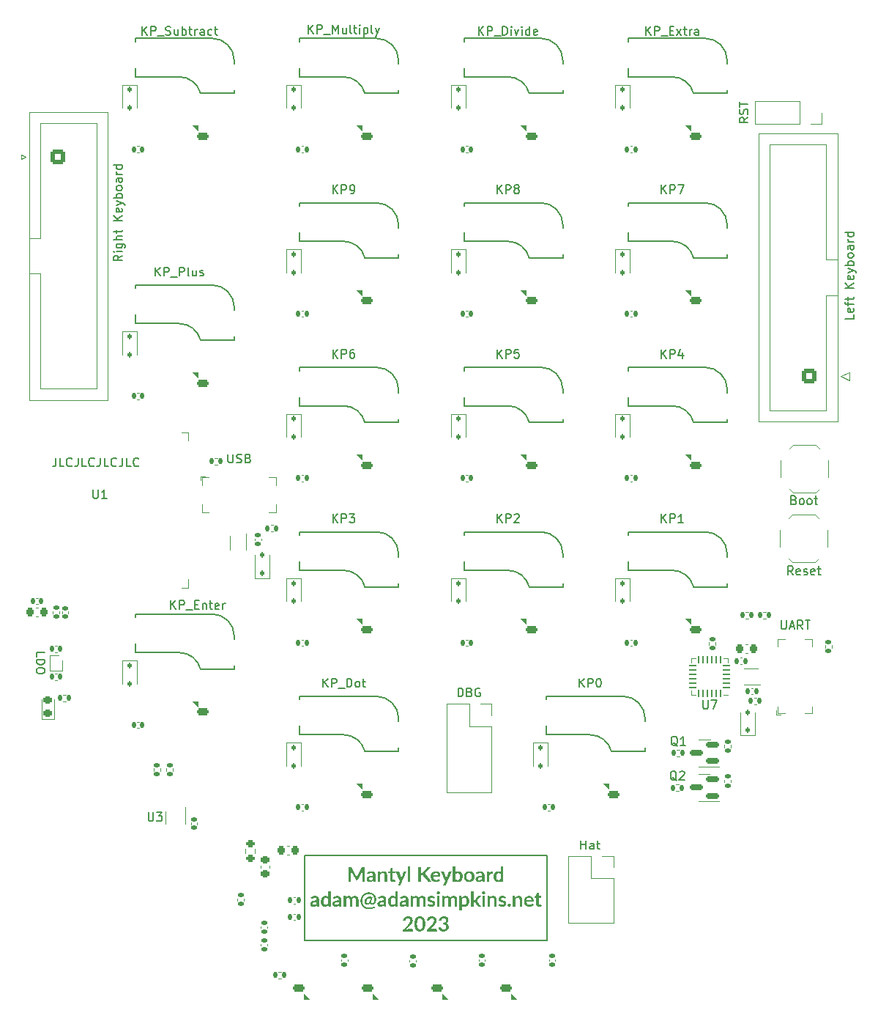
<source format=gto>
%TF.GenerationSoftware,KiCad,Pcbnew,7.0.7-7.0.7~ubuntu20.04.1*%
%TF.CreationDate,2023-09-01T21:13:09-07:00*%
%TF.ProjectId,v2_controller,76325f63-6f6e-4747-926f-6c6c65722e6b,rev?*%
%TF.SameCoordinates,Original*%
%TF.FileFunction,Legend,Top*%
%TF.FilePolarity,Positive*%
%FSLAX46Y46*%
G04 Gerber Fmt 4.6, Leading zero omitted, Abs format (unit mm)*
G04 Created by KiCad (PCBNEW 7.0.7-7.0.7~ubuntu20.04.1) date 2023-09-01 21:13:09*
%MOMM*%
%LPD*%
G01*
G04 APERTURE LIST*
G04 Aperture macros list*
%AMRoundRect*
0 Rectangle with rounded corners*
0 $1 Rounding radius*
0 $2 $3 $4 $5 $6 $7 $8 $9 X,Y pos of 4 corners*
0 Add a 4 corners polygon primitive as box body*
4,1,4,$2,$3,$4,$5,$6,$7,$8,$9,$2,$3,0*
0 Add four circle primitives for the rounded corners*
1,1,$1+$1,$2,$3*
1,1,$1+$1,$4,$5*
1,1,$1+$1,$6,$7*
1,1,$1+$1,$8,$9*
0 Add four rect primitives between the rounded corners*
20,1,$1+$1,$2,$3,$4,$5,0*
20,1,$1+$1,$4,$5,$6,$7,0*
20,1,$1+$1,$6,$7,$8,$9,0*
20,1,$1+$1,$8,$9,$2,$3,0*%
%AMRotRect*
0 Rectangle, with rotation*
0 The origin of the aperture is its center*
0 $1 length*
0 $2 width*
0 $3 Rotation angle, in degrees counterclockwise*
0 Add horizontal line*
21,1,$1,$2,0,0,$3*%
%AMFreePoly0*
4,1,6,0.130000,0.115000,0.130000,-0.115000,-0.130000,-0.115000,-0.130000,0.275000,-0.020000,0.275000,0.130000,0.115000,0.130000,0.115000,$1*%
%AMFreePoly1*
4,1,6,0.130000,-0.115000,-0.130000,-0.115000,-0.130000,0.115000,0.020000,0.275000,0.130000,0.275000,0.130000,-0.115000,0.130000,-0.115000,$1*%
G04 Aperture macros list end*
%ADD10C,0.153000*%
%ADD11C,0.300000*%
%ADD12C,0.120000*%
%ADD13C,0.150000*%
%ADD14C,0.100000*%
%ADD15RoundRect,0.062500X0.350000X0.062500X-0.350000X0.062500X-0.350000X-0.062500X0.350000X-0.062500X0*%
%ADD16RoundRect,0.062500X0.062500X0.350000X-0.062500X0.350000X-0.062500X-0.350000X0.062500X-0.350000X0*%
%ADD17R,2.600000X2.600000*%
%ADD18RoundRect,0.112500X-0.112500X0.187500X-0.112500X-0.187500X0.112500X-0.187500X0.112500X0.187500X0*%
%ADD19RoundRect,0.135000X0.135000X0.185000X-0.135000X0.185000X-0.135000X-0.185000X0.135000X-0.185000X0*%
%ADD20C,3.000000*%
%ADD21C,3.987800*%
%ADD22R,2.550000X2.500000*%
%ADD23C,0.700000*%
%ADD24R,0.320000X1.000000*%
%ADD25O,1.400000X0.900000*%
%ADD26RoundRect,0.140000X0.140000X0.170000X-0.140000X0.170000X-0.140000X-0.170000X0.140000X-0.170000X0*%
%ADD27R,1.400000X0.820000*%
%ADD28RoundRect,0.205000X-0.495000X-0.205000X0.495000X-0.205000X0.495000X0.205000X-0.495000X0.205000X0*%
%ADD29RoundRect,0.135000X0.185000X-0.135000X0.185000X0.135000X-0.185000X0.135000X-0.185000X-0.135000X0*%
%ADD30RoundRect,0.140000X-0.140000X-0.170000X0.140000X-0.170000X0.140000X0.170000X-0.140000X0.170000X0*%
%ADD31RoundRect,0.205000X0.495000X0.205000X-0.495000X0.205000X-0.495000X-0.205000X0.495000X-0.205000X0*%
%ADD32R,1.000000X0.320000*%
%ADD33O,0.900000X1.400000*%
%ADD34RoundRect,0.140000X-0.170000X0.140000X-0.170000X-0.140000X0.170000X-0.140000X0.170000X0.140000X0*%
%ADD35RoundRect,0.135000X-0.135000X-0.185000X0.135000X-0.185000X0.135000X0.185000X-0.135000X0.185000X0*%
%ADD36RoundRect,0.140000X0.170000X-0.140000X0.170000X0.140000X-0.170000X0.140000X-0.170000X-0.140000X0*%
%ADD37R,0.900000X1.500000*%
%ADD38R,1.500000X0.900000*%
%ADD39R,0.900000X0.900000*%
%ADD40RoundRect,0.250000X0.600000X0.600000X-0.600000X0.600000X-0.600000X-0.600000X0.600000X-0.600000X0*%
%ADD41C,1.700000*%
%ADD42RoundRect,0.250000X-0.600000X-0.600000X0.600000X-0.600000X0.600000X0.600000X-0.600000X0.600000X0*%
%ADD43R,0.400000X0.650000*%
%ADD44C,0.800000*%
%ADD45C,5.400000*%
%ADD46FreePoly0,180.000000*%
%ADD47FreePoly1,180.000000*%
%ADD48FreePoly0,0.000000*%
%ADD49FreePoly1,0.000000*%
%ADD50RotRect,0.520000X0.520000X45.000000*%
%ADD51RoundRect,0.225000X0.225000X0.250000X-0.225000X0.250000X-0.225000X-0.250000X0.225000X-0.250000X0*%
%ADD52RoundRect,0.150000X0.587500X0.150000X-0.587500X0.150000X-0.587500X-0.150000X0.587500X-0.150000X0*%
%ADD53RoundRect,0.218750X0.256250X-0.218750X0.256250X0.218750X-0.256250X0.218750X-0.256250X-0.218750X0*%
%ADD54RoundRect,0.112500X0.112500X-0.187500X0.112500X0.187500X-0.112500X0.187500X-0.112500X-0.187500X0*%
%ADD55R,0.500000X0.375000*%
%ADD56R,0.650000X0.300000*%
%ADD57R,1.700000X1.700000*%
%ADD58O,1.700000X1.700000*%
%ADD59RoundRect,0.135000X-0.185000X0.135000X-0.185000X-0.135000X0.185000X-0.135000X0.185000X0.135000X0*%
%ADD60R,1.000000X0.750000*%
%ADD61RoundRect,0.225000X0.250000X-0.225000X0.250000X0.225000X-0.250000X0.225000X-0.250000X-0.225000X0*%
%ADD62R,0.375000X0.500000*%
%ADD63R,0.300000X0.650000*%
%ADD64RoundRect,0.200000X0.275000X-0.200000X0.275000X0.200000X-0.275000X0.200000X-0.275000X-0.200000X0*%
G04 APERTURE END LIST*
D10*
X47224466Y-89469663D02*
X47224466Y-90183948D01*
X47224466Y-90183948D02*
X47176847Y-90326805D01*
X47176847Y-90326805D02*
X47081609Y-90422044D01*
X47081609Y-90422044D02*
X46938752Y-90469663D01*
X46938752Y-90469663D02*
X46843514Y-90469663D01*
X48176847Y-90469663D02*
X47700657Y-90469663D01*
X47700657Y-90469663D02*
X47700657Y-89469663D01*
X49081609Y-90374424D02*
X49033990Y-90422044D01*
X49033990Y-90422044D02*
X48891133Y-90469663D01*
X48891133Y-90469663D02*
X48795895Y-90469663D01*
X48795895Y-90469663D02*
X48653038Y-90422044D01*
X48653038Y-90422044D02*
X48557800Y-90326805D01*
X48557800Y-90326805D02*
X48510181Y-90231567D01*
X48510181Y-90231567D02*
X48462562Y-90041091D01*
X48462562Y-90041091D02*
X48462562Y-89898234D01*
X48462562Y-89898234D02*
X48510181Y-89707758D01*
X48510181Y-89707758D02*
X48557800Y-89612520D01*
X48557800Y-89612520D02*
X48653038Y-89517282D01*
X48653038Y-89517282D02*
X48795895Y-89469663D01*
X48795895Y-89469663D02*
X48891133Y-89469663D01*
X48891133Y-89469663D02*
X49033990Y-89517282D01*
X49033990Y-89517282D02*
X49081609Y-89564901D01*
X49795895Y-89469663D02*
X49795895Y-90183948D01*
X49795895Y-90183948D02*
X49748276Y-90326805D01*
X49748276Y-90326805D02*
X49653038Y-90422044D01*
X49653038Y-90422044D02*
X49510181Y-90469663D01*
X49510181Y-90469663D02*
X49414943Y-90469663D01*
X50748276Y-90469663D02*
X50272086Y-90469663D01*
X50272086Y-90469663D02*
X50272086Y-89469663D01*
X51653038Y-90374424D02*
X51605419Y-90422044D01*
X51605419Y-90422044D02*
X51462562Y-90469663D01*
X51462562Y-90469663D02*
X51367324Y-90469663D01*
X51367324Y-90469663D02*
X51224467Y-90422044D01*
X51224467Y-90422044D02*
X51129229Y-90326805D01*
X51129229Y-90326805D02*
X51081610Y-90231567D01*
X51081610Y-90231567D02*
X51033991Y-90041091D01*
X51033991Y-90041091D02*
X51033991Y-89898234D01*
X51033991Y-89898234D02*
X51081610Y-89707758D01*
X51081610Y-89707758D02*
X51129229Y-89612520D01*
X51129229Y-89612520D02*
X51224467Y-89517282D01*
X51224467Y-89517282D02*
X51367324Y-89469663D01*
X51367324Y-89469663D02*
X51462562Y-89469663D01*
X51462562Y-89469663D02*
X51605419Y-89517282D01*
X51605419Y-89517282D02*
X51653038Y-89564901D01*
X52367324Y-89469663D02*
X52367324Y-90183948D01*
X52367324Y-90183948D02*
X52319705Y-90326805D01*
X52319705Y-90326805D02*
X52224467Y-90422044D01*
X52224467Y-90422044D02*
X52081610Y-90469663D01*
X52081610Y-90469663D02*
X51986372Y-90469663D01*
X53319705Y-90469663D02*
X52843515Y-90469663D01*
X52843515Y-90469663D02*
X52843515Y-89469663D01*
X54224467Y-90374424D02*
X54176848Y-90422044D01*
X54176848Y-90422044D02*
X54033991Y-90469663D01*
X54033991Y-90469663D02*
X53938753Y-90469663D01*
X53938753Y-90469663D02*
X53795896Y-90422044D01*
X53795896Y-90422044D02*
X53700658Y-90326805D01*
X53700658Y-90326805D02*
X53653039Y-90231567D01*
X53653039Y-90231567D02*
X53605420Y-90041091D01*
X53605420Y-90041091D02*
X53605420Y-89898234D01*
X53605420Y-89898234D02*
X53653039Y-89707758D01*
X53653039Y-89707758D02*
X53700658Y-89612520D01*
X53700658Y-89612520D02*
X53795896Y-89517282D01*
X53795896Y-89517282D02*
X53938753Y-89469663D01*
X53938753Y-89469663D02*
X54033991Y-89469663D01*
X54033991Y-89469663D02*
X54176848Y-89517282D01*
X54176848Y-89517282D02*
X54224467Y-89564901D01*
X54938753Y-89469663D02*
X54938753Y-90183948D01*
X54938753Y-90183948D02*
X54891134Y-90326805D01*
X54891134Y-90326805D02*
X54795896Y-90422044D01*
X54795896Y-90422044D02*
X54653039Y-90469663D01*
X54653039Y-90469663D02*
X54557801Y-90469663D01*
X55891134Y-90469663D02*
X55414944Y-90469663D01*
X55414944Y-90469663D02*
X55414944Y-89469663D01*
X56795896Y-90374424D02*
X56748277Y-90422044D01*
X56748277Y-90422044D02*
X56605420Y-90469663D01*
X56605420Y-90469663D02*
X56510182Y-90469663D01*
X56510182Y-90469663D02*
X56367325Y-90422044D01*
X56367325Y-90422044D02*
X56272087Y-90326805D01*
X56272087Y-90326805D02*
X56224468Y-90231567D01*
X56224468Y-90231567D02*
X56176849Y-90041091D01*
X56176849Y-90041091D02*
X56176849Y-89898234D01*
X56176849Y-89898234D02*
X56224468Y-89707758D01*
X56224468Y-89707758D02*
X56272087Y-89612520D01*
X56272087Y-89612520D02*
X56367325Y-89517282D01*
X56367325Y-89517282D02*
X56510182Y-89469663D01*
X56510182Y-89469663D02*
X56605420Y-89469663D01*
X56605420Y-89469663D02*
X56748277Y-89517282D01*
X56748277Y-89517282D02*
X56795896Y-89564901D01*
D11*
G36*
X81948608Y-137738164D02*
G01*
X81957350Y-137755197D01*
X81965775Y-137772508D01*
X81973881Y-137790097D01*
X81980576Y-137805395D01*
X81985977Y-137818300D01*
X81992488Y-137833744D01*
X81998940Y-137849246D01*
X82005334Y-137864807D01*
X82011669Y-137880426D01*
X82017946Y-137896104D01*
X82020025Y-137901342D01*
X82026438Y-137884799D01*
X82032909Y-137868489D01*
X82039439Y-137852412D01*
X82046028Y-137836569D01*
X82052674Y-137820960D01*
X82054903Y-137815809D01*
X82061686Y-137800355D01*
X82068644Y-137785135D01*
X82076983Y-137767673D01*
X82085560Y-137750529D01*
X82093102Y-137736088D01*
X82603814Y-136775700D01*
X82612409Y-136761429D01*
X82622815Y-136748428D01*
X82624160Y-136747051D01*
X82637565Y-136736427D01*
X82647412Y-136731688D01*
X82664117Y-136726919D01*
X82675231Y-136725460D01*
X82692462Y-136724525D01*
X82709924Y-136724219D01*
X82712600Y-136724214D01*
X82955499Y-136724214D01*
X82955499Y-138451500D01*
X82671909Y-138451500D01*
X82671909Y-137334577D01*
X82672040Y-137316600D01*
X82672378Y-137299849D01*
X82672923Y-137282371D01*
X82673570Y-137266482D01*
X82674686Y-137247901D01*
X82675957Y-137229113D01*
X82677198Y-137212503D01*
X82678557Y-137195734D01*
X82678968Y-137190913D01*
X82156630Y-138171646D01*
X82146678Y-138188190D01*
X82135506Y-138202528D01*
X82123114Y-138214660D01*
X82109503Y-138224586D01*
X82094672Y-138232306D01*
X82078622Y-138237821D01*
X82061352Y-138241129D01*
X82042862Y-138242232D01*
X81997603Y-138242232D01*
X81979023Y-138241129D01*
X81961688Y-138237821D01*
X81945598Y-138232306D01*
X81930754Y-138224586D01*
X81917156Y-138214660D01*
X81904803Y-138202528D01*
X81893696Y-138188190D01*
X81883835Y-138171646D01*
X81355269Y-137187592D01*
X81356825Y-137204769D01*
X81358221Y-137221788D01*
X81359459Y-137238648D01*
X81360537Y-137255349D01*
X81361082Y-137264821D01*
X81362172Y-137283194D01*
X81362951Y-137300945D01*
X81363418Y-137318072D01*
X81363573Y-137334577D01*
X81363573Y-138451500D01*
X81080398Y-138451500D01*
X81080398Y-136724214D01*
X81322883Y-136724214D01*
X81340583Y-136724453D01*
X81357892Y-136725309D01*
X81359836Y-136725460D01*
X81376536Y-136728043D01*
X81388071Y-136731688D01*
X81403025Y-136739830D01*
X81410908Y-136747051D01*
X81421496Y-136760513D01*
X81430838Y-136775700D01*
X81948608Y-137738164D01*
G37*
G36*
X83751495Y-137216133D02*
G01*
X83771057Y-137217052D01*
X83790217Y-137218585D01*
X83808976Y-137220731D01*
X83827333Y-137223490D01*
X83845289Y-137226862D01*
X83862844Y-137230847D01*
X83879997Y-137235445D01*
X83896748Y-137240656D01*
X83913099Y-137246480D01*
X83923776Y-137250704D01*
X83939502Y-137257484D01*
X83954761Y-137264747D01*
X83969553Y-137272490D01*
X83988549Y-137283565D01*
X84006715Y-137295496D01*
X84024050Y-137308283D01*
X84040554Y-137321927D01*
X84056229Y-137336427D01*
X84067439Y-137347864D01*
X84081732Y-137363713D01*
X84095129Y-137380328D01*
X84107631Y-137397709D01*
X84119237Y-137415855D01*
X84129948Y-137434767D01*
X84139764Y-137454444D01*
X84146539Y-137469704D01*
X84152809Y-137485395D01*
X84156710Y-137496095D01*
X84162127Y-137512434D01*
X84167011Y-137529065D01*
X84171362Y-137545988D01*
X84175181Y-137563204D01*
X84178466Y-137580711D01*
X84181219Y-137598510D01*
X84183439Y-137616601D01*
X84185126Y-137634983D01*
X84186281Y-137653658D01*
X84186902Y-137672625D01*
X84187021Y-137685432D01*
X84187021Y-138451500D01*
X84053322Y-138451500D01*
X84035889Y-138450864D01*
X84018203Y-138448580D01*
X84001161Y-138444026D01*
X83988549Y-138438213D01*
X83975428Y-138426973D01*
X83965144Y-138412281D01*
X83957216Y-138395581D01*
X83952841Y-138383405D01*
X83926682Y-138289151D01*
X83912081Y-138302392D01*
X83897601Y-138315126D01*
X83883243Y-138327354D01*
X83869007Y-138339074D01*
X83854892Y-138350288D01*
X83840899Y-138360994D01*
X83835335Y-138365135D01*
X83821490Y-138375132D01*
X83807463Y-138384623D01*
X83793253Y-138393606D01*
X83778860Y-138402083D01*
X83764285Y-138410052D01*
X83746554Y-138418947D01*
X83743573Y-138420359D01*
X83725434Y-138428231D01*
X83706827Y-138435345D01*
X83690965Y-138440693D01*
X83674778Y-138445515D01*
X83658267Y-138449809D01*
X83641431Y-138453576D01*
X83624149Y-138456805D01*
X83606300Y-138459487D01*
X83587883Y-138461622D01*
X83568899Y-138463210D01*
X83549346Y-138464250D01*
X83529226Y-138464743D01*
X83521019Y-138464786D01*
X83501790Y-138464455D01*
X83482924Y-138463463D01*
X83464421Y-138461808D01*
X83446281Y-138459492D01*
X83428505Y-138456514D01*
X83411092Y-138452875D01*
X83394042Y-138448574D01*
X83377356Y-138443610D01*
X83361234Y-138437888D01*
X83345670Y-138431517D01*
X83326999Y-138422641D01*
X83309201Y-138412752D01*
X83292274Y-138401848D01*
X83276219Y-138389931D01*
X83264003Y-138379668D01*
X83249598Y-138365806D01*
X83236227Y-138350951D01*
X83223890Y-138335103D01*
X83212588Y-138318262D01*
X83202319Y-138300426D01*
X83194848Y-138285443D01*
X83189679Y-138273788D01*
X83183549Y-138257589D01*
X83178235Y-138240753D01*
X83173739Y-138223282D01*
X83170061Y-138205174D01*
X83167200Y-138186432D01*
X83165156Y-138167053D01*
X83163930Y-138147038D01*
X83163521Y-138126388D01*
X83164092Y-138108676D01*
X83164146Y-138108118D01*
X83445866Y-138108118D01*
X83446586Y-138126745D01*
X83448746Y-138144008D01*
X83453472Y-138163672D01*
X83460449Y-138181207D01*
X83469675Y-138196614D01*
X83481152Y-138209891D01*
X83491954Y-138218980D01*
X83507036Y-138228550D01*
X83523477Y-138236497D01*
X83541275Y-138242823D01*
X83560432Y-138247526D01*
X83580947Y-138250608D01*
X83598338Y-138251905D01*
X83611951Y-138252197D01*
X83628785Y-138251913D01*
X83650561Y-138250648D01*
X83671572Y-138248370D01*
X83691817Y-138245081D01*
X83711296Y-138240780D01*
X83730010Y-138235466D01*
X83747958Y-138229141D01*
X83765141Y-138221803D01*
X83769317Y-138219811D01*
X83785873Y-138211195D01*
X83802326Y-138201541D01*
X83818675Y-138190850D01*
X83834920Y-138179120D01*
X83851062Y-138166352D01*
X83867099Y-138152546D01*
X83883033Y-138137702D01*
X83894915Y-138125888D01*
X83898863Y-138121821D01*
X83898863Y-137920027D01*
X83875023Y-137920169D01*
X83851928Y-137920596D01*
X83829577Y-137921308D01*
X83807970Y-137922304D01*
X83787108Y-137923585D01*
X83766991Y-137925151D01*
X83747618Y-137927001D01*
X83728989Y-137929136D01*
X83711105Y-137931555D01*
X83693965Y-137934259D01*
X83682952Y-137936220D01*
X83661887Y-137940314D01*
X83641872Y-137944706D01*
X83622909Y-137949397D01*
X83604996Y-137954386D01*
X83588135Y-137959673D01*
X83572324Y-137965259D01*
X83554039Y-137972661D01*
X83543856Y-137977326D01*
X83528107Y-137985314D01*
X83511135Y-137995435D01*
X83496266Y-138006140D01*
X83483498Y-138017429D01*
X83471259Y-138031337D01*
X83468287Y-138035456D01*
X83459551Y-138050287D01*
X83452960Y-138065713D01*
X83448515Y-138081736D01*
X83446216Y-138098354D01*
X83445866Y-138108118D01*
X83164146Y-138108118D01*
X83165805Y-138091043D01*
X83168659Y-138073487D01*
X83172656Y-138056009D01*
X83177794Y-138038609D01*
X83184074Y-138021287D01*
X83191496Y-138004043D01*
X83200060Y-137986876D01*
X83209947Y-137969859D01*
X83221339Y-137953270D01*
X83234237Y-137937109D01*
X83248640Y-137921377D01*
X83264548Y-137906072D01*
X83277466Y-137894875D01*
X83291231Y-137883918D01*
X83305843Y-137873202D01*
X83321302Y-137862728D01*
X83337751Y-137852463D01*
X83355177Y-137842535D01*
X83373582Y-137832942D01*
X83392965Y-137823685D01*
X83413326Y-137814763D01*
X83434665Y-137806178D01*
X83456982Y-137797928D01*
X83480277Y-137790014D01*
X83496350Y-137784924D01*
X83512858Y-137779984D01*
X83529800Y-137775192D01*
X83547178Y-137770550D01*
X83565095Y-137766126D01*
X83583554Y-137761987D01*
X83602555Y-137758133D01*
X83622098Y-137754565D01*
X83642182Y-137751282D01*
X83662808Y-137748285D01*
X83683976Y-137745573D01*
X83705685Y-137743146D01*
X83727936Y-137741005D01*
X83750729Y-137739150D01*
X83774064Y-137737580D01*
X83797940Y-137736295D01*
X83822358Y-137735296D01*
X83847318Y-137734583D01*
X83872820Y-137734154D01*
X83898863Y-137734012D01*
X83898863Y-137667162D01*
X83898400Y-137646197D01*
X83897009Y-137626275D01*
X83894692Y-137607397D01*
X83891448Y-137589563D01*
X83887276Y-137572772D01*
X83880273Y-137552009D01*
X83871622Y-137533100D01*
X83861322Y-137516047D01*
X83849375Y-137500850D01*
X83846131Y-137497340D01*
X83832319Y-137484397D01*
X83817040Y-137473180D01*
X83800295Y-137463689D01*
X83782084Y-137455923D01*
X83762407Y-137449883D01*
X83741264Y-137445569D01*
X83724444Y-137443465D01*
X83706800Y-137442333D01*
X83694578Y-137442117D01*
X83677003Y-137442357D01*
X83660193Y-137443077D01*
X83640258Y-137444653D01*
X83621519Y-137446978D01*
X83603976Y-137450054D01*
X83587629Y-137453879D01*
X83575412Y-137457480D01*
X83558197Y-137463387D01*
X83541741Y-137469586D01*
X83526044Y-137476077D01*
X83508690Y-137484019D01*
X83492370Y-137492358D01*
X83477045Y-137500535D01*
X83462317Y-137508355D01*
X83446215Y-137516854D01*
X83430891Y-137524886D01*
X83427181Y-137526821D01*
X83410274Y-137534247D01*
X83392250Y-137539243D01*
X83375291Y-137541643D01*
X83361993Y-137542183D01*
X83345231Y-137541001D01*
X83328380Y-137536914D01*
X83311997Y-137529046D01*
X83309261Y-137527236D01*
X83295635Y-137516370D01*
X83283873Y-137504328D01*
X83274798Y-137492358D01*
X83222066Y-137404333D01*
X83235385Y-137392735D01*
X83248872Y-137381506D01*
X83262526Y-137370645D01*
X83276349Y-137360151D01*
X83290339Y-137350027D01*
X83304497Y-137340270D01*
X83318823Y-137330881D01*
X83333317Y-137321861D01*
X83347979Y-137313209D01*
X83362809Y-137304925D01*
X83377806Y-137297009D01*
X83392972Y-137289461D01*
X83408305Y-137282282D01*
X83423806Y-137275471D01*
X83439475Y-137269028D01*
X83455312Y-137262953D01*
X83471317Y-137257246D01*
X83487489Y-137251907D01*
X83503830Y-137246937D01*
X83520338Y-137242335D01*
X83537014Y-137238101D01*
X83553858Y-137234235D01*
X83570870Y-137230737D01*
X83588050Y-137227608D01*
X83605398Y-137224846D01*
X83622914Y-137222453D01*
X83640597Y-137220428D01*
X83658448Y-137218772D01*
X83676467Y-137217483D01*
X83694655Y-137216562D01*
X83713009Y-137216010D01*
X83731532Y-137215826D01*
X83751495Y-137216133D01*
G37*
G36*
X84458155Y-138451500D02*
G01*
X84458155Y-137229113D01*
X84638772Y-137229113D01*
X84655725Y-137230441D01*
X84673554Y-137235540D01*
X84688638Y-137244464D01*
X84700977Y-137257212D01*
X84710572Y-137273785D01*
X84714341Y-137283506D01*
X84734686Y-137381911D01*
X84748690Y-137368146D01*
X84762986Y-137354877D01*
X84777573Y-137342104D01*
X84792453Y-137329828D01*
X84807624Y-137318048D01*
X84812746Y-137314232D01*
X84828463Y-137303016D01*
X84844471Y-137292413D01*
X84860772Y-137282424D01*
X84877364Y-137273048D01*
X84894248Y-137264284D01*
X84899941Y-137261500D01*
X84917458Y-137253471D01*
X84935442Y-137246202D01*
X84953893Y-137239691D01*
X84972811Y-137233940D01*
X84988933Y-137229727D01*
X84998762Y-137227452D01*
X85015474Y-137224103D01*
X85032652Y-137221321D01*
X85050296Y-137219107D01*
X85068407Y-137217461D01*
X85086984Y-137216382D01*
X85106028Y-137215872D01*
X85113776Y-137215826D01*
X85132415Y-137216125D01*
X85150653Y-137217023D01*
X85168490Y-137218519D01*
X85185926Y-137220614D01*
X85202959Y-137223307D01*
X85219592Y-137226599D01*
X85235823Y-137230489D01*
X85256840Y-137236607D01*
X85277143Y-137243789D01*
X85291902Y-137249874D01*
X85310911Y-137258710D01*
X85329116Y-137268402D01*
X85346516Y-137278951D01*
X85363111Y-137290357D01*
X85378902Y-137302619D01*
X85393889Y-137315737D01*
X85408071Y-137329711D01*
X85421449Y-137344542D01*
X85434035Y-137360171D01*
X85445842Y-137376539D01*
X85456871Y-137393647D01*
X85467122Y-137411495D01*
X85476594Y-137430082D01*
X85485287Y-137449409D01*
X85493202Y-137469476D01*
X85500339Y-137490282D01*
X85505162Y-137506317D01*
X85509511Y-137522659D01*
X85513385Y-137539307D01*
X85516785Y-137556262D01*
X85519711Y-137573523D01*
X85522162Y-137591091D01*
X85524139Y-137608965D01*
X85525641Y-137627146D01*
X85526669Y-137645634D01*
X85527222Y-137664428D01*
X85527328Y-137677128D01*
X85527328Y-138451500D01*
X85232111Y-138451500D01*
X85232111Y-137675882D01*
X85231659Y-137655459D01*
X85230301Y-137635919D01*
X85228039Y-137617263D01*
X85224871Y-137599489D01*
X85220799Y-137582599D01*
X85215821Y-137566592D01*
X85207776Y-137546623D01*
X85198122Y-137528223D01*
X85186860Y-137511394D01*
X85180625Y-137503569D01*
X85166917Y-137489166D01*
X85151534Y-137476684D01*
X85134478Y-137466122D01*
X85115748Y-137457480D01*
X85095344Y-137450759D01*
X85078943Y-137446978D01*
X85061600Y-137444277D01*
X85043316Y-137442657D01*
X85024090Y-137442117D01*
X85005042Y-137442682D01*
X84986305Y-137444375D01*
X84967880Y-137447197D01*
X84949767Y-137451148D01*
X84931964Y-137456228D01*
X84914474Y-137462437D01*
X84897294Y-137469774D01*
X84880426Y-137478241D01*
X84863824Y-137487583D01*
X84847443Y-137497756D01*
X84831282Y-137508759D01*
X84815342Y-137520592D01*
X84799622Y-137533256D01*
X84784123Y-137546751D01*
X84768844Y-137561076D01*
X84753786Y-137576231D01*
X84753786Y-138451500D01*
X84458155Y-138451500D01*
G37*
G36*
X86192499Y-138464786D02*
G01*
X86172757Y-138464439D01*
X86153598Y-138463398D01*
X86135024Y-138461662D01*
X86117034Y-138459233D01*
X86099627Y-138456109D01*
X86082805Y-138452291D01*
X86066566Y-138447779D01*
X86043303Y-138439709D01*
X86021353Y-138430077D01*
X86000717Y-138418883D01*
X85981395Y-138406128D01*
X85963387Y-138391810D01*
X85946693Y-138375931D01*
X85931481Y-138358672D01*
X85917766Y-138340216D01*
X85905547Y-138320563D01*
X85894824Y-138299713D01*
X85885597Y-138277666D01*
X85877866Y-138254423D01*
X85873544Y-138238262D01*
X85869886Y-138221569D01*
X85866894Y-138204344D01*
X85864567Y-138186587D01*
X85862904Y-138168298D01*
X85861907Y-138149478D01*
X85861574Y-138130125D01*
X85861574Y-137455404D01*
X85735765Y-137455404D01*
X85718949Y-137453068D01*
X85702840Y-137445267D01*
X85695074Y-137438795D01*
X85684953Y-137424062D01*
X85679779Y-137406555D01*
X85678465Y-137389385D01*
X85678465Y-137264406D01*
X85875691Y-137232019D01*
X85937973Y-136894451D01*
X85943851Y-136877908D01*
X85953645Y-136863412D01*
X85960395Y-136857082D01*
X85975734Y-136848480D01*
X85992570Y-136844431D01*
X86003577Y-136843795D01*
X86156790Y-136843795D01*
X86156790Y-137229113D01*
X86484393Y-137229113D01*
X86484393Y-137455404D01*
X86156790Y-137455404D01*
X86156790Y-138117253D01*
X86157470Y-138134431D01*
X86160078Y-138153466D01*
X86164642Y-138170779D01*
X86171162Y-138186369D01*
X86181241Y-138202380D01*
X86184610Y-138206524D01*
X86197956Y-138218982D01*
X86213289Y-138228379D01*
X86230608Y-138234717D01*
X86247035Y-138237715D01*
X86261839Y-138238495D01*
X86279837Y-138237710D01*
X86296896Y-138235063D01*
X86307928Y-138231852D01*
X86324350Y-138225532D01*
X86339453Y-138218591D01*
X86340315Y-138218150D01*
X86355561Y-138209914D01*
X86364812Y-138204448D01*
X86380331Y-138198330D01*
X86386403Y-138197804D01*
X86402929Y-138201236D01*
X86407994Y-138204448D01*
X86420001Y-138216152D01*
X86425848Y-138223548D01*
X86514289Y-138363059D01*
X86497894Y-138375237D01*
X86480890Y-138386648D01*
X86463276Y-138397295D01*
X86445052Y-138407176D01*
X86426218Y-138416291D01*
X86406775Y-138424640D01*
X86386721Y-138432225D01*
X86366058Y-138439043D01*
X86344999Y-138445077D01*
X86323758Y-138450306D01*
X86302336Y-138454730D01*
X86280731Y-138458351D01*
X86258946Y-138461166D01*
X86236978Y-138463177D01*
X86220384Y-138464158D01*
X86203687Y-138464686D01*
X86192499Y-138464786D01*
G37*
G36*
X87115102Y-138786991D02*
G01*
X87107004Y-138803293D01*
X87097658Y-138817164D01*
X87085810Y-138829726D01*
X87080639Y-138833911D01*
X87065474Y-138842450D01*
X87048081Y-138847431D01*
X87029643Y-138849708D01*
X87016696Y-138850104D01*
X86797049Y-138850104D01*
X87026246Y-138365966D01*
X86530067Y-137229113D01*
X86789575Y-137229113D01*
X86807978Y-137230460D01*
X86825576Y-137235114D01*
X86840174Y-137243094D01*
X86843968Y-137246137D01*
X86856443Y-137258144D01*
X86867255Y-137272585D01*
X86873448Y-137284336D01*
X87134201Y-137924179D01*
X87139995Y-137940762D01*
X87145542Y-137957292D01*
X87150842Y-137973771D01*
X87155896Y-137990198D01*
X87160704Y-138006573D01*
X87165265Y-138022896D01*
X87169579Y-138039167D01*
X87173647Y-138055386D01*
X87178525Y-138038622D01*
X87183612Y-138021962D01*
X87188906Y-138005405D01*
X87194407Y-137988952D01*
X87200142Y-137972370D01*
X87206137Y-137955839D01*
X87212391Y-137939360D01*
X87218905Y-137922934D01*
X87465126Y-137284336D01*
X87473164Y-137268810D01*
X87484145Y-137255344D01*
X87496682Y-137244891D01*
X87511182Y-137236571D01*
X87528256Y-137230977D01*
X87544800Y-137229128D01*
X87546508Y-137229113D01*
X87783594Y-137229113D01*
X87115102Y-138786991D01*
G37*
G36*
X88223305Y-136671067D02*
G01*
X88223305Y-138451500D01*
X87928088Y-138451500D01*
X87928088Y-136671067D01*
X88223305Y-136671067D01*
G37*
G36*
X89461885Y-137441702D02*
G01*
X89537453Y-137441702D01*
X89556519Y-137441106D01*
X89574114Y-137439318D01*
X89592422Y-137435814D01*
X89608810Y-137430754D01*
X89612607Y-137429245D01*
X89628766Y-137421089D01*
X89643612Y-137410634D01*
X89657143Y-137397879D01*
X89664093Y-137389800D01*
X90141173Y-136791894D01*
X90152486Y-136778401D01*
X90165942Y-136764763D01*
X90179677Y-136753389D01*
X90193690Y-136744281D01*
X90203870Y-136739162D01*
X90221542Y-136732622D01*
X90238752Y-136728433D01*
X90257590Y-136725674D01*
X90275034Y-136724448D01*
X90287328Y-136724214D01*
X90564690Y-136724214D01*
X89982146Y-137436304D01*
X89969223Y-137452011D01*
X89956196Y-137466537D01*
X89943064Y-137479882D01*
X89929830Y-137492046D01*
X89916491Y-137503030D01*
X89903048Y-137512833D01*
X89886099Y-137523426D01*
X89875852Y-137528897D01*
X89892732Y-137535791D01*
X89908856Y-137543758D01*
X89924226Y-137552798D01*
X89938841Y-137562912D01*
X89946853Y-137569172D01*
X89960682Y-137581230D01*
X89974192Y-137594876D01*
X89985520Y-137607839D01*
X89996614Y-137621969D01*
X90007474Y-137637267D01*
X90607457Y-138451500D01*
X90324282Y-138451500D01*
X90307085Y-138451104D01*
X90288323Y-138449586D01*
X90271604Y-138446929D01*
X90254682Y-138442391D01*
X90238748Y-138435306D01*
X90223589Y-138424782D01*
X90211327Y-138413441D01*
X90200207Y-138400232D01*
X90191414Y-138387142D01*
X89702293Y-137740240D01*
X89692126Y-137726823D01*
X89679631Y-137713776D01*
X89666201Y-137703169D01*
X89649976Y-137694151D01*
X89633368Y-137688338D01*
X89616110Y-137684614D01*
X89599294Y-137682434D01*
X89580610Y-137681189D01*
X89563612Y-137680864D01*
X89461885Y-137680864D01*
X89461885Y-138451500D01*
X89140510Y-138451500D01*
X89140510Y-136724214D01*
X89461885Y-136724214D01*
X89461885Y-137441702D01*
G37*
G36*
X91180839Y-137216144D02*
G01*
X91202089Y-137217096D01*
X91223025Y-137218684D01*
X91243647Y-137220906D01*
X91263956Y-137223763D01*
X91283951Y-137227256D01*
X91303631Y-137231383D01*
X91322998Y-137236146D01*
X91342052Y-137241543D01*
X91360791Y-137247575D01*
X91373109Y-137251950D01*
X91391312Y-137259015D01*
X91409019Y-137266664D01*
X91426229Y-137274897D01*
X91442943Y-137283713D01*
X91459161Y-137293114D01*
X91474882Y-137303099D01*
X91490107Y-137313667D01*
X91504836Y-137324819D01*
X91519068Y-137336556D01*
X91532804Y-137348876D01*
X91541686Y-137357414D01*
X91554651Y-137370615D01*
X91567075Y-137384370D01*
X91578960Y-137398680D01*
X91590305Y-137413545D01*
X91601109Y-137428965D01*
X91611373Y-137444939D01*
X91621098Y-137461468D01*
X91630282Y-137478552D01*
X91638926Y-137496190D01*
X91647030Y-137514384D01*
X91652132Y-137526821D01*
X91659330Y-137545913D01*
X91665820Y-137565508D01*
X91671602Y-137585608D01*
X91676675Y-137606210D01*
X91681041Y-137627317D01*
X91684699Y-137648927D01*
X91687649Y-137671041D01*
X91689891Y-137693658D01*
X91691425Y-137716779D01*
X91692251Y-137740404D01*
X91692408Y-137756433D01*
X91692053Y-137775771D01*
X91690989Y-137793040D01*
X91688775Y-137811034D01*
X91684901Y-137828263D01*
X91677876Y-137844458D01*
X91665030Y-137857224D01*
X91647902Y-137864230D01*
X91630463Y-137866683D01*
X91623067Y-137866880D01*
X90864058Y-137866880D01*
X90865550Y-137884634D01*
X90867377Y-137901928D01*
X90869540Y-137918762D01*
X90872946Y-137940493D01*
X90876949Y-137961406D01*
X90881548Y-137981502D01*
X90886745Y-138000780D01*
X90892539Y-138019241D01*
X90897275Y-138032550D01*
X90904172Y-138049612D01*
X90911574Y-138065922D01*
X90919483Y-138081480D01*
X90927897Y-138096285D01*
X90936818Y-138110337D01*
X90948680Y-138126844D01*
X90961333Y-138142176D01*
X90966616Y-138147979D01*
X90980496Y-138161684D01*
X90995146Y-138174254D01*
X91010566Y-138185689D01*
X91026757Y-138195988D01*
X91043718Y-138205152D01*
X91061450Y-138213180D01*
X91068758Y-138216074D01*
X91087617Y-138222533D01*
X91107084Y-138227898D01*
X91127160Y-138232167D01*
X91143658Y-138234795D01*
X91160546Y-138236722D01*
X91177822Y-138237948D01*
X91195488Y-138238473D01*
X91199966Y-138238495D01*
X91217612Y-138238229D01*
X91234636Y-138237431D01*
X91255040Y-138235686D01*
X91274470Y-138233109D01*
X91292928Y-138229701D01*
X91310412Y-138225462D01*
X91323699Y-138221472D01*
X91339594Y-138216071D01*
X91357811Y-138209375D01*
X91375095Y-138202446D01*
X91391444Y-138195284D01*
X91406858Y-138187888D01*
X91414215Y-138184102D01*
X91430834Y-138175360D01*
X91446539Y-138166936D01*
X91461330Y-138158830D01*
X91477114Y-138149954D01*
X91482726Y-138146733D01*
X91499144Y-138138504D01*
X91515234Y-138132968D01*
X91532726Y-138129976D01*
X91539610Y-138129710D01*
X91556893Y-138131448D01*
X91573483Y-138137561D01*
X91587051Y-138148075D01*
X91594418Y-138157529D01*
X91679536Y-138267145D01*
X91667100Y-138280977D01*
X91654286Y-138294238D01*
X91641097Y-138306928D01*
X91627531Y-138319047D01*
X91613589Y-138330595D01*
X91599271Y-138341572D01*
X91584576Y-138351978D01*
X91569505Y-138361814D01*
X91554162Y-138371130D01*
X91538650Y-138379979D01*
X91522969Y-138388361D01*
X91507119Y-138396276D01*
X91491101Y-138403724D01*
X91474914Y-138410705D01*
X91458559Y-138417218D01*
X91442035Y-138423265D01*
X91425387Y-138428760D01*
X91408662Y-138433827D01*
X91391859Y-138438466D01*
X91374978Y-138442676D01*
X91358019Y-138446459D01*
X91340982Y-138449813D01*
X91323868Y-138452739D01*
X91306675Y-138455236D01*
X91289606Y-138457475D01*
X91272654Y-138459414D01*
X91255818Y-138461056D01*
X91239099Y-138462399D01*
X91222497Y-138463443D01*
X91201909Y-138464329D01*
X91181503Y-138464749D01*
X91173392Y-138464786D01*
X91149570Y-138464418D01*
X91126063Y-138463312D01*
X91102869Y-138461469D01*
X91079989Y-138458889D01*
X91057422Y-138455572D01*
X91035170Y-138451517D01*
X91013231Y-138446726D01*
X90991607Y-138441197D01*
X90970296Y-138434931D01*
X90949299Y-138427928D01*
X90935475Y-138422850D01*
X90915096Y-138414633D01*
X90895220Y-138405708D01*
X90875849Y-138396075D01*
X90856980Y-138385734D01*
X90838616Y-138374685D01*
X90820755Y-138362928D01*
X90803397Y-138350463D01*
X90786543Y-138337290D01*
X90770193Y-138323409D01*
X90754347Y-138308820D01*
X90744062Y-138298701D01*
X90729180Y-138282947D01*
X90714896Y-138266514D01*
X90701211Y-138249402D01*
X90688125Y-138231612D01*
X90675637Y-138213143D01*
X90663747Y-138193995D01*
X90652456Y-138174168D01*
X90641764Y-138153662D01*
X90631670Y-138132478D01*
X90622174Y-138110615D01*
X90616176Y-138095662D01*
X90607866Y-138072593D01*
X90600372Y-138048853D01*
X90595831Y-138032654D01*
X90591653Y-138016155D01*
X90587838Y-137999359D01*
X90584387Y-137982264D01*
X90581298Y-137964870D01*
X90578574Y-137947178D01*
X90576212Y-137929188D01*
X90574214Y-137910899D01*
X90572579Y-137892312D01*
X90571307Y-137873426D01*
X90570399Y-137854242D01*
X90569854Y-137834759D01*
X90569673Y-137814978D01*
X90570030Y-137791832D01*
X90571103Y-137768948D01*
X90572891Y-137746327D01*
X90575395Y-137723969D01*
X90578613Y-137701873D01*
X90582399Y-137680864D01*
X90869871Y-137680864D01*
X91427087Y-137680864D01*
X91426518Y-137662696D01*
X91424810Y-137644936D01*
X91421963Y-137627584D01*
X91417978Y-137610642D01*
X91412855Y-137594108D01*
X91410894Y-137588687D01*
X91404252Y-137572732D01*
X91396472Y-137557566D01*
X91387553Y-137543187D01*
X91377495Y-137529597D01*
X91366299Y-137516795D01*
X91362314Y-137512703D01*
X91349697Y-137500899D01*
X91335825Y-137490087D01*
X91320697Y-137480268D01*
X91304314Y-137471441D01*
X91286675Y-137463608D01*
X91280517Y-137461217D01*
X91264671Y-137455714D01*
X91248014Y-137451145D01*
X91230545Y-137447508D01*
X91212266Y-137444803D01*
X91193176Y-137443031D01*
X91173275Y-137442192D01*
X91165088Y-137442117D01*
X91141368Y-137442664D01*
X91118634Y-137444307D01*
X91096885Y-137447044D01*
X91076122Y-137450875D01*
X91056344Y-137455802D01*
X91037551Y-137461823D01*
X91019743Y-137468940D01*
X91002921Y-137477151D01*
X90987084Y-137486456D01*
X90972233Y-137496857D01*
X90962879Y-137504399D01*
X90949715Y-137516533D01*
X90937470Y-137529579D01*
X90926145Y-137543538D01*
X90915739Y-137558409D01*
X90906254Y-137574192D01*
X90897687Y-137590888D01*
X90890041Y-137608496D01*
X90883314Y-137627017D01*
X90877507Y-137646449D01*
X90872619Y-137666794D01*
X90869871Y-137680864D01*
X90582399Y-137680864D01*
X90582547Y-137680041D01*
X90587197Y-137658471D01*
X90592561Y-137637163D01*
X90598641Y-137616119D01*
X90605436Y-137595337D01*
X90610363Y-137581629D01*
X90618303Y-137561402D01*
X90626863Y-137541671D01*
X90636044Y-137522436D01*
X90645845Y-137503698D01*
X90656266Y-137485457D01*
X90667308Y-137467711D01*
X90678970Y-137450462D01*
X90691252Y-137433709D01*
X90704155Y-137417452D01*
X90717678Y-137401692D01*
X90727038Y-137391461D01*
X90741577Y-137376575D01*
X90756700Y-137362281D01*
X90772407Y-137348578D01*
X90788697Y-137335466D01*
X90805572Y-137322945D01*
X90823030Y-137311015D01*
X90841072Y-137299677D01*
X90859699Y-137288929D01*
X90878909Y-137278773D01*
X90898703Y-137269209D01*
X90912223Y-137263160D01*
X90933021Y-137254701D01*
X90954307Y-137247074D01*
X90976083Y-137240279D01*
X90998347Y-137234316D01*
X91021101Y-137229185D01*
X91044344Y-137224886D01*
X91068075Y-137221419D01*
X91092296Y-137218784D01*
X91117005Y-137216982D01*
X91133750Y-137216242D01*
X91150712Y-137215872D01*
X91159275Y-137215826D01*
X91180839Y-137216144D01*
G37*
G36*
X92318549Y-138786991D02*
G01*
X92310451Y-138803293D01*
X92301105Y-138817164D01*
X92289257Y-138829726D01*
X92284086Y-138833911D01*
X92268921Y-138842450D01*
X92251529Y-138847431D01*
X92233091Y-138849708D01*
X92220144Y-138850104D01*
X92000496Y-138850104D01*
X92229693Y-138365966D01*
X91733514Y-137229113D01*
X91993022Y-137229113D01*
X92011426Y-137230460D01*
X92029024Y-137235114D01*
X92043621Y-137243094D01*
X92047415Y-137246137D01*
X92059890Y-137258144D01*
X92070702Y-137272585D01*
X92076895Y-137284336D01*
X92337649Y-137924179D01*
X92343442Y-137940762D01*
X92348989Y-137957292D01*
X92354290Y-137973771D01*
X92359344Y-137990198D01*
X92364151Y-138006573D01*
X92368712Y-138022896D01*
X92373026Y-138039167D01*
X92377094Y-138055386D01*
X92381973Y-138038622D01*
X92387059Y-138021962D01*
X92392353Y-138005405D01*
X92397855Y-137988952D01*
X92403590Y-137972370D01*
X92409584Y-137955839D01*
X92415839Y-137939360D01*
X92422352Y-137922934D01*
X92668573Y-137284336D01*
X92676611Y-137268810D01*
X92687592Y-137255344D01*
X92700130Y-137244891D01*
X92714630Y-137236571D01*
X92731704Y-137230977D01*
X92748247Y-137229128D01*
X92749955Y-137229113D01*
X92987042Y-137229113D01*
X92318549Y-138786991D01*
G37*
G36*
X93423430Y-137384818D02*
G01*
X93437430Y-137370470D01*
X93451715Y-137356698D01*
X93466284Y-137343504D01*
X93481138Y-137330885D01*
X93496277Y-137318844D01*
X93511700Y-137307379D01*
X93527408Y-137296491D01*
X93543401Y-137286179D01*
X93559678Y-137276444D01*
X93576240Y-137267285D01*
X93587439Y-137261500D01*
X93604638Y-137253337D01*
X93622288Y-137245978D01*
X93640391Y-137239421D01*
X93658947Y-137233667D01*
X93677955Y-137228716D01*
X93697416Y-137224568D01*
X93717329Y-137221223D01*
X93737695Y-137218681D01*
X93758513Y-137216941D01*
X93779784Y-137216004D01*
X93794215Y-137215826D01*
X93813963Y-137216191D01*
X93833346Y-137217286D01*
X93852364Y-137219110D01*
X93871017Y-137221665D01*
X93889305Y-137224949D01*
X93907228Y-137228964D01*
X93924786Y-137233708D01*
X93941979Y-137239182D01*
X93958808Y-137245386D01*
X93975271Y-137252319D01*
X93986044Y-137257347D01*
X94001859Y-137265376D01*
X94017229Y-137274047D01*
X94032153Y-137283360D01*
X94046632Y-137293315D01*
X94060667Y-137303913D01*
X94074255Y-137315153D01*
X94087399Y-137327035D01*
X94100098Y-137339560D01*
X94112351Y-137352726D01*
X94124159Y-137366535D01*
X94131783Y-137376098D01*
X94142898Y-137390867D01*
X94153509Y-137406213D01*
X94163617Y-137422135D01*
X94173220Y-137438633D01*
X94182321Y-137455708D01*
X94190917Y-137473360D01*
X94199010Y-137491589D01*
X94206600Y-137510394D01*
X94213685Y-137529775D01*
X94220268Y-137549733D01*
X94224376Y-137563359D01*
X94230164Y-137584153D01*
X94235382Y-137605429D01*
X94240032Y-137627186D01*
X94244112Y-137649425D01*
X94247622Y-137672146D01*
X94250564Y-137695348D01*
X94252936Y-137719032D01*
X94254738Y-137743198D01*
X94255972Y-137767846D01*
X94256478Y-137784545D01*
X94256731Y-137801459D01*
X94256763Y-137809996D01*
X94256618Y-137828367D01*
X94256185Y-137846528D01*
X94255463Y-137864478D01*
X94254453Y-137882217D01*
X94253154Y-137899745D01*
X94251566Y-137917062D01*
X94249689Y-137934169D01*
X94247524Y-137951064D01*
X94245070Y-137967749D01*
X94242327Y-137984223D01*
X94237672Y-138008538D01*
X94232367Y-138032379D01*
X94226413Y-138055746D01*
X94219809Y-138078638D01*
X94212599Y-138100909D01*
X94204827Y-138122567D01*
X94196493Y-138143611D01*
X94187597Y-138164042D01*
X94178139Y-138183861D01*
X94168119Y-138203066D01*
X94157538Y-138221658D01*
X94146394Y-138239637D01*
X94134688Y-138257003D01*
X94122420Y-138273756D01*
X94113929Y-138284584D01*
X94100761Y-138300286D01*
X94087104Y-138315316D01*
X94072958Y-138329675D01*
X94058323Y-138343363D01*
X94043199Y-138356378D01*
X94027586Y-138368723D01*
X94011484Y-138380396D01*
X93994893Y-138391397D01*
X93977813Y-138401727D01*
X93960244Y-138411386D01*
X93948259Y-138417452D01*
X93929930Y-138425911D01*
X93911221Y-138433538D01*
X93892133Y-138440333D01*
X93872665Y-138446296D01*
X93852817Y-138451427D01*
X93832590Y-138455726D01*
X93811984Y-138459193D01*
X93790998Y-138461828D01*
X93769632Y-138463631D01*
X93747887Y-138464601D01*
X93733179Y-138464786D01*
X93715397Y-138464513D01*
X93698121Y-138463692D01*
X93681353Y-138462323D01*
X93661899Y-138459958D01*
X93643176Y-138456805D01*
X93628130Y-138453576D01*
X93610813Y-138449065D01*
X93594050Y-138443941D01*
X93577842Y-138438205D01*
X93562189Y-138431855D01*
X93547091Y-138424892D01*
X93542181Y-138422435D01*
X93525546Y-138413298D01*
X93509426Y-138403327D01*
X93493824Y-138392521D01*
X93478738Y-138380881D01*
X93470349Y-138373855D01*
X93456138Y-138360841D01*
X93444178Y-138349212D01*
X93432422Y-138337144D01*
X93420871Y-138324639D01*
X93409524Y-138311696D01*
X93407652Y-138309497D01*
X93394781Y-138393370D01*
X93389788Y-138409675D01*
X93381546Y-138425678D01*
X93369868Y-138438213D01*
X93355290Y-138446309D01*
X93338747Y-138450448D01*
X93322949Y-138451500D01*
X93127799Y-138451500D01*
X93127799Y-138130540D01*
X93423430Y-138130540D01*
X93436127Y-138145027D01*
X93449096Y-138158385D01*
X93462337Y-138170615D01*
X93475851Y-138181715D01*
X93489637Y-138191687D01*
X93503696Y-138200529D01*
X93521653Y-138209995D01*
X93532631Y-138214828D01*
X93551338Y-138221646D01*
X93570349Y-138227309D01*
X93589664Y-138231816D01*
X93609284Y-138235167D01*
X93629207Y-138237363D01*
X93649434Y-138238403D01*
X93657610Y-138238495D01*
X93674420Y-138238119D01*
X93694830Y-138236590D01*
X93714571Y-138233886D01*
X93733643Y-138230005D01*
X93752045Y-138224949D01*
X93769779Y-138218717D01*
X93780098Y-138214413D01*
X93796701Y-138206228D01*
X93812512Y-138196726D01*
X93827533Y-138185906D01*
X93841764Y-138173768D01*
X93855203Y-138160312D01*
X93867852Y-138145538D01*
X93872691Y-138139259D01*
X93884312Y-138122491D01*
X93892966Y-138108098D01*
X93901050Y-138092835D01*
X93908563Y-138076704D01*
X93915505Y-138059703D01*
X93921876Y-138041832D01*
X93927676Y-138023093D01*
X93931651Y-138008467D01*
X93936419Y-137988154D01*
X93940552Y-137966868D01*
X93943234Y-137950265D01*
X93945559Y-137933114D01*
X93947526Y-137915416D01*
X93949135Y-137897171D01*
X93950387Y-137878378D01*
X93951281Y-137859038D01*
X93951817Y-137839150D01*
X93951996Y-137818715D01*
X93951734Y-137794284D01*
X93950945Y-137770713D01*
X93949632Y-137748001D01*
X93947792Y-137726149D01*
X93945428Y-137705156D01*
X93942537Y-137685023D01*
X93939121Y-137665750D01*
X93935180Y-137647336D01*
X93930713Y-137629782D01*
X93925721Y-137613087D01*
X93920203Y-137597253D01*
X93910941Y-137575112D01*
X93900497Y-137554906D01*
X93888870Y-137536634D01*
X93884732Y-137530973D01*
X93871683Y-137515093D01*
X93857605Y-137500776D01*
X93842498Y-137488020D01*
X93826362Y-137476826D01*
X93809197Y-137467194D01*
X93791002Y-137459125D01*
X93771779Y-137452617D01*
X93751526Y-137447671D01*
X93730245Y-137444286D01*
X93707934Y-137442464D01*
X93692488Y-137442117D01*
X93671546Y-137442753D01*
X93651278Y-137444660D01*
X93631686Y-137447839D01*
X93612767Y-137452290D01*
X93594524Y-137458012D01*
X93576955Y-137465006D01*
X93560061Y-137473271D01*
X93543842Y-137482808D01*
X93528155Y-137493396D01*
X93512649Y-137505022D01*
X93497325Y-137517686D01*
X93482183Y-137531388D01*
X93467222Y-137546128D01*
X93452443Y-137561906D01*
X93441478Y-137574421D01*
X93430615Y-137587519D01*
X93423430Y-137596576D01*
X93423430Y-138130540D01*
X93127799Y-138130540D01*
X93127799Y-136671067D01*
X93423430Y-136671067D01*
X93423430Y-137384818D01*
G37*
G36*
X95038097Y-137215998D02*
G01*
X95054834Y-137216514D01*
X95079580Y-137217932D01*
X95103896Y-137220124D01*
X95127781Y-137223090D01*
X95151235Y-137226829D01*
X95174258Y-137231342D01*
X95196851Y-137236629D01*
X95219014Y-137242689D01*
X95240746Y-137249523D01*
X95262047Y-137257131D01*
X95269051Y-137259839D01*
X95289783Y-137268338D01*
X95309939Y-137277487D01*
X95329517Y-137287285D01*
X95348519Y-137297733D01*
X95366945Y-137308831D01*
X95384794Y-137320578D01*
X95402066Y-137332975D01*
X95418762Y-137346021D01*
X95434881Y-137359717D01*
X95450423Y-137374063D01*
X95460465Y-137383987D01*
X95475087Y-137399327D01*
X95489061Y-137415294D01*
X95502384Y-137431888D01*
X95515059Y-137449111D01*
X95527083Y-137466961D01*
X95538458Y-137485439D01*
X95549183Y-137504544D01*
X95559259Y-137524277D01*
X95568685Y-137544638D01*
X95577462Y-137565627D01*
X95582952Y-137579968D01*
X95590669Y-137601855D01*
X95597628Y-137624232D01*
X95603827Y-137647097D01*
X95609266Y-137670452D01*
X95613947Y-137694295D01*
X95617869Y-137718628D01*
X95620062Y-137735121D01*
X95621917Y-137751832D01*
X95623436Y-137768760D01*
X95624616Y-137785905D01*
X95625460Y-137803268D01*
X95625966Y-137820848D01*
X95626134Y-137838645D01*
X95625966Y-137856545D01*
X95625460Y-137874224D01*
X95624616Y-137891682D01*
X95623436Y-137908920D01*
X95621917Y-137925937D01*
X95620062Y-137942734D01*
X95617869Y-137959310D01*
X95613947Y-137983761D01*
X95609266Y-138007715D01*
X95603827Y-138031173D01*
X95597628Y-138054134D01*
X95590669Y-138076600D01*
X95582952Y-138098569D01*
X95574609Y-138119987D01*
X95565616Y-138140799D01*
X95555973Y-138161005D01*
X95545681Y-138180606D01*
X95534739Y-138199600D01*
X95523147Y-138217989D01*
X95510906Y-138235773D01*
X95498015Y-138252950D01*
X95484475Y-138269522D01*
X95470285Y-138285487D01*
X95460465Y-138295795D01*
X95445306Y-138310725D01*
X95429572Y-138324999D01*
X95413260Y-138338616D01*
X95396373Y-138351576D01*
X95378908Y-138363879D01*
X95360867Y-138375525D01*
X95342249Y-138386515D01*
X95323055Y-138396847D01*
X95303284Y-138406523D01*
X95282937Y-138415541D01*
X95269051Y-138421189D01*
X95247894Y-138428980D01*
X95226306Y-138436005D01*
X95204287Y-138442264D01*
X95181837Y-138447756D01*
X95158957Y-138452482D01*
X95135646Y-138456442D01*
X95111905Y-138459635D01*
X95087733Y-138462061D01*
X95063131Y-138463722D01*
X95046490Y-138464403D01*
X95029657Y-138464744D01*
X95021169Y-138464786D01*
X95004087Y-138464616D01*
X94987200Y-138464105D01*
X94970507Y-138463254D01*
X94945833Y-138461338D01*
X94921596Y-138458655D01*
X94897798Y-138455207D01*
X94874437Y-138450992D01*
X94851514Y-138446010D01*
X94829030Y-138440263D01*
X94806983Y-138433749D01*
X94785374Y-138426468D01*
X94771211Y-138421189D01*
X94750402Y-138412608D01*
X94730168Y-138403370D01*
X94710512Y-138393476D01*
X94691432Y-138382925D01*
X94672929Y-138371716D01*
X94655002Y-138359851D01*
X94637652Y-138347329D01*
X94620878Y-138334150D01*
X94604681Y-138320314D01*
X94589061Y-138305821D01*
X94578968Y-138295795D01*
X94564412Y-138280233D01*
X94550483Y-138264065D01*
X94537183Y-138247291D01*
X94524510Y-138229912D01*
X94512465Y-138211927D01*
X94501047Y-138193336D01*
X94490257Y-138174139D01*
X94480095Y-138154337D01*
X94470561Y-138133929D01*
X94461654Y-138112915D01*
X94456065Y-138098569D01*
X94448273Y-138076600D01*
X94441248Y-138054134D01*
X94434990Y-138031173D01*
X94429498Y-138007715D01*
X94424772Y-137983761D01*
X94420812Y-137959310D01*
X94418598Y-137942734D01*
X94416725Y-137925937D01*
X94415192Y-137908920D01*
X94414000Y-137891682D01*
X94413149Y-137874224D01*
X94412638Y-137856545D01*
X94412495Y-137841552D01*
X94715988Y-137841552D01*
X94716280Y-137865430D01*
X94717156Y-137888588D01*
X94718615Y-137911025D01*
X94720659Y-137932743D01*
X94723287Y-137953740D01*
X94726498Y-137974018D01*
X94730293Y-137993575D01*
X94734673Y-138012412D01*
X94739636Y-138030529D01*
X94745183Y-138047926D01*
X94751313Y-138064602D01*
X94758028Y-138080559D01*
X94765327Y-138095795D01*
X94777370Y-138117299D01*
X94790726Y-138137183D01*
X94805451Y-138155289D01*
X94821600Y-138171614D01*
X94839171Y-138186157D01*
X94858166Y-138198920D01*
X94878584Y-138209902D01*
X94900425Y-138219104D01*
X94923690Y-138226524D01*
X94939990Y-138230481D01*
X94956923Y-138233647D01*
X94974488Y-138236022D01*
X94992686Y-138237605D01*
X95011517Y-138238396D01*
X95021169Y-138238495D01*
X95040010Y-138238101D01*
X95058227Y-138236919D01*
X95075822Y-138234948D01*
X95092794Y-138232189D01*
X95109143Y-138228642D01*
X95132498Y-138221843D01*
X95154453Y-138213271D01*
X95175006Y-138202925D01*
X95194157Y-138190806D01*
X95211908Y-138176913D01*
X95228257Y-138161246D01*
X95243204Y-138143806D01*
X95247876Y-138137599D01*
X95261010Y-138117782D01*
X95272852Y-138096322D01*
X95280029Y-138081104D01*
X95286631Y-138065155D01*
X95292660Y-138048477D01*
X95298115Y-138031069D01*
X95302995Y-138012931D01*
X95307301Y-137994063D01*
X95311033Y-137974465D01*
X95314191Y-137954138D01*
X95316775Y-137933080D01*
X95318785Y-137911293D01*
X95320220Y-137888776D01*
X95321081Y-137865529D01*
X95321368Y-137841552D01*
X95321081Y-137817521D01*
X95320220Y-137794218D01*
X95318785Y-137771640D01*
X95316775Y-137749790D01*
X95314191Y-137728666D01*
X95311033Y-137708269D01*
X95307301Y-137688598D01*
X95302995Y-137669654D01*
X95298115Y-137651436D01*
X95292660Y-137633945D01*
X95286631Y-137617181D01*
X95280029Y-137601144D01*
X95272852Y-137585833D01*
X95261010Y-137564229D01*
X95247876Y-137544259D01*
X95233395Y-137526005D01*
X95217513Y-137509547D01*
X95200230Y-137494884D01*
X95181545Y-137482016D01*
X95161459Y-137470944D01*
X95139972Y-137461668D01*
X95117084Y-137454187D01*
X95092794Y-137448501D01*
X95075822Y-137445708D01*
X95058227Y-137443713D01*
X95040010Y-137442516D01*
X95021169Y-137442117D01*
X95002023Y-137442519D01*
X94983508Y-137443726D01*
X94965627Y-137445737D01*
X94948377Y-137448553D01*
X94931761Y-137452173D01*
X94908022Y-137459112D01*
X94885706Y-137467860D01*
X94864814Y-137478419D01*
X94845345Y-137490788D01*
X94827299Y-137504967D01*
X94810676Y-137520956D01*
X94795476Y-137538755D01*
X94790726Y-137545090D01*
X94777370Y-137565122D01*
X94765327Y-137586760D01*
X94758028Y-137602078D01*
X94751313Y-137618109D01*
X94745183Y-137634854D01*
X94739636Y-137652312D01*
X94734673Y-137670484D01*
X94730293Y-137689370D01*
X94726498Y-137708969D01*
X94723287Y-137729282D01*
X94720659Y-137750309D01*
X94718615Y-137772049D01*
X94717156Y-137794503D01*
X94716280Y-137817671D01*
X94715988Y-137841552D01*
X94412495Y-137841552D01*
X94412467Y-137838645D01*
X94412638Y-137820848D01*
X94413149Y-137803268D01*
X94414000Y-137785905D01*
X94415192Y-137768760D01*
X94416725Y-137751832D01*
X94418598Y-137735121D01*
X94420812Y-137718628D01*
X94424772Y-137694295D01*
X94429498Y-137670452D01*
X94434990Y-137647097D01*
X94441248Y-137624232D01*
X94448273Y-137601855D01*
X94456065Y-137579968D01*
X94464553Y-137558561D01*
X94473669Y-137537781D01*
X94483413Y-137517630D01*
X94493784Y-137498106D01*
X94504783Y-137479210D01*
X94516410Y-137460941D01*
X94528664Y-137443300D01*
X94541547Y-137426287D01*
X94555056Y-137409902D01*
X94569194Y-137394144D01*
X94578968Y-137383987D01*
X94594204Y-137369209D01*
X94610016Y-137355080D01*
X94626405Y-137341600D01*
X94643371Y-137328770D01*
X94660913Y-137316590D01*
X94679032Y-137305060D01*
X94697728Y-137294178D01*
X94717000Y-137283947D01*
X94736849Y-137274365D01*
X94757274Y-137265433D01*
X94771211Y-137259839D01*
X94792528Y-137251973D01*
X94814283Y-137244881D01*
X94836476Y-137238563D01*
X94859107Y-137233018D01*
X94882175Y-137228248D01*
X94905682Y-137224250D01*
X94929626Y-137221027D01*
X94954009Y-137218577D01*
X94978829Y-137216901D01*
X94995619Y-137216213D01*
X95012604Y-137215869D01*
X95021169Y-137215826D01*
X95038097Y-137215998D01*
G37*
G36*
X96345731Y-137216133D02*
G01*
X96365293Y-137217052D01*
X96384453Y-137218585D01*
X96403212Y-137220731D01*
X96421569Y-137223490D01*
X96439525Y-137226862D01*
X96457080Y-137230847D01*
X96474233Y-137235445D01*
X96490984Y-137240656D01*
X96507335Y-137246480D01*
X96518012Y-137250704D01*
X96533738Y-137257484D01*
X96548997Y-137264747D01*
X96563789Y-137272490D01*
X96582785Y-137283565D01*
X96600950Y-137295496D01*
X96618286Y-137308283D01*
X96634790Y-137321927D01*
X96650465Y-137336427D01*
X96661675Y-137347864D01*
X96675968Y-137363713D01*
X96689365Y-137380328D01*
X96701867Y-137397709D01*
X96713473Y-137415855D01*
X96724184Y-137434767D01*
X96734000Y-137454444D01*
X96740775Y-137469704D01*
X96747045Y-137485395D01*
X96750946Y-137496095D01*
X96756363Y-137512434D01*
X96761247Y-137529065D01*
X96765598Y-137545988D01*
X96769417Y-137563204D01*
X96772702Y-137580711D01*
X96775455Y-137598510D01*
X96777675Y-137616601D01*
X96779362Y-137634983D01*
X96780517Y-137653658D01*
X96781138Y-137672625D01*
X96781257Y-137685432D01*
X96781257Y-138451500D01*
X96647558Y-138451500D01*
X96630125Y-138450864D01*
X96612439Y-138448580D01*
X96595397Y-138444026D01*
X96582785Y-138438213D01*
X96569663Y-138426973D01*
X96559380Y-138412281D01*
X96551452Y-138395581D01*
X96547077Y-138383405D01*
X96520918Y-138289151D01*
X96506317Y-138302392D01*
X96491837Y-138315126D01*
X96477479Y-138327354D01*
X96463242Y-138339074D01*
X96449128Y-138350288D01*
X96435135Y-138360994D01*
X96429571Y-138365135D01*
X96415726Y-138375132D01*
X96401699Y-138384623D01*
X96387488Y-138393606D01*
X96373096Y-138402083D01*
X96358521Y-138410052D01*
X96340790Y-138418947D01*
X96337809Y-138420359D01*
X96319670Y-138428231D01*
X96301063Y-138435345D01*
X96285201Y-138440693D01*
X96269014Y-138445515D01*
X96252503Y-138449809D01*
X96235667Y-138453576D01*
X96218385Y-138456805D01*
X96200536Y-138459487D01*
X96182119Y-138461622D01*
X96163134Y-138463210D01*
X96143582Y-138464250D01*
X96123462Y-138464743D01*
X96115255Y-138464786D01*
X96096026Y-138464455D01*
X96077159Y-138463463D01*
X96058657Y-138461808D01*
X96040517Y-138459492D01*
X96022741Y-138456514D01*
X96005328Y-138452875D01*
X95988278Y-138448574D01*
X95971592Y-138443610D01*
X95955470Y-138437888D01*
X95939906Y-138431517D01*
X95921235Y-138422641D01*
X95903437Y-138412752D01*
X95886510Y-138401848D01*
X95870455Y-138389931D01*
X95858238Y-138379668D01*
X95843834Y-138365806D01*
X95830463Y-138350951D01*
X95818126Y-138335103D01*
X95806823Y-138318262D01*
X95796555Y-138300426D01*
X95789084Y-138285443D01*
X95783915Y-138273788D01*
X95777784Y-138257589D01*
X95772471Y-138240753D01*
X95767975Y-138223282D01*
X95764297Y-138205174D01*
X95761435Y-138186432D01*
X95759392Y-138167053D01*
X95758166Y-138147038D01*
X95757757Y-138126388D01*
X95758328Y-138108676D01*
X95758382Y-138108118D01*
X96040102Y-138108118D01*
X96040822Y-138126745D01*
X96042982Y-138144008D01*
X96047708Y-138163672D01*
X96054684Y-138181207D01*
X96063911Y-138196614D01*
X96075388Y-138209891D01*
X96086190Y-138218980D01*
X96101272Y-138228550D01*
X96117712Y-138236497D01*
X96135511Y-138242823D01*
X96154668Y-138247526D01*
X96175183Y-138250608D01*
X96192574Y-138251905D01*
X96206187Y-138252197D01*
X96223021Y-138251913D01*
X96244797Y-138250648D01*
X96265808Y-138248370D01*
X96286052Y-138245081D01*
X96305532Y-138240780D01*
X96324246Y-138235466D01*
X96342194Y-138229141D01*
X96359376Y-138221803D01*
X96363552Y-138219811D01*
X96380109Y-138211195D01*
X96396562Y-138201541D01*
X96412911Y-138190850D01*
X96429156Y-138179120D01*
X96445298Y-138166352D01*
X96461335Y-138152546D01*
X96477269Y-138137702D01*
X96489151Y-138125888D01*
X96493099Y-138121821D01*
X96493099Y-137920027D01*
X96469259Y-137920169D01*
X96446164Y-137920596D01*
X96423813Y-137921308D01*
X96402206Y-137922304D01*
X96381344Y-137923585D01*
X96361227Y-137925151D01*
X96341854Y-137927001D01*
X96323225Y-137929136D01*
X96305341Y-137931555D01*
X96288201Y-137934259D01*
X96277188Y-137936220D01*
X96256123Y-137940314D01*
X96236108Y-137944706D01*
X96217145Y-137949397D01*
X96199232Y-137954386D01*
X96182370Y-137959673D01*
X96166560Y-137965259D01*
X96148275Y-137972661D01*
X96138092Y-137977326D01*
X96122343Y-137985314D01*
X96105371Y-137995435D01*
X96090501Y-138006140D01*
X96077734Y-138017429D01*
X96065495Y-138031337D01*
X96062523Y-138035456D01*
X96053787Y-138050287D01*
X96047196Y-138065713D01*
X96042751Y-138081736D01*
X96040452Y-138098354D01*
X96040102Y-138108118D01*
X95758382Y-138108118D01*
X95760041Y-138091043D01*
X95762895Y-138073487D01*
X95766892Y-138056009D01*
X95772030Y-138038609D01*
X95778310Y-138021287D01*
X95785732Y-138004043D01*
X95794296Y-137986876D01*
X95804183Y-137969859D01*
X95815575Y-137953270D01*
X95828473Y-137937109D01*
X95842876Y-137921377D01*
X95858783Y-137906072D01*
X95871702Y-137894875D01*
X95885467Y-137883918D01*
X95900079Y-137873202D01*
X95915538Y-137862728D01*
X95931987Y-137852463D01*
X95949413Y-137842535D01*
X95967818Y-137832942D01*
X95987201Y-137823685D01*
X96007562Y-137814763D01*
X96028901Y-137806178D01*
X96051218Y-137797928D01*
X96074512Y-137790014D01*
X96090586Y-137784924D01*
X96107094Y-137779984D01*
X96124036Y-137775192D01*
X96141414Y-137770550D01*
X96159331Y-137766126D01*
X96177790Y-137761987D01*
X96196791Y-137758133D01*
X96216334Y-137754565D01*
X96236418Y-137751282D01*
X96257044Y-137748285D01*
X96278212Y-137745573D01*
X96299921Y-137743146D01*
X96322172Y-137741005D01*
X96344965Y-137739150D01*
X96368300Y-137737580D01*
X96392176Y-137736295D01*
X96416594Y-137735296D01*
X96441554Y-137734583D01*
X96467056Y-137734154D01*
X96493099Y-137734012D01*
X96493099Y-137667162D01*
X96492635Y-137646197D01*
X96491245Y-137626275D01*
X96488928Y-137607397D01*
X96485683Y-137589563D01*
X96481512Y-137572772D01*
X96474509Y-137552009D01*
X96465857Y-137533100D01*
X96455558Y-137516047D01*
X96443611Y-137500850D01*
X96440367Y-137497340D01*
X96426555Y-137484397D01*
X96411276Y-137473180D01*
X96394531Y-137463689D01*
X96376320Y-137455923D01*
X96356643Y-137449883D01*
X96335500Y-137445569D01*
X96318680Y-137443465D01*
X96301035Y-137442333D01*
X96288814Y-137442117D01*
X96271239Y-137442357D01*
X96254429Y-137443077D01*
X96234494Y-137444653D01*
X96215755Y-137446978D01*
X96198211Y-137450054D01*
X96181864Y-137453879D01*
X96169648Y-137457480D01*
X96152433Y-137463387D01*
X96135977Y-137469586D01*
X96120280Y-137476077D01*
X96102926Y-137484019D01*
X96086606Y-137492358D01*
X96071281Y-137500535D01*
X96056553Y-137508355D01*
X96040450Y-137516854D01*
X96025126Y-137524886D01*
X96021417Y-137526821D01*
X96004510Y-137534247D01*
X95986486Y-137539243D01*
X95969527Y-137541643D01*
X95956229Y-137542183D01*
X95939467Y-137541001D01*
X95922616Y-137536914D01*
X95906233Y-137529046D01*
X95903497Y-137527236D01*
X95889870Y-137516370D01*
X95878109Y-137504328D01*
X95869034Y-137492358D01*
X95816302Y-137404333D01*
X95829621Y-137392735D01*
X95843108Y-137381506D01*
X95856762Y-137370645D01*
X95870585Y-137360151D01*
X95884575Y-137350027D01*
X95898733Y-137340270D01*
X95913059Y-137330881D01*
X95927553Y-137321861D01*
X95942215Y-137313209D01*
X95957045Y-137304925D01*
X95972042Y-137297009D01*
X95987207Y-137289461D01*
X96002541Y-137282282D01*
X96018042Y-137275471D01*
X96033711Y-137269028D01*
X96049548Y-137262953D01*
X96065553Y-137257246D01*
X96081725Y-137251907D01*
X96098066Y-137246937D01*
X96114574Y-137242335D01*
X96131250Y-137238101D01*
X96148094Y-137234235D01*
X96165106Y-137230737D01*
X96182286Y-137227608D01*
X96199634Y-137224846D01*
X96217149Y-137222453D01*
X96234833Y-137220428D01*
X96252684Y-137218772D01*
X96270703Y-137217483D01*
X96288890Y-137216562D01*
X96307245Y-137216010D01*
X96325768Y-137215826D01*
X96345731Y-137216133D01*
G37*
G36*
X97052391Y-138451500D02*
G01*
X97052391Y-137229113D01*
X97225950Y-137229113D01*
X97244439Y-137229947D01*
X97262358Y-137232945D01*
X97278422Y-137238922D01*
X97289062Y-137246552D01*
X97299264Y-137259868D01*
X97306365Y-137276429D01*
X97311024Y-137294789D01*
X97313144Y-137308003D01*
X97330168Y-137455404D01*
X97341324Y-137434881D01*
X97352838Y-137415198D01*
X97364709Y-137396354D01*
X97376938Y-137378349D01*
X97389524Y-137361184D01*
X97402469Y-137344858D01*
X97415770Y-137329372D01*
X97429430Y-137314725D01*
X97443447Y-137300917D01*
X97457822Y-137287948D01*
X97467603Y-137279769D01*
X97482647Y-137268342D01*
X97498195Y-137258038D01*
X97514246Y-137248859D01*
X97530800Y-137240804D01*
X97547858Y-137233872D01*
X97565420Y-137228065D01*
X97583486Y-137223382D01*
X97602055Y-137219823D01*
X97621127Y-137217387D01*
X97640703Y-137216076D01*
X97654034Y-137215826D01*
X97674691Y-137216319D01*
X97694310Y-137217798D01*
X97712890Y-137220264D01*
X97730433Y-137223715D01*
X97746938Y-137228153D01*
X97766109Y-137235086D01*
X97783658Y-137243561D01*
X97790224Y-137247382D01*
X97771124Y-137479071D01*
X97765442Y-137495164D01*
X97755814Y-137509139D01*
X97753685Y-137511042D01*
X97738577Y-137518429D01*
X97723375Y-137520177D01*
X97705990Y-137519218D01*
X97688700Y-137517174D01*
X97670227Y-137514364D01*
X97652685Y-137511639D01*
X97635349Y-137509693D01*
X97618222Y-137508525D01*
X97601302Y-137508136D01*
X97583308Y-137508647D01*
X97566074Y-137510180D01*
X97549598Y-137512734D01*
X97531336Y-137517006D01*
X97514107Y-137522668D01*
X97497753Y-137529622D01*
X97482113Y-137537768D01*
X97467189Y-137547107D01*
X97452980Y-137557637D01*
X97445182Y-137564190D01*
X97432259Y-137576554D01*
X97420011Y-137590030D01*
X97408439Y-137604619D01*
X97397543Y-137620321D01*
X97391619Y-137629793D01*
X97383002Y-137644653D01*
X97374589Y-137660273D01*
X97366381Y-137676651D01*
X97358376Y-137693788D01*
X97350577Y-137711684D01*
X97348022Y-137717818D01*
X97348022Y-138451500D01*
X97052391Y-138451500D01*
G37*
G36*
X98973165Y-138451500D02*
G01*
X98792963Y-138451500D01*
X98775602Y-138450222D01*
X98757579Y-138445318D01*
X98742622Y-138436734D01*
X98730730Y-138424473D01*
X98721903Y-138408532D01*
X98718640Y-138399183D01*
X98693727Y-138284584D01*
X98681579Y-138297117D01*
X98669268Y-138309286D01*
X98656796Y-138321089D01*
X98644161Y-138332528D01*
X98631364Y-138343602D01*
X98618405Y-138354311D01*
X98613176Y-138358492D01*
X98597357Y-138370471D01*
X98581042Y-138381809D01*
X98564231Y-138392504D01*
X98549842Y-138400925D01*
X98535109Y-138408901D01*
X98523074Y-138414961D01*
X98507721Y-138422093D01*
X98492023Y-138428698D01*
X98475980Y-138434777D01*
X98459592Y-138440328D01*
X98442860Y-138445352D01*
X98425783Y-138449848D01*
X98418856Y-138451500D01*
X98401366Y-138455327D01*
X98383409Y-138458506D01*
X98364986Y-138461036D01*
X98346096Y-138462918D01*
X98326741Y-138464151D01*
X98306919Y-138464734D01*
X98298860Y-138464786D01*
X98280165Y-138464425D01*
X98261763Y-138463341D01*
X98243652Y-138461535D01*
X98225834Y-138459006D01*
X98208307Y-138455754D01*
X98191073Y-138451780D01*
X98174130Y-138447083D01*
X98157480Y-138441664D01*
X98141121Y-138435522D01*
X98125054Y-138428658D01*
X98114505Y-138423680D01*
X98099057Y-138415574D01*
X98084011Y-138406825D01*
X98069366Y-138397434D01*
X98055123Y-138387401D01*
X98041281Y-138376726D01*
X98027841Y-138365408D01*
X98014802Y-138353448D01*
X98002164Y-138340845D01*
X97989928Y-138327601D01*
X97978093Y-138313714D01*
X97970426Y-138304099D01*
X97959378Y-138289060D01*
X97948812Y-138273372D01*
X97938728Y-138257034D01*
X97929125Y-138240046D01*
X97920005Y-138222409D01*
X97911365Y-138204122D01*
X97903208Y-138185185D01*
X97895532Y-138165600D01*
X97888338Y-138145364D01*
X97881626Y-138124479D01*
X97877418Y-138110195D01*
X97871556Y-138088260D01*
X97866271Y-138065741D01*
X97861562Y-138042638D01*
X97857430Y-138018952D01*
X97853874Y-137994681D01*
X97851824Y-137978176D01*
X97850030Y-137961412D01*
X97848493Y-137944388D01*
X97847211Y-137927105D01*
X97846186Y-137909562D01*
X97845418Y-137891760D01*
X97844905Y-137873698D01*
X97844649Y-137855377D01*
X97844634Y-137851102D01*
X98149383Y-137851102D01*
X98149536Y-137870673D01*
X98149996Y-137889682D01*
X98150762Y-137908130D01*
X98151835Y-137926015D01*
X98153215Y-137943339D01*
X98154901Y-137960100D01*
X98157626Y-137981574D01*
X98160895Y-138002049D01*
X98164710Y-138021526D01*
X98166822Y-138030889D01*
X98171409Y-138048840D01*
X98176450Y-138065948D01*
X98181945Y-138082213D01*
X98189452Y-138101358D01*
X98197669Y-138119185D01*
X98206596Y-138135694D01*
X98216232Y-138150885D01*
X98226698Y-138164789D01*
X98237852Y-138177436D01*
X98252148Y-138190953D01*
X98267436Y-138202660D01*
X98283717Y-138212557D01*
X98295123Y-138218150D01*
X98313082Y-138225064D01*
X98331772Y-138230548D01*
X98351191Y-138234601D01*
X98367931Y-138236886D01*
X98385178Y-138238177D01*
X98399341Y-138238495D01*
X98416380Y-138238167D01*
X98438337Y-138236707D01*
X98459426Y-138234080D01*
X98479645Y-138230284D01*
X98498994Y-138225321D01*
X98517474Y-138219190D01*
X98535085Y-138211892D01*
X98551827Y-138203425D01*
X98555876Y-138201126D01*
X98571953Y-138191297D01*
X98587796Y-138180495D01*
X98603405Y-138168720D01*
X98618781Y-138155972D01*
X98633923Y-138142250D01*
X98648832Y-138127556D01*
X98663507Y-138111888D01*
X98677949Y-138095247D01*
X98677949Y-137561698D01*
X98665246Y-137545901D01*
X98652258Y-137531310D01*
X98638984Y-137517926D01*
X98625424Y-137505748D01*
X98611580Y-137494778D01*
X98597449Y-137485014D01*
X98583034Y-137476456D01*
X98568333Y-137469106D01*
X98549685Y-137461331D01*
X98530590Y-137454874D01*
X98511050Y-137449734D01*
X98491064Y-137445912D01*
X98470632Y-137443409D01*
X98453965Y-137442354D01*
X98441278Y-137442117D01*
X98420701Y-137442725D01*
X98400754Y-137444550D01*
X98381435Y-137447591D01*
X98362744Y-137451849D01*
X98344682Y-137457323D01*
X98327248Y-137464013D01*
X98320451Y-137467030D01*
X98303968Y-137475314D01*
X98288255Y-137484855D01*
X98273313Y-137495653D01*
X98259142Y-137507708D01*
X98245741Y-137521020D01*
X98233110Y-137535589D01*
X98228273Y-137541768D01*
X98216772Y-137558008D01*
X98206142Y-137575585D01*
X98198266Y-137590611D01*
X98190948Y-137606493D01*
X98184188Y-137623231D01*
X98177986Y-137640826D01*
X98172341Y-137659277D01*
X98169728Y-137668823D01*
X98164960Y-137688565D01*
X98160827Y-137709177D01*
X98157330Y-137730658D01*
X98155125Y-137747339D01*
X98153277Y-137764509D01*
X98151787Y-137782168D01*
X98150654Y-137800316D01*
X98149880Y-137818953D01*
X98149462Y-137838079D01*
X98149383Y-137851102D01*
X97844634Y-137851102D01*
X97844617Y-137846119D01*
X97844761Y-137829428D01*
X97845519Y-137804665D01*
X97846926Y-137780230D01*
X97848983Y-137756124D01*
X97851690Y-137732346D01*
X97855046Y-137708897D01*
X97859052Y-137685776D01*
X97863707Y-137662983D01*
X97869012Y-137640519D01*
X97874967Y-137618383D01*
X97881571Y-137596576D01*
X97888784Y-137575129D01*
X97896567Y-137554229D01*
X97904919Y-137533877D01*
X97913840Y-137514072D01*
X97923331Y-137494815D01*
X97933391Y-137476105D01*
X97944020Y-137457942D01*
X97955219Y-137440326D01*
X97966987Y-137423259D01*
X97979324Y-137406738D01*
X97987865Y-137396028D01*
X98001107Y-137380471D01*
X98014831Y-137365564D01*
X98029037Y-137351306D01*
X98043724Y-137337698D01*
X98058893Y-137324739D01*
X98074544Y-137312430D01*
X98090677Y-137300770D01*
X98107291Y-137289760D01*
X98124387Y-137279399D01*
X98141964Y-137269689D01*
X98153950Y-137263576D01*
X98172376Y-137255042D01*
X98191217Y-137247348D01*
X98210475Y-137240494D01*
X98230148Y-137234478D01*
X98250238Y-137229302D01*
X98270743Y-137224966D01*
X98291665Y-137221468D01*
X98313003Y-137218810D01*
X98334756Y-137216992D01*
X98356926Y-137216013D01*
X98371937Y-137215826D01*
X98390907Y-137216118D01*
X98409360Y-137216994D01*
X98427294Y-137218454D01*
X98444710Y-137220497D01*
X98461607Y-137223125D01*
X98477987Y-137226336D01*
X98499020Y-137231526D01*
X98519132Y-137237755D01*
X98538322Y-137245021D01*
X98547572Y-137249043D01*
X98565595Y-137257691D01*
X98583125Y-137267027D01*
X98600161Y-137277051D01*
X98616705Y-137287762D01*
X98632756Y-137299161D01*
X98648313Y-137311247D01*
X98663377Y-137324021D01*
X98677949Y-137337483D01*
X98677949Y-136671067D01*
X98973165Y-136671067D01*
X98973165Y-138451500D01*
G37*
G36*
X77232653Y-140072133D02*
G01*
X77252214Y-140073052D01*
X77271375Y-140074585D01*
X77290133Y-140076731D01*
X77308491Y-140079490D01*
X77326447Y-140082862D01*
X77344001Y-140086847D01*
X77361154Y-140091445D01*
X77377906Y-140096656D01*
X77394256Y-140102480D01*
X77404933Y-140106704D01*
X77420659Y-140113484D01*
X77435918Y-140120747D01*
X77450710Y-140128490D01*
X77469706Y-140139565D01*
X77487872Y-140151496D01*
X77505207Y-140164283D01*
X77521712Y-140177927D01*
X77537386Y-140192427D01*
X77548597Y-140203864D01*
X77562889Y-140219713D01*
X77576286Y-140236328D01*
X77588788Y-140253709D01*
X77600395Y-140271855D01*
X77611106Y-140290767D01*
X77620922Y-140310444D01*
X77627696Y-140325704D01*
X77633967Y-140341395D01*
X77637868Y-140352095D01*
X77643284Y-140368434D01*
X77648168Y-140385065D01*
X77652520Y-140401988D01*
X77656338Y-140419204D01*
X77659624Y-140436711D01*
X77662377Y-140454510D01*
X77664597Y-140472601D01*
X77666284Y-140490983D01*
X77667438Y-140509658D01*
X77668060Y-140528625D01*
X77668178Y-140541432D01*
X77668178Y-141307500D01*
X77534480Y-141307500D01*
X77517046Y-141306864D01*
X77499361Y-141304580D01*
X77482319Y-141300026D01*
X77469706Y-141294213D01*
X77456585Y-141282973D01*
X77446301Y-141268281D01*
X77438373Y-141251581D01*
X77433998Y-141239405D01*
X77407840Y-141145151D01*
X77393238Y-141158392D01*
X77378759Y-141171126D01*
X77364401Y-141183354D01*
X77350164Y-141195074D01*
X77336049Y-141206288D01*
X77322056Y-141216994D01*
X77316493Y-141221135D01*
X77302648Y-141231132D01*
X77288620Y-141240623D01*
X77274410Y-141249606D01*
X77260017Y-141258083D01*
X77245442Y-141266052D01*
X77227712Y-141274947D01*
X77224731Y-141276359D01*
X77206591Y-141284231D01*
X77187985Y-141291345D01*
X77172122Y-141296693D01*
X77155935Y-141301515D01*
X77139424Y-141305809D01*
X77122588Y-141309576D01*
X77105307Y-141312805D01*
X77087458Y-141315487D01*
X77069041Y-141317622D01*
X77050056Y-141319210D01*
X77030504Y-141320250D01*
X77010384Y-141320743D01*
X77002177Y-141320786D01*
X76982947Y-141320455D01*
X76964081Y-141319463D01*
X76945578Y-141317808D01*
X76927438Y-141315492D01*
X76909662Y-141312514D01*
X76892249Y-141308875D01*
X76875199Y-141304574D01*
X76858513Y-141299610D01*
X76842391Y-141293888D01*
X76826827Y-141287517D01*
X76808157Y-141278641D01*
X76790358Y-141268752D01*
X76773431Y-141257848D01*
X76757376Y-141245931D01*
X76745160Y-141235668D01*
X76730755Y-141221806D01*
X76717385Y-141206951D01*
X76705048Y-141191103D01*
X76693745Y-141174262D01*
X76683476Y-141156426D01*
X76676006Y-141141443D01*
X76670837Y-141129788D01*
X76664706Y-141113589D01*
X76659393Y-141096753D01*
X76654897Y-141079282D01*
X76651218Y-141061174D01*
X76648357Y-141042432D01*
X76646313Y-141023053D01*
X76645087Y-141003038D01*
X76644679Y-140982388D01*
X76645249Y-140964676D01*
X76645303Y-140964118D01*
X76927023Y-140964118D01*
X76927743Y-140982745D01*
X76929904Y-141000008D01*
X76934630Y-141019672D01*
X76941606Y-141037207D01*
X76950833Y-141052614D01*
X76962310Y-141065891D01*
X76973112Y-141074980D01*
X76988194Y-141084550D01*
X77004634Y-141092497D01*
X77022433Y-141098823D01*
X77041590Y-141103526D01*
X77062105Y-141106608D01*
X77079495Y-141107905D01*
X77093108Y-141108197D01*
X77109943Y-141107913D01*
X77131719Y-141106648D01*
X77152729Y-141104370D01*
X77172974Y-141101081D01*
X77192453Y-141096780D01*
X77211167Y-141091466D01*
X77229115Y-141085141D01*
X77246298Y-141077803D01*
X77250474Y-141075811D01*
X77267031Y-141067195D01*
X77283483Y-141057541D01*
X77299832Y-141046850D01*
X77316078Y-141035120D01*
X77332219Y-141022352D01*
X77348257Y-141008546D01*
X77364190Y-140993702D01*
X77376073Y-140981888D01*
X77380020Y-140977821D01*
X77380020Y-140776027D01*
X77356181Y-140776169D01*
X77333085Y-140776596D01*
X77310734Y-140777308D01*
X77289128Y-140778304D01*
X77268266Y-140779585D01*
X77248148Y-140781151D01*
X77228775Y-140783001D01*
X77210146Y-140785136D01*
X77192262Y-140787555D01*
X77175123Y-140790259D01*
X77164110Y-140792220D01*
X77143044Y-140796314D01*
X77123030Y-140800706D01*
X77104066Y-140805397D01*
X77086154Y-140810386D01*
X77069292Y-140815673D01*
X77053482Y-140821259D01*
X77035196Y-140828661D01*
X77025013Y-140833326D01*
X77009265Y-140841314D01*
X76992293Y-140851435D01*
X76977423Y-140862140D01*
X76964655Y-140873429D01*
X76952416Y-140887337D01*
X76949445Y-140891456D01*
X76940708Y-140906287D01*
X76934118Y-140921713D01*
X76929673Y-140937736D01*
X76927374Y-140954354D01*
X76927023Y-140964118D01*
X76645303Y-140964118D01*
X76646962Y-140947043D01*
X76649817Y-140929487D01*
X76653813Y-140912009D01*
X76658951Y-140894609D01*
X76665232Y-140877287D01*
X76672653Y-140860043D01*
X76681217Y-140842876D01*
X76691104Y-140825859D01*
X76702497Y-140809270D01*
X76715394Y-140793109D01*
X76729797Y-140777377D01*
X76745705Y-140762072D01*
X76758624Y-140750875D01*
X76772389Y-140739918D01*
X76787001Y-140729202D01*
X76802459Y-140718728D01*
X76818908Y-140708463D01*
X76836335Y-140698535D01*
X76854740Y-140688942D01*
X76874123Y-140679685D01*
X76894483Y-140670763D01*
X76915822Y-140662178D01*
X76938139Y-140653928D01*
X76961434Y-140646014D01*
X76977507Y-140640924D01*
X76994015Y-140635984D01*
X77010958Y-140631192D01*
X77028335Y-140626550D01*
X77046253Y-140622126D01*
X77064712Y-140617987D01*
X77083713Y-140614133D01*
X77103255Y-140610565D01*
X77123339Y-140607282D01*
X77143965Y-140604285D01*
X77165133Y-140601573D01*
X77186843Y-140599146D01*
X77209094Y-140597005D01*
X77231887Y-140595150D01*
X77255221Y-140593580D01*
X77279098Y-140592295D01*
X77303516Y-140591296D01*
X77328476Y-140590583D01*
X77353977Y-140590154D01*
X77380020Y-140590012D01*
X77380020Y-140523162D01*
X77379557Y-140502197D01*
X77378167Y-140482275D01*
X77375849Y-140463397D01*
X77372605Y-140445563D01*
X77368434Y-140428772D01*
X77361430Y-140408009D01*
X77352779Y-140389100D01*
X77342480Y-140372047D01*
X77330533Y-140356850D01*
X77327288Y-140353340D01*
X77313476Y-140340397D01*
X77298198Y-140329180D01*
X77281453Y-140319689D01*
X77263242Y-140311923D01*
X77243565Y-140305883D01*
X77222421Y-140301569D01*
X77205601Y-140299465D01*
X77187957Y-140298333D01*
X77175736Y-140298117D01*
X77158161Y-140298357D01*
X77141351Y-140299077D01*
X77121415Y-140300653D01*
X77102676Y-140302978D01*
X77085133Y-140306054D01*
X77068786Y-140309879D01*
X77056570Y-140313480D01*
X77039355Y-140319387D01*
X77022898Y-140325586D01*
X77007201Y-140332077D01*
X76989848Y-140340019D01*
X76973527Y-140348358D01*
X76958203Y-140356535D01*
X76943474Y-140364355D01*
X76927372Y-140372854D01*
X76912048Y-140380886D01*
X76908339Y-140382821D01*
X76891431Y-140390247D01*
X76873407Y-140395243D01*
X76856448Y-140397643D01*
X76843150Y-140398183D01*
X76826389Y-140397001D01*
X76809537Y-140392914D01*
X76793154Y-140385046D01*
X76790418Y-140383236D01*
X76776792Y-140372370D01*
X76765030Y-140360328D01*
X76755956Y-140348358D01*
X76703224Y-140260333D01*
X76716542Y-140248735D01*
X76730029Y-140237506D01*
X76743684Y-140226645D01*
X76757506Y-140216151D01*
X76771496Y-140206027D01*
X76785655Y-140196270D01*
X76799981Y-140186881D01*
X76814475Y-140177861D01*
X76829136Y-140169209D01*
X76843966Y-140160925D01*
X76858964Y-140153009D01*
X76874129Y-140145461D01*
X76889462Y-140138282D01*
X76904963Y-140131471D01*
X76920632Y-140125028D01*
X76936469Y-140118953D01*
X76952474Y-140113246D01*
X76968647Y-140107907D01*
X76984987Y-140102937D01*
X77001496Y-140098335D01*
X77018172Y-140094101D01*
X77035016Y-140090235D01*
X77052028Y-140086737D01*
X77069208Y-140083608D01*
X77086555Y-140080846D01*
X77104071Y-140078453D01*
X77121754Y-140076428D01*
X77139606Y-140074772D01*
X77157625Y-140073483D01*
X77175812Y-140072562D01*
X77194167Y-140072010D01*
X77212690Y-140071826D01*
X77232653Y-140072133D01*
G37*
G36*
X79004748Y-141307500D02*
G01*
X78824546Y-141307500D01*
X78807185Y-141306222D01*
X78789162Y-141301318D01*
X78774205Y-141292734D01*
X78762313Y-141280473D01*
X78753487Y-141264532D01*
X78750223Y-141255183D01*
X78725310Y-141140584D01*
X78713162Y-141153117D01*
X78700851Y-141165286D01*
X78688379Y-141177089D01*
X78675744Y-141188528D01*
X78662947Y-141199602D01*
X78649988Y-141210311D01*
X78644759Y-141214492D01*
X78628940Y-141226471D01*
X78612625Y-141237809D01*
X78595814Y-141248504D01*
X78581425Y-141256925D01*
X78566692Y-141264901D01*
X78554658Y-141270961D01*
X78539304Y-141278093D01*
X78523606Y-141284698D01*
X78507563Y-141290777D01*
X78491175Y-141296328D01*
X78474443Y-141301352D01*
X78457366Y-141305848D01*
X78450439Y-141307500D01*
X78432949Y-141311327D01*
X78414992Y-141314506D01*
X78396569Y-141317036D01*
X78377680Y-141318918D01*
X78358324Y-141320151D01*
X78338502Y-141320734D01*
X78330443Y-141320786D01*
X78311748Y-141320425D01*
X78293346Y-141319341D01*
X78275236Y-141317535D01*
X78257417Y-141315006D01*
X78239891Y-141311754D01*
X78222656Y-141307780D01*
X78205713Y-141303083D01*
X78189063Y-141297664D01*
X78172704Y-141291522D01*
X78156637Y-141284658D01*
X78146088Y-141279680D01*
X78130641Y-141271574D01*
X78115594Y-141262825D01*
X78100950Y-141253434D01*
X78086706Y-141243401D01*
X78072864Y-141232726D01*
X78059424Y-141221408D01*
X78046385Y-141209448D01*
X78033747Y-141196845D01*
X78021511Y-141183601D01*
X78009676Y-141169714D01*
X78002009Y-141160099D01*
X77990962Y-141145060D01*
X77980396Y-141129372D01*
X77970311Y-141113034D01*
X77960709Y-141096046D01*
X77951588Y-141078409D01*
X77942949Y-141060122D01*
X77934791Y-141041185D01*
X77927115Y-141021600D01*
X77919921Y-141001364D01*
X77913209Y-140980479D01*
X77909002Y-140966195D01*
X77903140Y-140944260D01*
X77897854Y-140921741D01*
X77893145Y-140898638D01*
X77889013Y-140874952D01*
X77885457Y-140850681D01*
X77883407Y-140834176D01*
X77881613Y-140817412D01*
X77880076Y-140800388D01*
X77878794Y-140783105D01*
X77877769Y-140765562D01*
X77877001Y-140747760D01*
X77876488Y-140729698D01*
X77876232Y-140711377D01*
X77876217Y-140707102D01*
X78180966Y-140707102D01*
X78181119Y-140726673D01*
X78181579Y-140745682D01*
X78182345Y-140764130D01*
X78183418Y-140782015D01*
X78184798Y-140799339D01*
X78186484Y-140816100D01*
X78189209Y-140837574D01*
X78192478Y-140858049D01*
X78196293Y-140877526D01*
X78198405Y-140886889D01*
X78202992Y-140904840D01*
X78208033Y-140921948D01*
X78213528Y-140938213D01*
X78221035Y-140957358D01*
X78229252Y-140975185D01*
X78238179Y-140991694D01*
X78247815Y-141006885D01*
X78258281Y-141020789D01*
X78269436Y-141033436D01*
X78283731Y-141046953D01*
X78299019Y-141058660D01*
X78315300Y-141068557D01*
X78326706Y-141074150D01*
X78344665Y-141081064D01*
X78363355Y-141086548D01*
X78382774Y-141090601D01*
X78399514Y-141092886D01*
X78416761Y-141094177D01*
X78430924Y-141094495D01*
X78447963Y-141094167D01*
X78469921Y-141092707D01*
X78491009Y-141090080D01*
X78511228Y-141086284D01*
X78530577Y-141081321D01*
X78549057Y-141075190D01*
X78566668Y-141067892D01*
X78583410Y-141059425D01*
X78587459Y-141057126D01*
X78603536Y-141047297D01*
X78619379Y-141036495D01*
X78634988Y-141024720D01*
X78650364Y-141011972D01*
X78665506Y-140998250D01*
X78680415Y-140983556D01*
X78695090Y-140967888D01*
X78709532Y-140951247D01*
X78709532Y-140417698D01*
X78696829Y-140401901D01*
X78683841Y-140387310D01*
X78670567Y-140373926D01*
X78657008Y-140361748D01*
X78643163Y-140350778D01*
X78629033Y-140341014D01*
X78614617Y-140332456D01*
X78599916Y-140325106D01*
X78581268Y-140317331D01*
X78562174Y-140310874D01*
X78542633Y-140305734D01*
X78522647Y-140301912D01*
X78502215Y-140299409D01*
X78485548Y-140298354D01*
X78472861Y-140298117D01*
X78452284Y-140298725D01*
X78432337Y-140300550D01*
X78413018Y-140303591D01*
X78394327Y-140307849D01*
X78376265Y-140313323D01*
X78358831Y-140320013D01*
X78352034Y-140323030D01*
X78335551Y-140331314D01*
X78319838Y-140340855D01*
X78304897Y-140351653D01*
X78290725Y-140363708D01*
X78277324Y-140377020D01*
X78264693Y-140391589D01*
X78259856Y-140397768D01*
X78248355Y-140414008D01*
X78237725Y-140431585D01*
X78229849Y-140446611D01*
X78222531Y-140462493D01*
X78215771Y-140479231D01*
X78209569Y-140496826D01*
X78203924Y-140515277D01*
X78201311Y-140524823D01*
X78196543Y-140544565D01*
X78192410Y-140565177D01*
X78188913Y-140586658D01*
X78186708Y-140603339D01*
X78184860Y-140620509D01*
X78183370Y-140638168D01*
X78182238Y-140656316D01*
X78181463Y-140674953D01*
X78181045Y-140694079D01*
X78180966Y-140707102D01*
X77876217Y-140707102D01*
X77876200Y-140702119D01*
X77876344Y-140685428D01*
X77877102Y-140660665D01*
X77878509Y-140636230D01*
X77880566Y-140612124D01*
X77883273Y-140588346D01*
X77886629Y-140564897D01*
X77890635Y-140541776D01*
X77895290Y-140518983D01*
X77900595Y-140496519D01*
X77906550Y-140474383D01*
X77913154Y-140452576D01*
X77920367Y-140431129D01*
X77928150Y-140410229D01*
X77936502Y-140389877D01*
X77945424Y-140370072D01*
X77954914Y-140350815D01*
X77964974Y-140332105D01*
X77975604Y-140313942D01*
X77986802Y-140296326D01*
X77998570Y-140279259D01*
X78010907Y-140262738D01*
X78019448Y-140252028D01*
X78032690Y-140236471D01*
X78046414Y-140221564D01*
X78060620Y-140207306D01*
X78075307Y-140193698D01*
X78090476Y-140180739D01*
X78106127Y-140168430D01*
X78122260Y-140156770D01*
X78138874Y-140145760D01*
X78155970Y-140135399D01*
X78173547Y-140125689D01*
X78185533Y-140119576D01*
X78203959Y-140111042D01*
X78222800Y-140103348D01*
X78242058Y-140096494D01*
X78261731Y-140090478D01*
X78281821Y-140085302D01*
X78302327Y-140080966D01*
X78323248Y-140077468D01*
X78344586Y-140074810D01*
X78366339Y-140072992D01*
X78388509Y-140072013D01*
X78403520Y-140071826D01*
X78422491Y-140072118D01*
X78440943Y-140072994D01*
X78458877Y-140074454D01*
X78476293Y-140076497D01*
X78493190Y-140079125D01*
X78509570Y-140082336D01*
X78530603Y-140087526D01*
X78550715Y-140093755D01*
X78569905Y-140101021D01*
X78579155Y-140105043D01*
X78597178Y-140113691D01*
X78614708Y-140123027D01*
X78631744Y-140133051D01*
X78648288Y-140143762D01*
X78664339Y-140155161D01*
X78679896Y-140167247D01*
X78694961Y-140180021D01*
X78709532Y-140193483D01*
X78709532Y-139527067D01*
X79004748Y-139527067D01*
X79004748Y-141307500D01*
G37*
G36*
X79790364Y-140072133D02*
G01*
X79809925Y-140073052D01*
X79829086Y-140074585D01*
X79847844Y-140076731D01*
X79866202Y-140079490D01*
X79884158Y-140082862D01*
X79901712Y-140086847D01*
X79918865Y-140091445D01*
X79935617Y-140096656D01*
X79951967Y-140102480D01*
X79962644Y-140106704D01*
X79978371Y-140113484D01*
X79993630Y-140120747D01*
X80008422Y-140128490D01*
X80027418Y-140139565D01*
X80045583Y-140151496D01*
X80062918Y-140164283D01*
X80079423Y-140177927D01*
X80095097Y-140192427D01*
X80106308Y-140203864D01*
X80120600Y-140219713D01*
X80133997Y-140236328D01*
X80146499Y-140253709D01*
X80158106Y-140271855D01*
X80168817Y-140290767D01*
X80178633Y-140310444D01*
X80185407Y-140325704D01*
X80191678Y-140341395D01*
X80195579Y-140352095D01*
X80200996Y-140368434D01*
X80205880Y-140385065D01*
X80210231Y-140401988D01*
X80214049Y-140419204D01*
X80217335Y-140436711D01*
X80220088Y-140454510D01*
X80222308Y-140472601D01*
X80223995Y-140490983D01*
X80225149Y-140509658D01*
X80225771Y-140528625D01*
X80225889Y-140541432D01*
X80225889Y-141307500D01*
X80092191Y-141307500D01*
X80074757Y-141306864D01*
X80057072Y-141304580D01*
X80040030Y-141300026D01*
X80027418Y-141294213D01*
X80014296Y-141282973D01*
X80004012Y-141268281D01*
X79996084Y-141251581D01*
X79991709Y-141239405D01*
X79965551Y-141145151D01*
X79950949Y-141158392D01*
X79936470Y-141171126D01*
X79922112Y-141183354D01*
X79907875Y-141195074D01*
X79893760Y-141206288D01*
X79879767Y-141216994D01*
X79874204Y-141221135D01*
X79860359Y-141231132D01*
X79846331Y-141240623D01*
X79832121Y-141249606D01*
X79817729Y-141258083D01*
X79803154Y-141266052D01*
X79785423Y-141274947D01*
X79782442Y-141276359D01*
X79764302Y-141284231D01*
X79745696Y-141291345D01*
X79729833Y-141296693D01*
X79713646Y-141301515D01*
X79697135Y-141305809D01*
X79680300Y-141309576D01*
X79663018Y-141312805D01*
X79645169Y-141315487D01*
X79626752Y-141317622D01*
X79607767Y-141319210D01*
X79588215Y-141320250D01*
X79568095Y-141320743D01*
X79559888Y-141320786D01*
X79540658Y-141320455D01*
X79521792Y-141319463D01*
X79503289Y-141317808D01*
X79485150Y-141315492D01*
X79467373Y-141312514D01*
X79449960Y-141308875D01*
X79432911Y-141304574D01*
X79416224Y-141299610D01*
X79400102Y-141293888D01*
X79384538Y-141287517D01*
X79365868Y-141278641D01*
X79348069Y-141268752D01*
X79331142Y-141257848D01*
X79315087Y-141245931D01*
X79302871Y-141235668D01*
X79288466Y-141221806D01*
X79275096Y-141206951D01*
X79262759Y-141191103D01*
X79251456Y-141174262D01*
X79241187Y-141156426D01*
X79233717Y-141141443D01*
X79228548Y-141129788D01*
X79222417Y-141113589D01*
X79217104Y-141096753D01*
X79212608Y-141079282D01*
X79208929Y-141061174D01*
X79206068Y-141042432D01*
X79204025Y-141023053D01*
X79202798Y-141003038D01*
X79202390Y-140982388D01*
X79202961Y-140964676D01*
X79203015Y-140964118D01*
X79484734Y-140964118D01*
X79485454Y-140982745D01*
X79487615Y-141000008D01*
X79492341Y-141019672D01*
X79499317Y-141037207D01*
X79508544Y-141052614D01*
X79520021Y-141065891D01*
X79530823Y-141074980D01*
X79545905Y-141084550D01*
X79562345Y-141092497D01*
X79580144Y-141098823D01*
X79599301Y-141103526D01*
X79619816Y-141106608D01*
X79637206Y-141107905D01*
X79650819Y-141108197D01*
X79667654Y-141107913D01*
X79689430Y-141106648D01*
X79710440Y-141104370D01*
X79730685Y-141101081D01*
X79750164Y-141096780D01*
X79768878Y-141091466D01*
X79786826Y-141085141D01*
X79804009Y-141077803D01*
X79808185Y-141075811D01*
X79824742Y-141067195D01*
X79841195Y-141057541D01*
X79857544Y-141046850D01*
X79873789Y-141035120D01*
X79889930Y-141022352D01*
X79905968Y-141008546D01*
X79921902Y-140993702D01*
X79933784Y-140981888D01*
X79937732Y-140977821D01*
X79937732Y-140776027D01*
X79913892Y-140776169D01*
X79890796Y-140776596D01*
X79868445Y-140777308D01*
X79846839Y-140778304D01*
X79825977Y-140779585D01*
X79805859Y-140781151D01*
X79786486Y-140783001D01*
X79767858Y-140785136D01*
X79749973Y-140787555D01*
X79732834Y-140790259D01*
X79721821Y-140792220D01*
X79700755Y-140796314D01*
X79680741Y-140800706D01*
X79661777Y-140805397D01*
X79643865Y-140810386D01*
X79627003Y-140815673D01*
X79611193Y-140821259D01*
X79592907Y-140828661D01*
X79582725Y-140833326D01*
X79566976Y-140841314D01*
X79550004Y-140851435D01*
X79535134Y-140862140D01*
X79522366Y-140873429D01*
X79510127Y-140887337D01*
X79507156Y-140891456D01*
X79498419Y-140906287D01*
X79491829Y-140921713D01*
X79487384Y-140937736D01*
X79485085Y-140954354D01*
X79484734Y-140964118D01*
X79203015Y-140964118D01*
X79204673Y-140947043D01*
X79207528Y-140929487D01*
X79211524Y-140912009D01*
X79216663Y-140894609D01*
X79222943Y-140877287D01*
X79230365Y-140860043D01*
X79238928Y-140842876D01*
X79248816Y-140825859D01*
X79260208Y-140809270D01*
X79273106Y-140793109D01*
X79287508Y-140777377D01*
X79303416Y-140762072D01*
X79316335Y-140750875D01*
X79330100Y-140739918D01*
X79344712Y-140729202D01*
X79360170Y-140718728D01*
X79376619Y-140708463D01*
X79394046Y-140698535D01*
X79412451Y-140688942D01*
X79431834Y-140679685D01*
X79452194Y-140670763D01*
X79473533Y-140662178D01*
X79495850Y-140653928D01*
X79519145Y-140646014D01*
X79535218Y-140640924D01*
X79551726Y-140635984D01*
X79568669Y-140631192D01*
X79586046Y-140626550D01*
X79603964Y-140622126D01*
X79622423Y-140617987D01*
X79641424Y-140614133D01*
X79660966Y-140610565D01*
X79681051Y-140607282D01*
X79701677Y-140604285D01*
X79722844Y-140601573D01*
X79744554Y-140599146D01*
X79766805Y-140597005D01*
X79789598Y-140595150D01*
X79812933Y-140593580D01*
X79836809Y-140592295D01*
X79861227Y-140591296D01*
X79886187Y-140590583D01*
X79911688Y-140590154D01*
X79937732Y-140590012D01*
X79937732Y-140523162D01*
X79937268Y-140502197D01*
X79935878Y-140482275D01*
X79933560Y-140463397D01*
X79930316Y-140445563D01*
X79926145Y-140428772D01*
X79919141Y-140408009D01*
X79910490Y-140389100D01*
X79900191Y-140372047D01*
X79888244Y-140356850D01*
X79885000Y-140353340D01*
X79871187Y-140340397D01*
X79855909Y-140329180D01*
X79839164Y-140319689D01*
X79820953Y-140311923D01*
X79801276Y-140305883D01*
X79780132Y-140301569D01*
X79763313Y-140299465D01*
X79745668Y-140298333D01*
X79733447Y-140298117D01*
X79715872Y-140298357D01*
X79699062Y-140299077D01*
X79679127Y-140300653D01*
X79660387Y-140302978D01*
X79642844Y-140306054D01*
X79626497Y-140309879D01*
X79614281Y-140313480D01*
X79597066Y-140319387D01*
X79580610Y-140325586D01*
X79564913Y-140332077D01*
X79547559Y-140340019D01*
X79531238Y-140348358D01*
X79515914Y-140356535D01*
X79501186Y-140364355D01*
X79485083Y-140372854D01*
X79469759Y-140380886D01*
X79466050Y-140382821D01*
X79449142Y-140390247D01*
X79431118Y-140395243D01*
X79414160Y-140397643D01*
X79400861Y-140398183D01*
X79384100Y-140397001D01*
X79367248Y-140392914D01*
X79350866Y-140385046D01*
X79348129Y-140383236D01*
X79334503Y-140372370D01*
X79322741Y-140360328D01*
X79313667Y-140348358D01*
X79260935Y-140260333D01*
X79274253Y-140248735D01*
X79287740Y-140237506D01*
X79301395Y-140226645D01*
X79315217Y-140216151D01*
X79329208Y-140206027D01*
X79343366Y-140196270D01*
X79357692Y-140186881D01*
X79372186Y-140177861D01*
X79386848Y-140169209D01*
X79401677Y-140160925D01*
X79416675Y-140153009D01*
X79431840Y-140145461D01*
X79447173Y-140138282D01*
X79462675Y-140131471D01*
X79478344Y-140125028D01*
X79494180Y-140118953D01*
X79510185Y-140113246D01*
X79526358Y-140107907D01*
X79542698Y-140102937D01*
X79559207Y-140098335D01*
X79575883Y-140094101D01*
X79592727Y-140090235D01*
X79609739Y-140086737D01*
X79626919Y-140083608D01*
X79644266Y-140080846D01*
X79661782Y-140078453D01*
X79679466Y-140076428D01*
X79697317Y-140074772D01*
X79715336Y-140073483D01*
X79733523Y-140072562D01*
X79751878Y-140072010D01*
X79770401Y-140071826D01*
X79790364Y-140072133D01*
G37*
G36*
X80497023Y-141307500D02*
G01*
X80497023Y-140085113D01*
X80677641Y-140085113D01*
X80694594Y-140086451D01*
X80712422Y-140091589D01*
X80727506Y-140100581D01*
X80739846Y-140113427D01*
X80749441Y-140130126D01*
X80753210Y-140139921D01*
X80772309Y-140232098D01*
X80784542Y-140219082D01*
X80796950Y-140206504D01*
X80809533Y-140194364D01*
X80822291Y-140182662D01*
X80835224Y-140171398D01*
X80839574Y-140167740D01*
X80852969Y-140157118D01*
X80866686Y-140147051D01*
X80880724Y-140137538D01*
X80895083Y-140128580D01*
X80909763Y-140120177D01*
X80914727Y-140117500D01*
X80930035Y-140109880D01*
X80945752Y-140102902D01*
X80961877Y-140096567D01*
X80978411Y-140090874D01*
X80995353Y-140085823D01*
X81001092Y-140084282D01*
X81018696Y-140080049D01*
X81036943Y-140076692D01*
X81055832Y-140074210D01*
X81075363Y-140072605D01*
X81092129Y-140071936D01*
X81102404Y-140071826D01*
X81123763Y-140072370D01*
X81144400Y-140074001D01*
X81164314Y-140076720D01*
X81183506Y-140080526D01*
X81201976Y-140085420D01*
X81219722Y-140091401D01*
X81236746Y-140098470D01*
X81253048Y-140106626D01*
X81268627Y-140115870D01*
X81283483Y-140126201D01*
X81292986Y-140133693D01*
X81306668Y-140145650D01*
X81319685Y-140158323D01*
X81332038Y-140171712D01*
X81343727Y-140185815D01*
X81354751Y-140200634D01*
X81365112Y-140216168D01*
X81374808Y-140232417D01*
X81383840Y-140249381D01*
X81392208Y-140267061D01*
X81399912Y-140285456D01*
X81404679Y-140298117D01*
X81413986Y-140279729D01*
X81424004Y-140262191D01*
X81434731Y-140245506D01*
X81446167Y-140229672D01*
X81458314Y-140214689D01*
X81471169Y-140200558D01*
X81476510Y-140195144D01*
X81490197Y-140182045D01*
X81504270Y-140169737D01*
X81518727Y-140158219D01*
X81533570Y-140147492D01*
X81548798Y-140137556D01*
X81564411Y-140128410D01*
X81570764Y-140124973D01*
X81587015Y-140116764D01*
X81603591Y-140109265D01*
X81620492Y-140102475D01*
X81637717Y-140096395D01*
X81655266Y-140091024D01*
X81673140Y-140086363D01*
X81680380Y-140084698D01*
X81698556Y-140080990D01*
X81716752Y-140077910D01*
X81734968Y-140075459D01*
X81753204Y-140073636D01*
X81771461Y-140072442D01*
X81789738Y-140071876D01*
X81797055Y-140071826D01*
X81815928Y-140072100D01*
X81834399Y-140072921D01*
X81852470Y-140074289D01*
X81870139Y-140076205D01*
X81887406Y-140078669D01*
X81904272Y-140081679D01*
X81920737Y-140085237D01*
X81942065Y-140090833D01*
X81962680Y-140097402D01*
X81977672Y-140102967D01*
X81996999Y-140111096D01*
X82015534Y-140120121D01*
X82033278Y-140130040D01*
X82050231Y-140140855D01*
X82066392Y-140152566D01*
X82081761Y-140165171D01*
X82096339Y-140178672D01*
X82110125Y-140193068D01*
X82123211Y-140208224D01*
X82135479Y-140224209D01*
X82146930Y-140241025D01*
X82157563Y-140258672D01*
X82167379Y-140277149D01*
X82176378Y-140296456D01*
X82184559Y-140316594D01*
X82190158Y-140332242D01*
X82191922Y-140337562D01*
X82196968Y-140353745D01*
X82201517Y-140370372D01*
X82205571Y-140387445D01*
X82209127Y-140404963D01*
X82212188Y-140422926D01*
X82214752Y-140441335D01*
X82216820Y-140460188D01*
X82218392Y-140479487D01*
X82219467Y-140499231D01*
X82220046Y-140519421D01*
X82220157Y-140533128D01*
X82220157Y-141307500D01*
X81924940Y-141307500D01*
X81924940Y-140531882D01*
X81924488Y-140510590D01*
X81923130Y-140490314D01*
X81920868Y-140471051D01*
X81917700Y-140452803D01*
X81913627Y-140435570D01*
X81908650Y-140419351D01*
X81900605Y-140399304D01*
X81890951Y-140381061D01*
X81879688Y-140364621D01*
X81873454Y-140357077D01*
X81859836Y-140343259D01*
X81844726Y-140331282D01*
X81828124Y-140321148D01*
X81810030Y-140312857D01*
X81790444Y-140306408D01*
X81769365Y-140301802D01*
X81752577Y-140299557D01*
X81734950Y-140298347D01*
X81722732Y-140298117D01*
X81705979Y-140298657D01*
X81686987Y-140300653D01*
X81668592Y-140304118D01*
X81650792Y-140309054D01*
X81638443Y-140313480D01*
X81621986Y-140320857D01*
X81606404Y-140329545D01*
X81591695Y-140339545D01*
X81577861Y-140350856D01*
X81570348Y-140357908D01*
X81558209Y-140371339D01*
X81547221Y-140386201D01*
X81537386Y-140402493D01*
X81529874Y-140417596D01*
X81524260Y-140430985D01*
X81518616Y-140447942D01*
X81514139Y-140465805D01*
X81510830Y-140484572D01*
X81508689Y-140504244D01*
X81507797Y-140521329D01*
X81507651Y-140531882D01*
X81507651Y-141307500D01*
X81211189Y-141307500D01*
X81211189Y-140531882D01*
X81210751Y-140509577D01*
X81209438Y-140488440D01*
X81207248Y-140468471D01*
X81204183Y-140449670D01*
X81200241Y-140432036D01*
X81195424Y-140415570D01*
X81187639Y-140395433D01*
X81178297Y-140377371D01*
X81167397Y-140361385D01*
X81161364Y-140354171D01*
X81148285Y-140341033D01*
X81133752Y-140329647D01*
X81117766Y-140320013D01*
X81100327Y-140312131D01*
X81081435Y-140306000D01*
X81061090Y-140301620D01*
X81039291Y-140298993D01*
X81021989Y-140298172D01*
X81016039Y-140298117D01*
X80996140Y-140298928D01*
X80976667Y-140301361D01*
X80957620Y-140305416D01*
X80938998Y-140311092D01*
X80920802Y-140318391D01*
X80903032Y-140327312D01*
X80896043Y-140331334D01*
X80878848Y-140342183D01*
X80862039Y-140354228D01*
X80848869Y-140364725D01*
X80835946Y-140375987D01*
X80823269Y-140388016D01*
X80810838Y-140400809D01*
X80798654Y-140414369D01*
X80792655Y-140421435D01*
X80792655Y-141307500D01*
X80497023Y-141307500D01*
G37*
G36*
X83423855Y-139660157D02*
G01*
X83444918Y-139660824D01*
X83465870Y-139661935D01*
X83486711Y-139663490D01*
X83507443Y-139665490D01*
X83528064Y-139667934D01*
X83548575Y-139670823D01*
X83568975Y-139674156D01*
X83589266Y-139677933D01*
X83609446Y-139682155D01*
X83629515Y-139686822D01*
X83649475Y-139691932D01*
X83669324Y-139697487D01*
X83689063Y-139703487D01*
X83708691Y-139709931D01*
X83728210Y-139716819D01*
X83747583Y-139724123D01*
X83766675Y-139731812D01*
X83785485Y-139739888D01*
X83804012Y-139748349D01*
X83822257Y-139757197D01*
X83840220Y-139766431D01*
X83857900Y-139776050D01*
X83875299Y-139786056D01*
X83892415Y-139796448D01*
X83909249Y-139807225D01*
X83925801Y-139818389D01*
X83942070Y-139829939D01*
X83958057Y-139841874D01*
X83973763Y-139854196D01*
X83989185Y-139866904D01*
X84004326Y-139879998D01*
X84019188Y-139893416D01*
X84033670Y-139907201D01*
X84047773Y-139921352D01*
X84061496Y-139935870D01*
X84074839Y-139950754D01*
X84087803Y-139966005D01*
X84100388Y-139981623D01*
X84112593Y-139997607D01*
X84124418Y-140013957D01*
X84135864Y-140030675D01*
X84146931Y-140047758D01*
X84157617Y-140065209D01*
X84167925Y-140083025D01*
X84177853Y-140101209D01*
X84187401Y-140119759D01*
X84196570Y-140138675D01*
X84205268Y-140157877D01*
X84213405Y-140177387D01*
X84220981Y-140197206D01*
X84227996Y-140217332D01*
X84234450Y-140237767D01*
X84240342Y-140258510D01*
X84245673Y-140279561D01*
X84250444Y-140300920D01*
X84254652Y-140322587D01*
X84258300Y-140344563D01*
X84261387Y-140366846D01*
X84263912Y-140389438D01*
X84265876Y-140412338D01*
X84267279Y-140435546D01*
X84268121Y-140459062D01*
X84268401Y-140482887D01*
X84268069Y-140506801D01*
X84267073Y-140530430D01*
X84265413Y-140553775D01*
X84263088Y-140576835D01*
X84260099Y-140599611D01*
X84256446Y-140622102D01*
X84252129Y-140644308D01*
X84247148Y-140666229D01*
X84241502Y-140687866D01*
X84235193Y-140709218D01*
X84230617Y-140723295D01*
X84223270Y-140743982D01*
X84215397Y-140764158D01*
X84206999Y-140783823D01*
X84198075Y-140802977D01*
X84188625Y-140821620D01*
X84178651Y-140839753D01*
X84168150Y-140857374D01*
X84157124Y-140874484D01*
X84145573Y-140891084D01*
X84133496Y-140907173D01*
X84125153Y-140917615D01*
X84112326Y-140932797D01*
X84099068Y-140947359D01*
X84085379Y-140961301D01*
X84071260Y-140974622D01*
X84056710Y-140987323D01*
X84041729Y-140999403D01*
X84026318Y-141010864D01*
X84010476Y-141021703D01*
X83994204Y-141031923D01*
X83977501Y-141041522D01*
X83966127Y-141047576D01*
X83948857Y-141056035D01*
X83931302Y-141063663D01*
X83913463Y-141070458D01*
X83895339Y-141076421D01*
X83876931Y-141081552D01*
X83858238Y-141085850D01*
X83839260Y-141089317D01*
X83819998Y-141091952D01*
X83800451Y-141093755D01*
X83780619Y-141094726D01*
X83767240Y-141094911D01*
X83746881Y-141094301D01*
X83727120Y-141092471D01*
X83707955Y-141089422D01*
X83689387Y-141085153D01*
X83671416Y-141079664D01*
X83654042Y-141072956D01*
X83637265Y-141065028D01*
X83621085Y-141055881D01*
X83605903Y-141045383D01*
X83591916Y-141033407D01*
X83579122Y-141019952D01*
X83567522Y-141005017D01*
X83557116Y-140988603D01*
X83547903Y-140970710D01*
X83539885Y-140951338D01*
X83533060Y-140930486D01*
X83519752Y-140946627D01*
X83506298Y-140961885D01*
X83492698Y-140976260D01*
X83478952Y-140989751D01*
X83465060Y-141002360D01*
X83451023Y-141014085D01*
X83436839Y-141024927D01*
X83422509Y-141034886D01*
X83408033Y-141043962D01*
X83393412Y-141052155D01*
X83383583Y-141057126D01*
X83363672Y-141065982D01*
X83343385Y-141073657D01*
X83322722Y-141080151D01*
X83301682Y-141085464D01*
X83280266Y-141089597D01*
X83258474Y-141092549D01*
X83241883Y-141093988D01*
X83225080Y-141094763D01*
X83213761Y-141094911D01*
X83195180Y-141094502D01*
X83177222Y-141093276D01*
X83159887Y-141091232D01*
X83143175Y-141088371D01*
X83123160Y-141083645D01*
X83104119Y-141077642D01*
X83086050Y-141070361D01*
X83082554Y-141068752D01*
X83065602Y-141059982D01*
X83049523Y-141050278D01*
X83034316Y-141039643D01*
X83019980Y-141028074D01*
X83006516Y-141015573D01*
X82993923Y-141002140D01*
X82989131Y-140996505D01*
X82977909Y-140981697D01*
X82967600Y-140966078D01*
X82958203Y-140949648D01*
X82949718Y-140932407D01*
X82942146Y-140914355D01*
X82935486Y-140895492D01*
X82933077Y-140887719D01*
X82927814Y-140867733D01*
X82924246Y-140851365D01*
X82921248Y-140834659D01*
X82918822Y-140817616D01*
X82916966Y-140800235D01*
X82915682Y-140782517D01*
X82914968Y-140764462D01*
X82914808Y-140750699D01*
X82914873Y-140746547D01*
X83143175Y-140746547D01*
X83143687Y-140765219D01*
X83145225Y-140782826D01*
X83147787Y-140799370D01*
X83152432Y-140818553D01*
X83158679Y-140836074D01*
X83166527Y-140851932D01*
X83175976Y-140866128D01*
X83189357Y-140880662D01*
X83204899Y-140892189D01*
X83222600Y-140900709D01*
X83239002Y-140905512D01*
X83256904Y-140908227D01*
X83272306Y-140908895D01*
X83289856Y-140908140D01*
X83307471Y-140905874D01*
X83325152Y-140902096D01*
X83335003Y-140899345D01*
X83350599Y-140893636D01*
X83365833Y-140886058D01*
X83380702Y-140876612D01*
X83395209Y-140865298D01*
X83407666Y-140853643D01*
X83419607Y-140840479D01*
X83431032Y-140825805D01*
X83440413Y-140812025D01*
X83447941Y-140799694D01*
X83456665Y-140783705D01*
X83464776Y-140766257D01*
X83471068Y-140750601D01*
X83476933Y-140733932D01*
X83482372Y-140716249D01*
X83487386Y-140697552D01*
X83574996Y-140359153D01*
X83558003Y-140355918D01*
X83540811Y-140353477D01*
X83523420Y-140351830D01*
X83505831Y-140350979D01*
X83495690Y-140350849D01*
X83477356Y-140351355D01*
X83459307Y-140352873D01*
X83441544Y-140355403D01*
X83424066Y-140358946D01*
X83406874Y-140363500D01*
X83389967Y-140369067D01*
X83373345Y-140375645D01*
X83357009Y-140383236D01*
X83341186Y-140391696D01*
X83325894Y-140400882D01*
X83311135Y-140410795D01*
X83296907Y-140421435D01*
X83283212Y-140432802D01*
X83270048Y-140444895D01*
X83257417Y-140457715D01*
X83245317Y-140471261D01*
X83233795Y-140485326D01*
X83222896Y-140499911D01*
X83212619Y-140515014D01*
X83202965Y-140530636D01*
X83193934Y-140546778D01*
X83185526Y-140563438D01*
X83177741Y-140580618D01*
X83170579Y-140598316D01*
X83164156Y-140616254D01*
X83158589Y-140634362D01*
X83153879Y-140652637D01*
X83150026Y-140671082D01*
X83147028Y-140689695D01*
X83144887Y-140708477D01*
X83143603Y-140727428D01*
X83143175Y-140746547D01*
X82914873Y-140746547D01*
X82915074Y-140733649D01*
X82915872Y-140716548D01*
X82917202Y-140699394D01*
X82919064Y-140682189D01*
X82921458Y-140664932D01*
X82924383Y-140647622D01*
X82927841Y-140630261D01*
X82931831Y-140612848D01*
X82936457Y-140595384D01*
X82941615Y-140578074D01*
X82947305Y-140560921D01*
X82953526Y-140543923D01*
X82960280Y-140527081D01*
X82967566Y-140510395D01*
X82975383Y-140493864D01*
X82983733Y-140477489D01*
X82992718Y-140461322D01*
X83002236Y-140445414D01*
X83012285Y-140429766D01*
X83022867Y-140414377D01*
X83033980Y-140399247D01*
X83045626Y-140384378D01*
X83057803Y-140369767D01*
X83070512Y-140355416D01*
X83083864Y-140341422D01*
X83097761Y-140327883D01*
X83112202Y-140314797D01*
X83127189Y-140302165D01*
X83142721Y-140289988D01*
X83158797Y-140278265D01*
X83175419Y-140266996D01*
X83192585Y-140256181D01*
X83210400Y-140245872D01*
X83228760Y-140236121D01*
X83247666Y-140226928D01*
X83267116Y-140218292D01*
X83287111Y-140210215D01*
X83307651Y-140202696D01*
X83323414Y-140197423D01*
X83339483Y-140192463D01*
X83350366Y-140189331D01*
X83367024Y-140184953D01*
X83383988Y-140181006D01*
X83401259Y-140177489D01*
X83418837Y-140174403D01*
X83436721Y-140171748D01*
X83454912Y-140169523D01*
X83473409Y-140167728D01*
X83492213Y-140166365D01*
X83511323Y-140165432D01*
X83530740Y-140164929D01*
X83543855Y-140164834D01*
X83561053Y-140164961D01*
X83577770Y-140165345D01*
X83599309Y-140166253D01*
X83619991Y-140167615D01*
X83639818Y-140169432D01*
X83658788Y-140171703D01*
X83676902Y-140174427D01*
X83694159Y-140177606D01*
X83702466Y-140179366D01*
X83718893Y-140183090D01*
X83735164Y-140187203D01*
X83751280Y-140191706D01*
X83767240Y-140196598D01*
X83783044Y-140201879D01*
X83798692Y-140207549D01*
X83814185Y-140213608D01*
X83829521Y-140220057D01*
X83714508Y-140659767D01*
X83710038Y-140678329D01*
X83706177Y-140696021D01*
X83702927Y-140712843D01*
X83699722Y-140732649D01*
X83697469Y-140751096D01*
X83696170Y-140768185D01*
X83695823Y-140783916D01*
X83696601Y-140801136D01*
X83698691Y-140819492D01*
X83702051Y-140835980D01*
X83707449Y-140852537D01*
X83710771Y-140859900D01*
X83719865Y-140874202D01*
X83732127Y-140886934D01*
X83746659Y-140896341D01*
X83751461Y-140898515D01*
X83768759Y-140903989D01*
X83785506Y-140907182D01*
X83803370Y-140908733D01*
X83811667Y-140908895D01*
X83830318Y-140907786D01*
X83848589Y-140904458D01*
X83866480Y-140898911D01*
X83883992Y-140891145D01*
X83901125Y-140881160D01*
X83906751Y-140877339D01*
X83920481Y-140866730D01*
X83933643Y-140854883D01*
X83946237Y-140841801D01*
X83958263Y-140827481D01*
X83969722Y-140811925D01*
X83980614Y-140795132D01*
X83984811Y-140788068D01*
X83992999Y-140773309D01*
X84000745Y-140757887D01*
X84008050Y-140741804D01*
X84014914Y-140725060D01*
X84021337Y-140707653D01*
X84027319Y-140689585D01*
X84032859Y-140670855D01*
X84037958Y-140651463D01*
X84042629Y-140631416D01*
X84046678Y-140610928D01*
X84050103Y-140589999D01*
X84052906Y-140568628D01*
X84055086Y-140546817D01*
X84056312Y-140530168D01*
X84057188Y-140513272D01*
X84057713Y-140496127D01*
X84057889Y-140478735D01*
X84057699Y-140459416D01*
X84057129Y-140440386D01*
X84056181Y-140421645D01*
X84054852Y-140403192D01*
X84053144Y-140385028D01*
X84051057Y-140367153D01*
X84048590Y-140349566D01*
X84045744Y-140332268D01*
X84042518Y-140315259D01*
X84038912Y-140298539D01*
X84034927Y-140282107D01*
X84030562Y-140265964D01*
X84023304Y-140242291D01*
X84015191Y-140219267D01*
X84009309Y-140204279D01*
X83999931Y-140182356D01*
X83989860Y-140161120D01*
X83979096Y-140140569D01*
X83967638Y-140120704D01*
X83955487Y-140101526D01*
X83942643Y-140083034D01*
X83929105Y-140065227D01*
X83914874Y-140048107D01*
X83899949Y-140031673D01*
X83884331Y-140015925D01*
X83873534Y-140005807D01*
X83856893Y-139991210D01*
X83839668Y-139977313D01*
X83821860Y-139964117D01*
X83803467Y-139951622D01*
X83784490Y-139939827D01*
X83764930Y-139928733D01*
X83744786Y-139918340D01*
X83724057Y-139908647D01*
X83702745Y-139899655D01*
X83680849Y-139891364D01*
X83665928Y-139886226D01*
X83643224Y-139879028D01*
X83620111Y-139872539D01*
X83596590Y-139866757D01*
X83572660Y-139861683D01*
X83548322Y-139857317D01*
X83531869Y-139854800D01*
X83515235Y-139852597D01*
X83498418Y-139850709D01*
X83481421Y-139849136D01*
X83464241Y-139847878D01*
X83446880Y-139846934D01*
X83429337Y-139846304D01*
X83411613Y-139845990D01*
X83402683Y-139845950D01*
X83383053Y-139846184D01*
X83363607Y-139846885D01*
X83344347Y-139848052D01*
X83325271Y-139849687D01*
X83306381Y-139851789D01*
X83287675Y-139854358D01*
X83269154Y-139857395D01*
X83250819Y-139860898D01*
X83232668Y-139864868D01*
X83214702Y-139869306D01*
X83196920Y-139874211D01*
X83179324Y-139879583D01*
X83161913Y-139885421D01*
X83144686Y-139891728D01*
X83127645Y-139898501D01*
X83110788Y-139905741D01*
X83094212Y-139913335D01*
X83077908Y-139921273D01*
X83061877Y-139929554D01*
X83046119Y-139938179D01*
X83030633Y-139947149D01*
X83015419Y-139956462D01*
X83000478Y-139966119D01*
X82985809Y-139976120D01*
X82971413Y-139986464D01*
X82957289Y-139997153D01*
X82943438Y-140008185D01*
X82929859Y-140019561D01*
X82916553Y-140031281D01*
X82903519Y-140043345D01*
X82890758Y-140055753D01*
X82878269Y-140068504D01*
X82866085Y-140081574D01*
X82854238Y-140094935D01*
X82842729Y-140108589D01*
X82831557Y-140122534D01*
X82820723Y-140136771D01*
X82810226Y-140151300D01*
X82800066Y-140166122D01*
X82790244Y-140181235D01*
X82780759Y-140196640D01*
X82771611Y-140212337D01*
X82762801Y-140228326D01*
X82754328Y-140244607D01*
X82746192Y-140261179D01*
X82738394Y-140278044D01*
X82730933Y-140295201D01*
X82723810Y-140312650D01*
X82717072Y-140330278D01*
X82710769Y-140348079D01*
X82704901Y-140366051D01*
X82699468Y-140384196D01*
X82694469Y-140402512D01*
X82689905Y-140421001D01*
X82685776Y-140439661D01*
X82682081Y-140458493D01*
X82678821Y-140477497D01*
X82675995Y-140496673D01*
X82673605Y-140516021D01*
X82671649Y-140535541D01*
X82670127Y-140555233D01*
X82669041Y-140575096D01*
X82668389Y-140595132D01*
X82668171Y-140615340D01*
X82668410Y-140639808D01*
X82669125Y-140663907D01*
X82670317Y-140687635D01*
X82671986Y-140710994D01*
X82674132Y-140733984D01*
X82676754Y-140756603D01*
X82679854Y-140778852D01*
X82683430Y-140800732D01*
X82687483Y-140822242D01*
X82692013Y-140843382D01*
X82697020Y-140864153D01*
X82702504Y-140884553D01*
X82708465Y-140904584D01*
X82714902Y-140924245D01*
X82721816Y-140943536D01*
X82729207Y-140962458D01*
X82737014Y-140980951D01*
X82745174Y-140999061D01*
X82753687Y-141016789D01*
X82762554Y-141034134D01*
X82771775Y-141051096D01*
X82781349Y-141067675D01*
X82791277Y-141083872D01*
X82801558Y-141099685D01*
X82812193Y-141115116D01*
X82823182Y-141130165D01*
X82834524Y-141144830D01*
X82846220Y-141159113D01*
X82858269Y-141173013D01*
X82870672Y-141186530D01*
X82883428Y-141199664D01*
X82896538Y-141212416D01*
X82910023Y-141224780D01*
X82923800Y-141236751D01*
X82937868Y-141248330D01*
X82952229Y-141259516D01*
X82966881Y-141270310D01*
X82981826Y-141280712D01*
X82997062Y-141290721D01*
X83012590Y-141300337D01*
X83028410Y-141309561D01*
X83044523Y-141318392D01*
X83060927Y-141326831D01*
X83077623Y-141334878D01*
X83094611Y-141342531D01*
X83111891Y-141349793D01*
X83129463Y-141356662D01*
X83147327Y-141363138D01*
X83165427Y-141369272D01*
X83183710Y-141375011D01*
X83202174Y-141380353D01*
X83220819Y-141385300D01*
X83239647Y-141389851D01*
X83258656Y-141394007D01*
X83277846Y-141397766D01*
X83297219Y-141401130D01*
X83316773Y-141404098D01*
X83336508Y-141406670D01*
X83356425Y-141408847D01*
X83376524Y-141410628D01*
X83396805Y-141412013D01*
X83417267Y-141413002D01*
X83437911Y-141413596D01*
X83458736Y-141413794D01*
X83475914Y-141413703D01*
X83492880Y-141413429D01*
X83509634Y-141412973D01*
X83531643Y-141412081D01*
X83553276Y-141410864D01*
X83574533Y-141409324D01*
X83595414Y-141407458D01*
X83615918Y-141405269D01*
X83631050Y-141403414D01*
X83650876Y-141400806D01*
X83670287Y-141397964D01*
X83689283Y-141394889D01*
X83707864Y-141391580D01*
X83726030Y-141388038D01*
X83743780Y-141384262D01*
X83761115Y-141380253D01*
X83778035Y-141376010D01*
X83794559Y-141371669D01*
X83810707Y-141367160D01*
X83830363Y-141361287D01*
X83849431Y-141355150D01*
X83867910Y-141348750D01*
X83885802Y-141342085D01*
X83899692Y-141336564D01*
X83916656Y-141329616D01*
X83933031Y-141322527D01*
X83948819Y-141315295D01*
X83964018Y-141307921D01*
X83981481Y-141298885D01*
X83998098Y-141289645D01*
X84013201Y-141282275D01*
X84030767Y-141277442D01*
X84048403Y-141277745D01*
X84052906Y-141278850D01*
X84067893Y-141286254D01*
X84079739Y-141298761D01*
X84087784Y-141314558D01*
X84128475Y-141421683D01*
X84112742Y-141431381D01*
X84096685Y-141440854D01*
X84080304Y-141450104D01*
X84063598Y-141459130D01*
X84046568Y-141467932D01*
X84029213Y-141476511D01*
X84011534Y-141484865D01*
X83993531Y-141492996D01*
X83975203Y-141500903D01*
X83956551Y-141508586D01*
X83937574Y-141516045D01*
X83918273Y-141523280D01*
X83898648Y-141530292D01*
X83878698Y-141537080D01*
X83858424Y-141543644D01*
X83837826Y-141549984D01*
X83816882Y-141556017D01*
X83795571Y-141561662D01*
X83773894Y-141566917D01*
X83751851Y-141571782D01*
X83729441Y-141576259D01*
X83706664Y-141580346D01*
X83683521Y-141584044D01*
X83660011Y-141587353D01*
X83636134Y-141590272D01*
X83611892Y-141592803D01*
X83587282Y-141594944D01*
X83562306Y-141596695D01*
X83536964Y-141598058D01*
X83511254Y-141599031D01*
X83485179Y-141599615D01*
X83458736Y-141599809D01*
X83431821Y-141599543D01*
X83405155Y-141598745D01*
X83378738Y-141597415D01*
X83352572Y-141595553D01*
X83326655Y-141593159D01*
X83300988Y-141590233D01*
X83275571Y-141586776D01*
X83250403Y-141582786D01*
X83225486Y-141578264D01*
X83200818Y-141573210D01*
X83176400Y-141567624D01*
X83152232Y-141561506D01*
X83128313Y-141554856D01*
X83104644Y-141547674D01*
X83081225Y-141539960D01*
X83058056Y-141531714D01*
X83035257Y-141522971D01*
X83012843Y-141513763D01*
X82990816Y-141504091D01*
X82969175Y-141493956D01*
X82947919Y-141483357D01*
X82927050Y-141472294D01*
X82906567Y-141460767D01*
X82886469Y-141448776D01*
X82866758Y-141436321D01*
X82847433Y-141423402D01*
X82828494Y-141410020D01*
X82809940Y-141396173D01*
X82791773Y-141381863D01*
X82773992Y-141367089D01*
X82756597Y-141351851D01*
X82739588Y-141336149D01*
X82723000Y-141320050D01*
X82706870Y-141303516D01*
X82691198Y-141286547D01*
X82675982Y-141269144D01*
X82661224Y-141251306D01*
X82646924Y-141233034D01*
X82633081Y-141214326D01*
X82619695Y-141195184D01*
X82606767Y-141175608D01*
X82594296Y-141155596D01*
X82582282Y-141135150D01*
X82570726Y-141114270D01*
X82559627Y-141092954D01*
X82548986Y-141071204D01*
X82538802Y-141049020D01*
X82529075Y-141026400D01*
X82519874Y-141003335D01*
X82511266Y-140979916D01*
X82503252Y-140956143D01*
X82495832Y-140932017D01*
X82489005Y-140907538D01*
X82482772Y-140882704D01*
X82477133Y-140857517D01*
X82472087Y-140831977D01*
X82467635Y-140806083D01*
X82463776Y-140779835D01*
X82460511Y-140753234D01*
X82457840Y-140726279D01*
X82455762Y-140698971D01*
X82454278Y-140671309D01*
X82453388Y-140643294D01*
X82453091Y-140614924D01*
X82453379Y-140591012D01*
X82454244Y-140567230D01*
X82455686Y-140543580D01*
X82457704Y-140520061D01*
X82460298Y-140496674D01*
X82463470Y-140473418D01*
X82467217Y-140450293D01*
X82471542Y-140427300D01*
X82476443Y-140404438D01*
X82481921Y-140381708D01*
X82485893Y-140366627D01*
X82492291Y-140344104D01*
X82499186Y-140321843D01*
X82506577Y-140299844D01*
X82514465Y-140278109D01*
X82522848Y-140256636D01*
X82531728Y-140235426D01*
X82541105Y-140214479D01*
X82550977Y-140193795D01*
X82561346Y-140173373D01*
X82572212Y-140153214D01*
X82579731Y-140139921D01*
X82591394Y-140120222D01*
X82603495Y-140100829D01*
X82616034Y-140081743D01*
X82629011Y-140062964D01*
X82642426Y-140044491D01*
X82656279Y-140026325D01*
X82670570Y-140008465D01*
X82685299Y-139990911D01*
X82700465Y-139973665D01*
X82716070Y-139956725D01*
X82726716Y-139945601D01*
X82743074Y-139929241D01*
X82759760Y-139913327D01*
X82776774Y-139897857D01*
X82794117Y-139882833D01*
X82811788Y-139868254D01*
X82829788Y-139854120D01*
X82848116Y-139840431D01*
X82866773Y-139827188D01*
X82885758Y-139814390D01*
X82905071Y-139802037D01*
X82918129Y-139794049D01*
X82938053Y-139782385D01*
X82958277Y-139771218D01*
X82978799Y-139760548D01*
X82999621Y-139750373D01*
X83020742Y-139740695D01*
X83042163Y-139731514D01*
X83063882Y-139722828D01*
X83085901Y-139714639D01*
X83108219Y-139706946D01*
X83130837Y-139699750D01*
X83146081Y-139695228D01*
X83169150Y-139688921D01*
X83192423Y-139683234D01*
X83215900Y-139678167D01*
X83239582Y-139673721D01*
X83263468Y-139669896D01*
X83287558Y-139666690D01*
X83311853Y-139664105D01*
X83336352Y-139662141D01*
X83361056Y-139660797D01*
X83385964Y-139660073D01*
X83402683Y-139659935D01*
X83423855Y-139660157D01*
G37*
G36*
X84997133Y-140072133D02*
G01*
X85016694Y-140073052D01*
X85035855Y-140074585D01*
X85054613Y-140076731D01*
X85072971Y-140079490D01*
X85090927Y-140082862D01*
X85108481Y-140086847D01*
X85125634Y-140091445D01*
X85142386Y-140096656D01*
X85158736Y-140102480D01*
X85169413Y-140106704D01*
X85185140Y-140113484D01*
X85200399Y-140120747D01*
X85215191Y-140128490D01*
X85234187Y-140139565D01*
X85252352Y-140151496D01*
X85269687Y-140164283D01*
X85286192Y-140177927D01*
X85301866Y-140192427D01*
X85313077Y-140203864D01*
X85327369Y-140219713D01*
X85340766Y-140236328D01*
X85353268Y-140253709D01*
X85364875Y-140271855D01*
X85375586Y-140290767D01*
X85385402Y-140310444D01*
X85392176Y-140325704D01*
X85398447Y-140341395D01*
X85402348Y-140352095D01*
X85407765Y-140368434D01*
X85412649Y-140385065D01*
X85417000Y-140401988D01*
X85420818Y-140419204D01*
X85424104Y-140436711D01*
X85426857Y-140454510D01*
X85429077Y-140472601D01*
X85430764Y-140490983D01*
X85431918Y-140509658D01*
X85432540Y-140528625D01*
X85432658Y-140541432D01*
X85432658Y-141307500D01*
X85298960Y-141307500D01*
X85281526Y-141306864D01*
X85263841Y-141304580D01*
X85246799Y-141300026D01*
X85234187Y-141294213D01*
X85221065Y-141282973D01*
X85210781Y-141268281D01*
X85202853Y-141251581D01*
X85198478Y-141239405D01*
X85172320Y-141145151D01*
X85157718Y-141158392D01*
X85143239Y-141171126D01*
X85128881Y-141183354D01*
X85114644Y-141195074D01*
X85100529Y-141206288D01*
X85086536Y-141216994D01*
X85080973Y-141221135D01*
X85067128Y-141231132D01*
X85053100Y-141240623D01*
X85038890Y-141249606D01*
X85024498Y-141258083D01*
X85009923Y-141266052D01*
X84992192Y-141274947D01*
X84989211Y-141276359D01*
X84971071Y-141284231D01*
X84952465Y-141291345D01*
X84936602Y-141296693D01*
X84920415Y-141301515D01*
X84903904Y-141305809D01*
X84887069Y-141309576D01*
X84869787Y-141312805D01*
X84851938Y-141315487D01*
X84833521Y-141317622D01*
X84814536Y-141319210D01*
X84794984Y-141320250D01*
X84774864Y-141320743D01*
X84766657Y-141320786D01*
X84747427Y-141320455D01*
X84728561Y-141319463D01*
X84710058Y-141317808D01*
X84691919Y-141315492D01*
X84674142Y-141312514D01*
X84656729Y-141308875D01*
X84639680Y-141304574D01*
X84622993Y-141299610D01*
X84606871Y-141293888D01*
X84591307Y-141287517D01*
X84572637Y-141278641D01*
X84554838Y-141268752D01*
X84537912Y-141257848D01*
X84521856Y-141245931D01*
X84509640Y-141235668D01*
X84495235Y-141221806D01*
X84481865Y-141206951D01*
X84469528Y-141191103D01*
X84458225Y-141174262D01*
X84447956Y-141156426D01*
X84440486Y-141141443D01*
X84435317Y-141129788D01*
X84429186Y-141113589D01*
X84423873Y-141096753D01*
X84419377Y-141079282D01*
X84415698Y-141061174D01*
X84412837Y-141042432D01*
X84410794Y-141023053D01*
X84409567Y-141003038D01*
X84409159Y-140982388D01*
X84409730Y-140964676D01*
X84409784Y-140964118D01*
X84691503Y-140964118D01*
X84692223Y-140982745D01*
X84694384Y-141000008D01*
X84699110Y-141019672D01*
X84706086Y-141037207D01*
X84715313Y-141052614D01*
X84726790Y-141065891D01*
X84737592Y-141074980D01*
X84752674Y-141084550D01*
X84769114Y-141092497D01*
X84786913Y-141098823D01*
X84806070Y-141103526D01*
X84826585Y-141106608D01*
X84843975Y-141107905D01*
X84857588Y-141108197D01*
X84874423Y-141107913D01*
X84896199Y-141106648D01*
X84917209Y-141104370D01*
X84937454Y-141101081D01*
X84956933Y-141096780D01*
X84975647Y-141091466D01*
X84993595Y-141085141D01*
X85010778Y-141077803D01*
X85014954Y-141075811D01*
X85031511Y-141067195D01*
X85047964Y-141057541D01*
X85064313Y-141046850D01*
X85080558Y-141035120D01*
X85096699Y-141022352D01*
X85112737Y-141008546D01*
X85128671Y-140993702D01*
X85140553Y-140981888D01*
X85144501Y-140977821D01*
X85144501Y-140776027D01*
X85120661Y-140776169D01*
X85097565Y-140776596D01*
X85075214Y-140777308D01*
X85053608Y-140778304D01*
X85032746Y-140779585D01*
X85012628Y-140781151D01*
X84993255Y-140783001D01*
X84974627Y-140785136D01*
X84956742Y-140787555D01*
X84939603Y-140790259D01*
X84928590Y-140792220D01*
X84907524Y-140796314D01*
X84887510Y-140800706D01*
X84868546Y-140805397D01*
X84850634Y-140810386D01*
X84833772Y-140815673D01*
X84817962Y-140821259D01*
X84799676Y-140828661D01*
X84789494Y-140833326D01*
X84773745Y-140841314D01*
X84756773Y-140851435D01*
X84741903Y-140862140D01*
X84729135Y-140873429D01*
X84716896Y-140887337D01*
X84713925Y-140891456D01*
X84705188Y-140906287D01*
X84698598Y-140921713D01*
X84694153Y-140937736D01*
X84691854Y-140954354D01*
X84691503Y-140964118D01*
X84409784Y-140964118D01*
X84411442Y-140947043D01*
X84414297Y-140929487D01*
X84418293Y-140912009D01*
X84423432Y-140894609D01*
X84429712Y-140877287D01*
X84437134Y-140860043D01*
X84445697Y-140842876D01*
X84455585Y-140825859D01*
X84466977Y-140809270D01*
X84479875Y-140793109D01*
X84494277Y-140777377D01*
X84510185Y-140762072D01*
X84523104Y-140750875D01*
X84536869Y-140739918D01*
X84551481Y-140729202D01*
X84566940Y-140718728D01*
X84583388Y-140708463D01*
X84600815Y-140698535D01*
X84619220Y-140688942D01*
X84638603Y-140679685D01*
X84658963Y-140670763D01*
X84680302Y-140662178D01*
X84702619Y-140653928D01*
X84725914Y-140646014D01*
X84741987Y-140640924D01*
X84758495Y-140635984D01*
X84775438Y-140631192D01*
X84792815Y-140626550D01*
X84810733Y-140622126D01*
X84829192Y-140617987D01*
X84848193Y-140614133D01*
X84867735Y-140610565D01*
X84887820Y-140607282D01*
X84908446Y-140604285D01*
X84929613Y-140601573D01*
X84951323Y-140599146D01*
X84973574Y-140597005D01*
X84996367Y-140595150D01*
X85019702Y-140593580D01*
X85043578Y-140592295D01*
X85067996Y-140591296D01*
X85092956Y-140590583D01*
X85118457Y-140590154D01*
X85144501Y-140590012D01*
X85144501Y-140523162D01*
X85144037Y-140502197D01*
X85142647Y-140482275D01*
X85140329Y-140463397D01*
X85137085Y-140445563D01*
X85132914Y-140428772D01*
X85125910Y-140408009D01*
X85117259Y-140389100D01*
X85106960Y-140372047D01*
X85095013Y-140356850D01*
X85091769Y-140353340D01*
X85077956Y-140340397D01*
X85062678Y-140329180D01*
X85045933Y-140319689D01*
X85027722Y-140311923D01*
X85008045Y-140305883D01*
X84986901Y-140301569D01*
X84970082Y-140299465D01*
X84952437Y-140298333D01*
X84940216Y-140298117D01*
X84922641Y-140298357D01*
X84905831Y-140299077D01*
X84885896Y-140300653D01*
X84867156Y-140302978D01*
X84849613Y-140306054D01*
X84833266Y-140309879D01*
X84821050Y-140313480D01*
X84803835Y-140319387D01*
X84787379Y-140325586D01*
X84771682Y-140332077D01*
X84754328Y-140340019D01*
X84738007Y-140348358D01*
X84722683Y-140356535D01*
X84707955Y-140364355D01*
X84691852Y-140372854D01*
X84676528Y-140380886D01*
X84672819Y-140382821D01*
X84655911Y-140390247D01*
X84637887Y-140395243D01*
X84620929Y-140397643D01*
X84607630Y-140398183D01*
X84590869Y-140397001D01*
X84574017Y-140392914D01*
X84557635Y-140385046D01*
X84554898Y-140383236D01*
X84541272Y-140372370D01*
X84529510Y-140360328D01*
X84520436Y-140348358D01*
X84467704Y-140260333D01*
X84481022Y-140248735D01*
X84494509Y-140237506D01*
X84508164Y-140226645D01*
X84521986Y-140216151D01*
X84535977Y-140206027D01*
X84550135Y-140196270D01*
X84564461Y-140186881D01*
X84578955Y-140177861D01*
X84593617Y-140169209D01*
X84608446Y-140160925D01*
X84623444Y-140153009D01*
X84638609Y-140145461D01*
X84653942Y-140138282D01*
X84669444Y-140131471D01*
X84685113Y-140125028D01*
X84700949Y-140118953D01*
X84716954Y-140113246D01*
X84733127Y-140107907D01*
X84749467Y-140102937D01*
X84765976Y-140098335D01*
X84782652Y-140094101D01*
X84799496Y-140090235D01*
X84816508Y-140086737D01*
X84833688Y-140083608D01*
X84851036Y-140080846D01*
X84868551Y-140078453D01*
X84886235Y-140076428D01*
X84904086Y-140074772D01*
X84922105Y-140073483D01*
X84940292Y-140072562D01*
X84958647Y-140072010D01*
X84977170Y-140071826D01*
X84997133Y-140072133D01*
G37*
G36*
X86769228Y-141307500D02*
G01*
X86589026Y-141307500D01*
X86571665Y-141306222D01*
X86553643Y-141301318D01*
X86538685Y-141292734D01*
X86526793Y-141280473D01*
X86517967Y-141264532D01*
X86514703Y-141255183D01*
X86489790Y-141140584D01*
X86477642Y-141153117D01*
X86465332Y-141165286D01*
X86452859Y-141177089D01*
X86440224Y-141188528D01*
X86427427Y-141199602D01*
X86414468Y-141210311D01*
X86409239Y-141214492D01*
X86393420Y-141226471D01*
X86377105Y-141237809D01*
X86360294Y-141248504D01*
X86345906Y-141256925D01*
X86331172Y-141264901D01*
X86319138Y-141270961D01*
X86303784Y-141278093D01*
X86288086Y-141284698D01*
X86272043Y-141290777D01*
X86255656Y-141296328D01*
X86238923Y-141301352D01*
X86221847Y-141305848D01*
X86214919Y-141307500D01*
X86197429Y-141311327D01*
X86179472Y-141314506D01*
X86161049Y-141317036D01*
X86142160Y-141318918D01*
X86122804Y-141320151D01*
X86102982Y-141320734D01*
X86094923Y-141320786D01*
X86076228Y-141320425D01*
X86057826Y-141319341D01*
X86039716Y-141317535D01*
X86021897Y-141315006D01*
X86004371Y-141311754D01*
X85987136Y-141307780D01*
X85970193Y-141303083D01*
X85953543Y-141297664D01*
X85937184Y-141291522D01*
X85921117Y-141284658D01*
X85910568Y-141279680D01*
X85895121Y-141271574D01*
X85880074Y-141262825D01*
X85865430Y-141253434D01*
X85851186Y-141243401D01*
X85837344Y-141232726D01*
X85823904Y-141221408D01*
X85810865Y-141209448D01*
X85798227Y-141196845D01*
X85785991Y-141183601D01*
X85774156Y-141169714D01*
X85766489Y-141160099D01*
X85755442Y-141145060D01*
X85744876Y-141129372D01*
X85734791Y-141113034D01*
X85725189Y-141096046D01*
X85716068Y-141078409D01*
X85707429Y-141060122D01*
X85699271Y-141041185D01*
X85691595Y-141021600D01*
X85684401Y-141001364D01*
X85677689Y-140980479D01*
X85673482Y-140966195D01*
X85667620Y-140944260D01*
X85662334Y-140921741D01*
X85657625Y-140898638D01*
X85653493Y-140874952D01*
X85649937Y-140850681D01*
X85647887Y-140834176D01*
X85646093Y-140817412D01*
X85644556Y-140800388D01*
X85643275Y-140783105D01*
X85642250Y-140765562D01*
X85641481Y-140747760D01*
X85640968Y-140729698D01*
X85640712Y-140711377D01*
X85640697Y-140707102D01*
X85945446Y-140707102D01*
X85945599Y-140726673D01*
X85946059Y-140745682D01*
X85946826Y-140764130D01*
X85947898Y-140782015D01*
X85949278Y-140799339D01*
X85950964Y-140816100D01*
X85953689Y-140837574D01*
X85956959Y-140858049D01*
X85960773Y-140877526D01*
X85962885Y-140886889D01*
X85967472Y-140904840D01*
X85972513Y-140921948D01*
X85978008Y-140938213D01*
X85985515Y-140957358D01*
X85993732Y-140975185D01*
X86002659Y-140991694D01*
X86012295Y-141006885D01*
X86022761Y-141020789D01*
X86033916Y-141033436D01*
X86048211Y-141046953D01*
X86063500Y-141058660D01*
X86079780Y-141068557D01*
X86091186Y-141074150D01*
X86109145Y-141081064D01*
X86127835Y-141086548D01*
X86147254Y-141090601D01*
X86163994Y-141092886D01*
X86181242Y-141094177D01*
X86195404Y-141094495D01*
X86212443Y-141094167D01*
X86234401Y-141092707D01*
X86255489Y-141090080D01*
X86275708Y-141086284D01*
X86295057Y-141081321D01*
X86313538Y-141075190D01*
X86331148Y-141067892D01*
X86347890Y-141059425D01*
X86351940Y-141057126D01*
X86368016Y-141047297D01*
X86383859Y-141036495D01*
X86399468Y-141024720D01*
X86414844Y-141011972D01*
X86429987Y-140998250D01*
X86444895Y-140983556D01*
X86459570Y-140967888D01*
X86474012Y-140951247D01*
X86474012Y-140417698D01*
X86461309Y-140401901D01*
X86448321Y-140387310D01*
X86435047Y-140373926D01*
X86421488Y-140361748D01*
X86407643Y-140350778D01*
X86393513Y-140341014D01*
X86379097Y-140332456D01*
X86364396Y-140325106D01*
X86345748Y-140317331D01*
X86326654Y-140310874D01*
X86307114Y-140305734D01*
X86287127Y-140301912D01*
X86266695Y-140299409D01*
X86250028Y-140298354D01*
X86237341Y-140298117D01*
X86216765Y-140298725D01*
X86196817Y-140300550D01*
X86177498Y-140303591D01*
X86158807Y-140307849D01*
X86140745Y-140313323D01*
X86123311Y-140320013D01*
X86116514Y-140323030D01*
X86100031Y-140331314D01*
X86084319Y-140340855D01*
X86069377Y-140351653D01*
X86055205Y-140363708D01*
X86041804Y-140377020D01*
X86029173Y-140391589D01*
X86024337Y-140397768D01*
X86012835Y-140414008D01*
X86002205Y-140431585D01*
X85994329Y-140446611D01*
X85987011Y-140462493D01*
X85980251Y-140479231D01*
X85974049Y-140496826D01*
X85968404Y-140515277D01*
X85965792Y-140524823D01*
X85961023Y-140544565D01*
X85956890Y-140565177D01*
X85953394Y-140586658D01*
X85951188Y-140603339D01*
X85949340Y-140620509D01*
X85947850Y-140638168D01*
X85946718Y-140656316D01*
X85945943Y-140674953D01*
X85945526Y-140694079D01*
X85945446Y-140707102D01*
X85640697Y-140707102D01*
X85640680Y-140702119D01*
X85640824Y-140685428D01*
X85641582Y-140660665D01*
X85642990Y-140636230D01*
X85645047Y-140612124D01*
X85647753Y-140588346D01*
X85651109Y-140564897D01*
X85655115Y-140541776D01*
X85659770Y-140518983D01*
X85665075Y-140496519D01*
X85671030Y-140474383D01*
X85677634Y-140452576D01*
X85684847Y-140431129D01*
X85692630Y-140410229D01*
X85700982Y-140389877D01*
X85709904Y-140370072D01*
X85719394Y-140350815D01*
X85729454Y-140332105D01*
X85740084Y-140313942D01*
X85751282Y-140296326D01*
X85763050Y-140279259D01*
X85775387Y-140262738D01*
X85783928Y-140252028D01*
X85797171Y-140236471D01*
X85810894Y-140221564D01*
X85825100Y-140207306D01*
X85839787Y-140193698D01*
X85854956Y-140180739D01*
X85870607Y-140168430D01*
X85886740Y-140156770D01*
X85903354Y-140145760D01*
X85920450Y-140135399D01*
X85938027Y-140125689D01*
X85950013Y-140119576D01*
X85968439Y-140111042D01*
X85987280Y-140103348D01*
X86006538Y-140096494D01*
X86026212Y-140090478D01*
X86046301Y-140085302D01*
X86066807Y-140080966D01*
X86087728Y-140077468D01*
X86109066Y-140074810D01*
X86130820Y-140072992D01*
X86152989Y-140072013D01*
X86168000Y-140071826D01*
X86186971Y-140072118D01*
X86205423Y-140072994D01*
X86223357Y-140074454D01*
X86240773Y-140076497D01*
X86257670Y-140079125D01*
X86274050Y-140082336D01*
X86295083Y-140087526D01*
X86315195Y-140093755D01*
X86334385Y-140101021D01*
X86343635Y-140105043D01*
X86361658Y-140113691D01*
X86379188Y-140123027D01*
X86396225Y-140133051D01*
X86412768Y-140143762D01*
X86428819Y-140155161D01*
X86444376Y-140167247D01*
X86459441Y-140180021D01*
X86474012Y-140193483D01*
X86474012Y-139527067D01*
X86769228Y-139527067D01*
X86769228Y-141307500D01*
G37*
G36*
X87554844Y-140072133D02*
G01*
X87574406Y-140073052D01*
X87593566Y-140074585D01*
X87612325Y-140076731D01*
X87630682Y-140079490D01*
X87648638Y-140082862D01*
X87666192Y-140086847D01*
X87683345Y-140091445D01*
X87700097Y-140096656D01*
X87716447Y-140102480D01*
X87727124Y-140106704D01*
X87742851Y-140113484D01*
X87758110Y-140120747D01*
X87772902Y-140128490D01*
X87791898Y-140139565D01*
X87810063Y-140151496D01*
X87827398Y-140164283D01*
X87843903Y-140177927D01*
X87859577Y-140192427D01*
X87870788Y-140203864D01*
X87885080Y-140219713D01*
X87898478Y-140236328D01*
X87910979Y-140253709D01*
X87922586Y-140271855D01*
X87933297Y-140290767D01*
X87943113Y-140310444D01*
X87949887Y-140325704D01*
X87956158Y-140341395D01*
X87960059Y-140352095D01*
X87965476Y-140368434D01*
X87970360Y-140385065D01*
X87974711Y-140401988D01*
X87978529Y-140419204D01*
X87981815Y-140436711D01*
X87984568Y-140454510D01*
X87986788Y-140472601D01*
X87988475Y-140490983D01*
X87989629Y-140509658D01*
X87990251Y-140528625D01*
X87990369Y-140541432D01*
X87990369Y-141307500D01*
X87856671Y-141307500D01*
X87839238Y-141306864D01*
X87821552Y-141304580D01*
X87804510Y-141300026D01*
X87791898Y-141294213D01*
X87778776Y-141282973D01*
X87768492Y-141268281D01*
X87760564Y-141251581D01*
X87756189Y-141239405D01*
X87730031Y-141145151D01*
X87715430Y-141158392D01*
X87700950Y-141171126D01*
X87686592Y-141183354D01*
X87672355Y-141195074D01*
X87658240Y-141206288D01*
X87644247Y-141216994D01*
X87638684Y-141221135D01*
X87624839Y-141231132D01*
X87610811Y-141240623D01*
X87596601Y-141249606D01*
X87582209Y-141258083D01*
X87567634Y-141266052D01*
X87549903Y-141274947D01*
X87546922Y-141276359D01*
X87528782Y-141284231D01*
X87510176Y-141291345D01*
X87494313Y-141296693D01*
X87478126Y-141301515D01*
X87461615Y-141305809D01*
X87444780Y-141309576D01*
X87427498Y-141312805D01*
X87409649Y-141315487D01*
X87391232Y-141317622D01*
X87372247Y-141319210D01*
X87352695Y-141320250D01*
X87332575Y-141320743D01*
X87324368Y-141320786D01*
X87305138Y-141320455D01*
X87286272Y-141319463D01*
X87267769Y-141317808D01*
X87249630Y-141315492D01*
X87231853Y-141312514D01*
X87214440Y-141308875D01*
X87197391Y-141304574D01*
X87180704Y-141299610D01*
X87164582Y-141293888D01*
X87149018Y-141287517D01*
X87130348Y-141278641D01*
X87112549Y-141268752D01*
X87095623Y-141257848D01*
X87079568Y-141245931D01*
X87067351Y-141235668D01*
X87052947Y-141221806D01*
X87039576Y-141206951D01*
X87027239Y-141191103D01*
X87015936Y-141174262D01*
X87005667Y-141156426D01*
X86998197Y-141141443D01*
X86993028Y-141129788D01*
X86986897Y-141113589D01*
X86981584Y-141096753D01*
X86977088Y-141079282D01*
X86973409Y-141061174D01*
X86970548Y-141042432D01*
X86968505Y-141023053D01*
X86967278Y-141003038D01*
X86966870Y-140982388D01*
X86967441Y-140964676D01*
X86967495Y-140964118D01*
X87249214Y-140964118D01*
X87249935Y-140982745D01*
X87252095Y-141000008D01*
X87256821Y-141019672D01*
X87263797Y-141037207D01*
X87273024Y-141052614D01*
X87284501Y-141065891D01*
X87295303Y-141074980D01*
X87310385Y-141084550D01*
X87326825Y-141092497D01*
X87344624Y-141098823D01*
X87363781Y-141103526D01*
X87384296Y-141106608D01*
X87401686Y-141107905D01*
X87415300Y-141108197D01*
X87432134Y-141107913D01*
X87453910Y-141106648D01*
X87474920Y-141104370D01*
X87495165Y-141101081D01*
X87514645Y-141096780D01*
X87533358Y-141091466D01*
X87551307Y-141085141D01*
X87568489Y-141077803D01*
X87572665Y-141075811D01*
X87589222Y-141067195D01*
X87605675Y-141057541D01*
X87622024Y-141046850D01*
X87638269Y-141035120D01*
X87654410Y-141022352D01*
X87670448Y-141008546D01*
X87686382Y-140993702D01*
X87698264Y-140981888D01*
X87702212Y-140977821D01*
X87702212Y-140776027D01*
X87678372Y-140776169D01*
X87655276Y-140776596D01*
X87632925Y-140777308D01*
X87611319Y-140778304D01*
X87590457Y-140779585D01*
X87570339Y-140781151D01*
X87550966Y-140783001D01*
X87532338Y-140785136D01*
X87514454Y-140787555D01*
X87497314Y-140790259D01*
X87486301Y-140792220D01*
X87465235Y-140796314D01*
X87445221Y-140800706D01*
X87426257Y-140805397D01*
X87408345Y-140810386D01*
X87391483Y-140815673D01*
X87375673Y-140821259D01*
X87357388Y-140828661D01*
X87347205Y-140833326D01*
X87331456Y-140841314D01*
X87314484Y-140851435D01*
X87299614Y-140862140D01*
X87286846Y-140873429D01*
X87274607Y-140887337D01*
X87271636Y-140891456D01*
X87262899Y-140906287D01*
X87256309Y-140921713D01*
X87251864Y-140937736D01*
X87249565Y-140954354D01*
X87249214Y-140964118D01*
X86967495Y-140964118D01*
X86969153Y-140947043D01*
X86972008Y-140929487D01*
X86976004Y-140912009D01*
X86981143Y-140894609D01*
X86987423Y-140877287D01*
X86994845Y-140860043D01*
X87003408Y-140842876D01*
X87013296Y-140825859D01*
X87024688Y-140809270D01*
X87037586Y-140793109D01*
X87051988Y-140777377D01*
X87067896Y-140762072D01*
X87080815Y-140750875D01*
X87094580Y-140739918D01*
X87109192Y-140729202D01*
X87124651Y-140718728D01*
X87141099Y-140708463D01*
X87158526Y-140698535D01*
X87176931Y-140688942D01*
X87196314Y-140679685D01*
X87216675Y-140670763D01*
X87238013Y-140662178D01*
X87260330Y-140653928D01*
X87283625Y-140646014D01*
X87299698Y-140640924D01*
X87316206Y-140635984D01*
X87333149Y-140631192D01*
X87350526Y-140626550D01*
X87368444Y-140622126D01*
X87386903Y-140617987D01*
X87405904Y-140614133D01*
X87425446Y-140610565D01*
X87445531Y-140607282D01*
X87466157Y-140604285D01*
X87487324Y-140601573D01*
X87509034Y-140599146D01*
X87531285Y-140597005D01*
X87554078Y-140595150D01*
X87577413Y-140593580D01*
X87601289Y-140592295D01*
X87625707Y-140591296D01*
X87650667Y-140590583D01*
X87676168Y-140590154D01*
X87702212Y-140590012D01*
X87702212Y-140523162D01*
X87701748Y-140502197D01*
X87700358Y-140482275D01*
X87698040Y-140463397D01*
X87694796Y-140445563D01*
X87690625Y-140428772D01*
X87683622Y-140408009D01*
X87674970Y-140389100D01*
X87664671Y-140372047D01*
X87652724Y-140356850D01*
X87649480Y-140353340D01*
X87635667Y-140340397D01*
X87620389Y-140329180D01*
X87603644Y-140319689D01*
X87585433Y-140311923D01*
X87565756Y-140305883D01*
X87544612Y-140301569D01*
X87527793Y-140299465D01*
X87510148Y-140298333D01*
X87497927Y-140298117D01*
X87480352Y-140298357D01*
X87463542Y-140299077D01*
X87443607Y-140300653D01*
X87424867Y-140302978D01*
X87407324Y-140306054D01*
X87390977Y-140309879D01*
X87378761Y-140313480D01*
X87361546Y-140319387D01*
X87345090Y-140325586D01*
X87329393Y-140332077D01*
X87312039Y-140340019D01*
X87295718Y-140348358D01*
X87280394Y-140356535D01*
X87265666Y-140364355D01*
X87249563Y-140372854D01*
X87234239Y-140380886D01*
X87230530Y-140382821D01*
X87213623Y-140390247D01*
X87195598Y-140395243D01*
X87178640Y-140397643D01*
X87165341Y-140398183D01*
X87148580Y-140397001D01*
X87131728Y-140392914D01*
X87115346Y-140385046D01*
X87112609Y-140383236D01*
X87098983Y-140372370D01*
X87087221Y-140360328D01*
X87078147Y-140348358D01*
X87025415Y-140260333D01*
X87038734Y-140248735D01*
X87052220Y-140237506D01*
X87065875Y-140226645D01*
X87079697Y-140216151D01*
X87093688Y-140206027D01*
X87107846Y-140196270D01*
X87122172Y-140186881D01*
X87136666Y-140177861D01*
X87151328Y-140169209D01*
X87166157Y-140160925D01*
X87181155Y-140153009D01*
X87196320Y-140145461D01*
X87211654Y-140138282D01*
X87227155Y-140131471D01*
X87242824Y-140125028D01*
X87258661Y-140118953D01*
X87274665Y-140113246D01*
X87290838Y-140107907D01*
X87307178Y-140102937D01*
X87323687Y-140098335D01*
X87340363Y-140094101D01*
X87357207Y-140090235D01*
X87374219Y-140086737D01*
X87391399Y-140083608D01*
X87408747Y-140080846D01*
X87426262Y-140078453D01*
X87443946Y-140076428D01*
X87461797Y-140074772D01*
X87479816Y-140073483D01*
X87498003Y-140072562D01*
X87516358Y-140072010D01*
X87534881Y-140071826D01*
X87554844Y-140072133D01*
G37*
G36*
X88261503Y-141307500D02*
G01*
X88261503Y-140085113D01*
X88442121Y-140085113D01*
X88459074Y-140086451D01*
X88476902Y-140091589D01*
X88491986Y-140100581D01*
X88504326Y-140113427D01*
X88513921Y-140130126D01*
X88517690Y-140139921D01*
X88536789Y-140232098D01*
X88549022Y-140219082D01*
X88561430Y-140206504D01*
X88574013Y-140194364D01*
X88586771Y-140182662D01*
X88599704Y-140171398D01*
X88604054Y-140167740D01*
X88617449Y-140157118D01*
X88631166Y-140147051D01*
X88645204Y-140137538D01*
X88659563Y-140128580D01*
X88674243Y-140120177D01*
X88679207Y-140117500D01*
X88694515Y-140109880D01*
X88710232Y-140102902D01*
X88726357Y-140096567D01*
X88742891Y-140090874D01*
X88759833Y-140085823D01*
X88765572Y-140084282D01*
X88783176Y-140080049D01*
X88801423Y-140076692D01*
X88820312Y-140074210D01*
X88839843Y-140072605D01*
X88856610Y-140071936D01*
X88866884Y-140071826D01*
X88888243Y-140072370D01*
X88908880Y-140074001D01*
X88928795Y-140076720D01*
X88947986Y-140080526D01*
X88966456Y-140085420D01*
X88984202Y-140091401D01*
X89001227Y-140098470D01*
X89017528Y-140106626D01*
X89033107Y-140115870D01*
X89047964Y-140126201D01*
X89057466Y-140133693D01*
X89071148Y-140145650D01*
X89084165Y-140158323D01*
X89096518Y-140171712D01*
X89108207Y-140185815D01*
X89119231Y-140200634D01*
X89129592Y-140216168D01*
X89139288Y-140232417D01*
X89148320Y-140249381D01*
X89156688Y-140267061D01*
X89164392Y-140285456D01*
X89169159Y-140298117D01*
X89178466Y-140279729D01*
X89188484Y-140262191D01*
X89199211Y-140245506D01*
X89210647Y-140229672D01*
X89222794Y-140214689D01*
X89235649Y-140200558D01*
X89240990Y-140195144D01*
X89254677Y-140182045D01*
X89268750Y-140169737D01*
X89283207Y-140158219D01*
X89298050Y-140147492D01*
X89313278Y-140137556D01*
X89328891Y-140128410D01*
X89335244Y-140124973D01*
X89351495Y-140116764D01*
X89368072Y-140109265D01*
X89384972Y-140102475D01*
X89402197Y-140096395D01*
X89419746Y-140091024D01*
X89437620Y-140086363D01*
X89444860Y-140084698D01*
X89463036Y-140080990D01*
X89481232Y-140077910D01*
X89499448Y-140075459D01*
X89517684Y-140073636D01*
X89535941Y-140072442D01*
X89554218Y-140071876D01*
X89561535Y-140071826D01*
X89580408Y-140072100D01*
X89598880Y-140072921D01*
X89616950Y-140074289D01*
X89634619Y-140076205D01*
X89651886Y-140078669D01*
X89668752Y-140081679D01*
X89685217Y-140085237D01*
X89706545Y-140090833D01*
X89727160Y-140097402D01*
X89742152Y-140102967D01*
X89761479Y-140111096D01*
X89780015Y-140120121D01*
X89797758Y-140130040D01*
X89814711Y-140140855D01*
X89830872Y-140152566D01*
X89846241Y-140165171D01*
X89860819Y-140178672D01*
X89874605Y-140193068D01*
X89887691Y-140208224D01*
X89899959Y-140224209D01*
X89911410Y-140241025D01*
X89922043Y-140258672D01*
X89931859Y-140277149D01*
X89940858Y-140296456D01*
X89949039Y-140316594D01*
X89954638Y-140332242D01*
X89956402Y-140337562D01*
X89961448Y-140353745D01*
X89965997Y-140370372D01*
X89970051Y-140387445D01*
X89973608Y-140404963D01*
X89976668Y-140422926D01*
X89979232Y-140441335D01*
X89981300Y-140460188D01*
X89982872Y-140479487D01*
X89983947Y-140499231D01*
X89984526Y-140519421D01*
X89984637Y-140533128D01*
X89984637Y-141307500D01*
X89689420Y-141307500D01*
X89689420Y-140531882D01*
X89688968Y-140510590D01*
X89687610Y-140490314D01*
X89685348Y-140471051D01*
X89682180Y-140452803D01*
X89678107Y-140435570D01*
X89673130Y-140419351D01*
X89665085Y-140399304D01*
X89655431Y-140381061D01*
X89644169Y-140364621D01*
X89637934Y-140357077D01*
X89624316Y-140343259D01*
X89609206Y-140331282D01*
X89592604Y-140321148D01*
X89574510Y-140312857D01*
X89554924Y-140306408D01*
X89533845Y-140301802D01*
X89517057Y-140299557D01*
X89499430Y-140298347D01*
X89487212Y-140298117D01*
X89470459Y-140298657D01*
X89451467Y-140300653D01*
X89433072Y-140304118D01*
X89415272Y-140309054D01*
X89402923Y-140313480D01*
X89386467Y-140320857D01*
X89370884Y-140329545D01*
X89356176Y-140339545D01*
X89342341Y-140350856D01*
X89334829Y-140357908D01*
X89322689Y-140371339D01*
X89311702Y-140386201D01*
X89301867Y-140402493D01*
X89294354Y-140417596D01*
X89288740Y-140430985D01*
X89283096Y-140447942D01*
X89278619Y-140465805D01*
X89275310Y-140484572D01*
X89273169Y-140504244D01*
X89272277Y-140521329D01*
X89272131Y-140531882D01*
X89272131Y-141307500D01*
X88975669Y-141307500D01*
X88975669Y-140531882D01*
X88975232Y-140509577D01*
X88973918Y-140488440D01*
X88971728Y-140468471D01*
X88968663Y-140449670D01*
X88964721Y-140432036D01*
X88959904Y-140415570D01*
X88952119Y-140395433D01*
X88942777Y-140377371D01*
X88931877Y-140361385D01*
X88925844Y-140354171D01*
X88912765Y-140341033D01*
X88898232Y-140329647D01*
X88882247Y-140320013D01*
X88864808Y-140312131D01*
X88845915Y-140306000D01*
X88825570Y-140301620D01*
X88803771Y-140298993D01*
X88786469Y-140298172D01*
X88780519Y-140298117D01*
X88760620Y-140298928D01*
X88741147Y-140301361D01*
X88722100Y-140305416D01*
X88703478Y-140311092D01*
X88685282Y-140318391D01*
X88667512Y-140327312D01*
X88660523Y-140331334D01*
X88643328Y-140342183D01*
X88626519Y-140354228D01*
X88613349Y-140364725D01*
X88600426Y-140375987D01*
X88587749Y-140388016D01*
X88575318Y-140400809D01*
X88563134Y-140414369D01*
X88557135Y-140421435D01*
X88557135Y-141307500D01*
X88261503Y-141307500D01*
G37*
G36*
X91003154Y-140337978D02*
G01*
X90993165Y-140351915D01*
X90980306Y-140363800D01*
X90977826Y-140365382D01*
X90962040Y-140371213D01*
X90944609Y-140372855D01*
X90928007Y-140371279D01*
X90910587Y-140366549D01*
X90898520Y-140361645D01*
X90882439Y-140354095D01*
X90866648Y-140346814D01*
X90849609Y-140339074D01*
X90841636Y-140335486D01*
X90825053Y-140328428D01*
X90807277Y-140321784D01*
X90790744Y-140316312D01*
X90773296Y-140311157D01*
X90768143Y-140309743D01*
X90749444Y-140305213D01*
X90732278Y-140302216D01*
X90714060Y-140300036D01*
X90694792Y-140298673D01*
X90677932Y-140298162D01*
X90670983Y-140298117D01*
X90649671Y-140298682D01*
X90629540Y-140300375D01*
X90610589Y-140303197D01*
X90592820Y-140307148D01*
X90576231Y-140312228D01*
X90560822Y-140318437D01*
X90543222Y-140327785D01*
X90533548Y-140334241D01*
X90519314Y-140346066D01*
X90507492Y-140358967D01*
X90498083Y-140372942D01*
X90489976Y-140391130D01*
X90485875Y-140407469D01*
X90484186Y-140424882D01*
X90484138Y-140428494D01*
X90485747Y-140447023D01*
X90490573Y-140463995D01*
X90498618Y-140479409D01*
X90509881Y-140493267D01*
X90523791Y-140505957D01*
X90537664Y-140516422D01*
X90553128Y-140526291D01*
X90570181Y-140535564D01*
X90577976Y-140539356D01*
X90594393Y-140546542D01*
X90611569Y-140553466D01*
X90629504Y-140560128D01*
X90648199Y-140566526D01*
X90664357Y-140571658D01*
X90674305Y-140574649D01*
X90691214Y-140579650D01*
X90708203Y-140584794D01*
X90725274Y-140590079D01*
X90742426Y-140595507D01*
X90759659Y-140601076D01*
X90776973Y-140606787D01*
X90783921Y-140609112D01*
X90801258Y-140615082D01*
X90818493Y-140621316D01*
X90835626Y-140627814D01*
X90852659Y-140634576D01*
X90869589Y-140641601D01*
X90886419Y-140648889D01*
X90893122Y-140651878D01*
X90909707Y-140659599D01*
X90925723Y-140667968D01*
X90941172Y-140676986D01*
X90956053Y-140686653D01*
X90970367Y-140696968D01*
X90984112Y-140707932D01*
X90989452Y-140712500D01*
X91002281Y-140724273D01*
X91014300Y-140736755D01*
X91025507Y-140749948D01*
X91035904Y-140763850D01*
X91045489Y-140778461D01*
X91054264Y-140793782D01*
X91057547Y-140800109D01*
X91064963Y-140816586D01*
X91071122Y-140834097D01*
X91076024Y-140852642D01*
X91079670Y-140872220D01*
X91082058Y-140892833D01*
X91083064Y-140910067D01*
X91083290Y-140923428D01*
X91082797Y-140944811D01*
X91081318Y-140965779D01*
X91078852Y-140986332D01*
X91075401Y-141006470D01*
X91070963Y-141026193D01*
X91065539Y-141045500D01*
X91059130Y-141064392D01*
X91051734Y-141082869D01*
X91043365Y-141100730D01*
X91034035Y-141117981D01*
X91023746Y-141134622D01*
X91012496Y-141150653D01*
X91000286Y-141166074D01*
X90987116Y-141180886D01*
X90972986Y-141195087D01*
X90957896Y-141208679D01*
X90941864Y-141221505D01*
X90924912Y-141233618D01*
X90907038Y-141245016D01*
X90888244Y-141255702D01*
X90868527Y-141265673D01*
X90853136Y-141272684D01*
X90837226Y-141279293D01*
X90820798Y-141285500D01*
X90803852Y-141291306D01*
X90786476Y-141296575D01*
X90768604Y-141301325D01*
X90750236Y-141305557D01*
X90731371Y-141309271D01*
X90712010Y-141312466D01*
X90692153Y-141315144D01*
X90671799Y-141317303D01*
X90650949Y-141318944D01*
X90629603Y-141320067D01*
X90607761Y-141320671D01*
X90592923Y-141320786D01*
X90573262Y-141320502D01*
X90553722Y-141319651D01*
X90534303Y-141318232D01*
X90515006Y-141316245D01*
X90495831Y-141313690D01*
X90476777Y-141310568D01*
X90469190Y-141309160D01*
X90450487Y-141305424D01*
X90432007Y-141301221D01*
X90413751Y-141296552D01*
X90395717Y-141291416D01*
X90377906Y-141285815D01*
X90360318Y-141279747D01*
X90353346Y-141277189D01*
X90336161Y-141270529D01*
X90319383Y-141263524D01*
X90303009Y-141256175D01*
X90287041Y-141248481D01*
X90271479Y-141240442D01*
X90256322Y-141232059D01*
X90250373Y-141228609D01*
X90235974Y-141219794D01*
X90219392Y-141208895D01*
X90203568Y-141197645D01*
X90188504Y-141186045D01*
X90174198Y-141174095D01*
X90167330Y-141167988D01*
X90235425Y-141055881D01*
X90246033Y-141041964D01*
X90258974Y-141029920D01*
X90266566Y-141024740D01*
X90282717Y-141017750D01*
X90300545Y-141014461D01*
X90312240Y-141013944D01*
X90329083Y-141015404D01*
X90345359Y-141019783D01*
X90361068Y-141027082D01*
X90364141Y-141028892D01*
X90378512Y-141037497D01*
X90394066Y-141046496D01*
X90408884Y-141054826D01*
X90420610Y-141061278D01*
X90437504Y-141069660D01*
X90453436Y-141076782D01*
X90470441Y-141083705D01*
X90488518Y-141090429D01*
X90496594Y-141093250D01*
X90513902Y-141098330D01*
X90532815Y-141102358D01*
X90549803Y-141104913D01*
X90567905Y-141106738D01*
X90587123Y-141107832D01*
X90607456Y-141108197D01*
X90626690Y-141107774D01*
X90644845Y-141106504D01*
X90661919Y-141104387D01*
X90680473Y-141100848D01*
X90697557Y-141096156D01*
X90713452Y-141090349D01*
X90730060Y-141082836D01*
X90745008Y-141074389D01*
X90759839Y-141063770D01*
X90772568Y-141052066D01*
X90784246Y-141037907D01*
X90793329Y-141022531D01*
X90795547Y-141017681D01*
X90801678Y-141000910D01*
X90805538Y-140983815D01*
X90807128Y-140966396D01*
X90807173Y-140962873D01*
X90805941Y-140945241D01*
X90802246Y-140929039D01*
X90795006Y-140912275D01*
X90784547Y-140897380D01*
X90781430Y-140893948D01*
X90769373Y-140882478D01*
X90755726Y-140871683D01*
X90740489Y-140861565D01*
X90723664Y-140852121D01*
X90713335Y-140847028D01*
X90697030Y-140839701D01*
X90679878Y-140832665D01*
X90661880Y-140825921D01*
X90643034Y-140819469D01*
X90626683Y-140814315D01*
X90616591Y-140811320D01*
X90599532Y-140806319D01*
X90582352Y-140801175D01*
X90565050Y-140795890D01*
X90547626Y-140790462D01*
X90530081Y-140784893D01*
X90512414Y-140779182D01*
X90505314Y-140776857D01*
X90487598Y-140770856D01*
X90470004Y-140764531D01*
X90452532Y-140757881D01*
X90435181Y-140750907D01*
X90417953Y-140743608D01*
X90400845Y-140735985D01*
X90394037Y-140732845D01*
X90377323Y-140724606D01*
X90361176Y-140715717D01*
X90345598Y-140706180D01*
X90330587Y-140695995D01*
X90316144Y-140685160D01*
X90302268Y-140673677D01*
X90296877Y-140668902D01*
X90284047Y-140656409D01*
X90272029Y-140643065D01*
X90260821Y-140628869D01*
X90250425Y-140613822D01*
X90240839Y-140597923D01*
X90232065Y-140581172D01*
X90228782Y-140574234D01*
X90221485Y-140556139D01*
X90215425Y-140536889D01*
X90211468Y-140520657D01*
X90208302Y-140503685D01*
X90205927Y-140485973D01*
X90204344Y-140467522D01*
X90203553Y-140448332D01*
X90203454Y-140438459D01*
X90203921Y-140420099D01*
X90205322Y-140401972D01*
X90207658Y-140384079D01*
X90210928Y-140366420D01*
X90215132Y-140348994D01*
X90220270Y-140331801D01*
X90226342Y-140314842D01*
X90233349Y-140298117D01*
X90241258Y-140281671D01*
X90250035Y-140265756D01*
X90259683Y-140250374D01*
X90270199Y-140235524D01*
X90281585Y-140221205D01*
X90293840Y-140207419D01*
X90306965Y-140194165D01*
X90320959Y-140181442D01*
X90335933Y-140169297D01*
X90351789Y-140157775D01*
X90368527Y-140146876D01*
X90386147Y-140136599D01*
X90404650Y-140126946D01*
X90424036Y-140117915D01*
X90444303Y-140109507D01*
X90460083Y-140103609D01*
X90465453Y-140101721D01*
X90481961Y-140096379D01*
X90498944Y-140091562D01*
X90516401Y-140087270D01*
X90534333Y-140083504D01*
X90552739Y-140080263D01*
X90571619Y-140077548D01*
X90590974Y-140075359D01*
X90610804Y-140073695D01*
X90631107Y-140072556D01*
X90651885Y-140071943D01*
X90666001Y-140071826D01*
X90689545Y-140072213D01*
X90712688Y-140073373D01*
X90735429Y-140075308D01*
X90757769Y-140078015D01*
X90779708Y-140081497D01*
X90801245Y-140085752D01*
X90822381Y-140090781D01*
X90843115Y-140096583D01*
X90863448Y-140103159D01*
X90883379Y-140110509D01*
X90896444Y-140115839D01*
X90915682Y-140124336D01*
X90934314Y-140133321D01*
X90952341Y-140142796D01*
X90969762Y-140152760D01*
X90986576Y-140163213D01*
X91002786Y-140174155D01*
X91018389Y-140185586D01*
X91033386Y-140197506D01*
X91047778Y-140209915D01*
X91061564Y-140222813D01*
X91070418Y-140231683D01*
X91003154Y-140337978D01*
G37*
G36*
X91605628Y-140085113D02*
G01*
X91605628Y-141307500D01*
X91308750Y-141307500D01*
X91308750Y-140085113D01*
X91605628Y-140085113D01*
G37*
G36*
X91646318Y-139714743D02*
G01*
X91645332Y-139733531D01*
X91642374Y-139751697D01*
X91637443Y-139769240D01*
X91630540Y-139786160D01*
X91622210Y-139802249D01*
X91612582Y-139817301D01*
X91601657Y-139831314D01*
X91589434Y-139844289D01*
X91575992Y-139856123D01*
X91561407Y-139866711D01*
X91545681Y-139876053D01*
X91528813Y-139884150D01*
X91511270Y-139890689D01*
X91493105Y-139895361D01*
X91474317Y-139898163D01*
X91457366Y-139899083D01*
X91454905Y-139899098D01*
X91436039Y-139898163D01*
X91417640Y-139895361D01*
X91399708Y-139890689D01*
X91382243Y-139884150D01*
X91365764Y-139876053D01*
X91350375Y-139866711D01*
X91336077Y-139856123D01*
X91322868Y-139844289D01*
X91311034Y-139831314D01*
X91300446Y-139817301D01*
X91291104Y-139802249D01*
X91283007Y-139786160D01*
X91276468Y-139769240D01*
X91271796Y-139751697D01*
X91268994Y-139733531D01*
X91268060Y-139714743D01*
X91268775Y-139697886D01*
X91271344Y-139679156D01*
X91275782Y-139660997D01*
X91282088Y-139643409D01*
X91283007Y-139641250D01*
X91291104Y-139624616D01*
X91300446Y-139609175D01*
X91311034Y-139594928D01*
X91322868Y-139581875D01*
X91336077Y-139570041D01*
X91350375Y-139559453D01*
X91365764Y-139550111D01*
X91382243Y-139542015D01*
X91399708Y-139535475D01*
X91417640Y-139530804D01*
X91436039Y-139528001D01*
X91454905Y-139527067D01*
X91471924Y-139527782D01*
X91488466Y-139529928D01*
X91506787Y-139534132D01*
X91524486Y-139540204D01*
X91528813Y-139542015D01*
X91545681Y-139550111D01*
X91561407Y-139559453D01*
X91575992Y-139570041D01*
X91589434Y-139581875D01*
X91601657Y-139594928D01*
X91612582Y-139609175D01*
X91622210Y-139624616D01*
X91630540Y-139641250D01*
X91637443Y-139658767D01*
X91642374Y-139676855D01*
X91645332Y-139695514D01*
X91646303Y-139712308D01*
X91646318Y-139714743D01*
G37*
G36*
X91903750Y-141307500D02*
G01*
X91903750Y-140085113D01*
X92084368Y-140085113D01*
X92101321Y-140086451D01*
X92119149Y-140091589D01*
X92134233Y-140100581D01*
X92146573Y-140113427D01*
X92156168Y-140130126D01*
X92159937Y-140139921D01*
X92179037Y-140232098D01*
X92191269Y-140219082D01*
X92203677Y-140206504D01*
X92216260Y-140194364D01*
X92229018Y-140182662D01*
X92241951Y-140171398D01*
X92246301Y-140167740D01*
X92259696Y-140157118D01*
X92273413Y-140147051D01*
X92287451Y-140137538D01*
X92301810Y-140128580D01*
X92316490Y-140120177D01*
X92321455Y-140117500D01*
X92336762Y-140109880D01*
X92352479Y-140102902D01*
X92368604Y-140096567D01*
X92385138Y-140090874D01*
X92402080Y-140085823D01*
X92407819Y-140084282D01*
X92425423Y-140080049D01*
X92443670Y-140076692D01*
X92462559Y-140074210D01*
X92482090Y-140072605D01*
X92498857Y-140071936D01*
X92509131Y-140071826D01*
X92530490Y-140072370D01*
X92551127Y-140074001D01*
X92571042Y-140076720D01*
X92590233Y-140080526D01*
X92608703Y-140085420D01*
X92626449Y-140091401D01*
X92643474Y-140098470D01*
X92659775Y-140106626D01*
X92675354Y-140115870D01*
X92690211Y-140126201D01*
X92699713Y-140133693D01*
X92713395Y-140145650D01*
X92726412Y-140158323D01*
X92738765Y-140171712D01*
X92750454Y-140185815D01*
X92761478Y-140200634D01*
X92771839Y-140216168D01*
X92781535Y-140232417D01*
X92790567Y-140249381D01*
X92798935Y-140267061D01*
X92806639Y-140285456D01*
X92811406Y-140298117D01*
X92820713Y-140279729D01*
X92830731Y-140262191D01*
X92841458Y-140245506D01*
X92852895Y-140229672D01*
X92865041Y-140214689D01*
X92877896Y-140200558D01*
X92883237Y-140195144D01*
X92896924Y-140182045D01*
X92910997Y-140169737D01*
X92925454Y-140158219D01*
X92940297Y-140147492D01*
X92955525Y-140137556D01*
X92971138Y-140128410D01*
X92977491Y-140124973D01*
X92993742Y-140116764D01*
X93010319Y-140109265D01*
X93027219Y-140102475D01*
X93044444Y-140096395D01*
X93061993Y-140091024D01*
X93079867Y-140086363D01*
X93087107Y-140084698D01*
X93105283Y-140080990D01*
X93123479Y-140077910D01*
X93141695Y-140075459D01*
X93159931Y-140073636D01*
X93178188Y-140072442D01*
X93196465Y-140071876D01*
X93203782Y-140071826D01*
X93222655Y-140072100D01*
X93241127Y-140072921D01*
X93259197Y-140074289D01*
X93276866Y-140076205D01*
X93294133Y-140078669D01*
X93310999Y-140081679D01*
X93327464Y-140085237D01*
X93348792Y-140090833D01*
X93369407Y-140097402D01*
X93384399Y-140102967D01*
X93403726Y-140111096D01*
X93422262Y-140120121D01*
X93440005Y-140130040D01*
X93456958Y-140140855D01*
X93473119Y-140152566D01*
X93488488Y-140165171D01*
X93503066Y-140178672D01*
X93516852Y-140193068D01*
X93529938Y-140208224D01*
X93542206Y-140224209D01*
X93553657Y-140241025D01*
X93564290Y-140258672D01*
X93574106Y-140277149D01*
X93583105Y-140296456D01*
X93591286Y-140316594D01*
X93596885Y-140332242D01*
X93598649Y-140337562D01*
X93603695Y-140353745D01*
X93608245Y-140370372D01*
X93612298Y-140387445D01*
X93615855Y-140404963D01*
X93618915Y-140422926D01*
X93621479Y-140441335D01*
X93623547Y-140460188D01*
X93625119Y-140479487D01*
X93626194Y-140499231D01*
X93626773Y-140519421D01*
X93626884Y-140533128D01*
X93626884Y-141307500D01*
X93331667Y-141307500D01*
X93331667Y-140531882D01*
X93331215Y-140510590D01*
X93329857Y-140490314D01*
X93327595Y-140471051D01*
X93324427Y-140452803D01*
X93320354Y-140435570D01*
X93315377Y-140419351D01*
X93307332Y-140399304D01*
X93297678Y-140381061D01*
X93286416Y-140364621D01*
X93280181Y-140357077D01*
X93266563Y-140343259D01*
X93251453Y-140331282D01*
X93234851Y-140321148D01*
X93216757Y-140312857D01*
X93197171Y-140306408D01*
X93176092Y-140301802D01*
X93159304Y-140299557D01*
X93141677Y-140298347D01*
X93129459Y-140298117D01*
X93112706Y-140298657D01*
X93093714Y-140300653D01*
X93075319Y-140304118D01*
X93057519Y-140309054D01*
X93045170Y-140313480D01*
X93028714Y-140320857D01*
X93013131Y-140329545D01*
X92998423Y-140339545D01*
X92984588Y-140350856D01*
X92977076Y-140357908D01*
X92964936Y-140371339D01*
X92953949Y-140386201D01*
X92944114Y-140402493D01*
X92936601Y-140417596D01*
X92930987Y-140430985D01*
X92925343Y-140447942D01*
X92920866Y-140465805D01*
X92917557Y-140484572D01*
X92915416Y-140504244D01*
X92914524Y-140521329D01*
X92914378Y-140531882D01*
X92914378Y-141307500D01*
X92617916Y-141307500D01*
X92617916Y-140531882D01*
X92617479Y-140509577D01*
X92616165Y-140488440D01*
X92613975Y-140468471D01*
X92610910Y-140449670D01*
X92606968Y-140432036D01*
X92602151Y-140415570D01*
X92594366Y-140395433D01*
X92585024Y-140377371D01*
X92574124Y-140361385D01*
X92568091Y-140354171D01*
X92555012Y-140341033D01*
X92540479Y-140329647D01*
X92524494Y-140320013D01*
X92507055Y-140312131D01*
X92488162Y-140306000D01*
X92467817Y-140301620D01*
X92446018Y-140298993D01*
X92428716Y-140298172D01*
X92422766Y-140298117D01*
X92402867Y-140298928D01*
X92383394Y-140301361D01*
X92364347Y-140305416D01*
X92345725Y-140311092D01*
X92327529Y-140318391D01*
X92309759Y-140327312D01*
X92302770Y-140331334D01*
X92285575Y-140342183D01*
X92268766Y-140354228D01*
X92255596Y-140364725D01*
X92242673Y-140375987D01*
X92229996Y-140388016D01*
X92217565Y-140400809D01*
X92205381Y-140414369D01*
X92199382Y-140421435D01*
X92199382Y-141307500D01*
X91903750Y-141307500D01*
G37*
G36*
X94591351Y-140072191D02*
G01*
X94609665Y-140073286D01*
X94627679Y-140075110D01*
X94645394Y-140077665D01*
X94662810Y-140080949D01*
X94679927Y-140084964D01*
X94696744Y-140089708D01*
X94713262Y-140095182D01*
X94729481Y-140101386D01*
X94745401Y-140108319D01*
X94755847Y-140113347D01*
X94771291Y-140121383D01*
X94786327Y-140130076D01*
X94800953Y-140139425D01*
X94815171Y-140149432D01*
X94828980Y-140160095D01*
X94842380Y-140171416D01*
X94855372Y-140183393D01*
X94867955Y-140196027D01*
X94880129Y-140209317D01*
X94891894Y-140223265D01*
X94899511Y-140232929D01*
X94910633Y-140247890D01*
X94921266Y-140263500D01*
X94931410Y-140279761D01*
X94941065Y-140296670D01*
X94950231Y-140314230D01*
X94958908Y-140332439D01*
X94967095Y-140351297D01*
X94974794Y-140370805D01*
X94982004Y-140390963D01*
X94988725Y-140411770D01*
X94992934Y-140426003D01*
X94998796Y-140447789D01*
X95004081Y-140470174D01*
X95008790Y-140493158D01*
X95012923Y-140516740D01*
X95016478Y-140540920D01*
X95019457Y-140565699D01*
X95021123Y-140582551D01*
X95022532Y-140599669D01*
X95023686Y-140617052D01*
X95024583Y-140634702D01*
X95025223Y-140652618D01*
X95025608Y-140670800D01*
X95025736Y-140689248D01*
X95025591Y-140706091D01*
X95025158Y-140722783D01*
X95023967Y-140747533D01*
X95022127Y-140771941D01*
X95019637Y-140796006D01*
X95016497Y-140819728D01*
X95012708Y-140843107D01*
X95008269Y-140866143D01*
X95003181Y-140888836D01*
X94997443Y-140911185D01*
X94991055Y-140933192D01*
X94988782Y-140940451D01*
X94981572Y-140961824D01*
X94973800Y-140982657D01*
X94965466Y-141002950D01*
X94956570Y-141022702D01*
X94947113Y-141041915D01*
X94937093Y-141060587D01*
X94926511Y-141078720D01*
X94915367Y-141096312D01*
X94903661Y-141113364D01*
X94891393Y-141129876D01*
X94882903Y-141140584D01*
X94869727Y-141156141D01*
X94856048Y-141171049D01*
X94841866Y-141185306D01*
X94827180Y-141198915D01*
X94811990Y-141211874D01*
X94796297Y-141224183D01*
X94780100Y-141235842D01*
X94763399Y-141246852D01*
X94746195Y-141257213D01*
X94728487Y-141266924D01*
X94716402Y-141273037D01*
X94697977Y-141281570D01*
X94679135Y-141289264D01*
X94659878Y-141296119D01*
X94640204Y-141302134D01*
X94620115Y-141307310D01*
X94599609Y-141311647D01*
X94578687Y-141315144D01*
X94557350Y-141317802D01*
X94535596Y-141319621D01*
X94513426Y-141320600D01*
X94498415Y-141320786D01*
X94479155Y-141320509D01*
X94460458Y-141319677D01*
X94442322Y-141318290D01*
X94424748Y-141316349D01*
X94407736Y-141313853D01*
X94391286Y-141310802D01*
X94370227Y-141305871D01*
X94350167Y-141299954D01*
X94331106Y-141293051D01*
X94321950Y-141289230D01*
X94304122Y-141280958D01*
X94286761Y-141271921D01*
X94269867Y-141262118D01*
X94253440Y-141251550D01*
X94237480Y-141240216D01*
X94221987Y-141228116D01*
X94206962Y-141215251D01*
X94192404Y-141201620D01*
X94192404Y-141706104D01*
X93896772Y-141706104D01*
X93896772Y-140986540D01*
X94192404Y-140986540D01*
X94205100Y-141001027D01*
X94218069Y-141014385D01*
X94231310Y-141026615D01*
X94244824Y-141037715D01*
X94258611Y-141047687D01*
X94272669Y-141056529D01*
X94290626Y-141065995D01*
X94301605Y-141070828D01*
X94320403Y-141077646D01*
X94339687Y-141083309D01*
X94359459Y-141087816D01*
X94379716Y-141091167D01*
X94396273Y-141093016D01*
X94413141Y-141094126D01*
X94430321Y-141094495D01*
X94450887Y-141093897D01*
X94470804Y-141092103D01*
X94490072Y-141089113D01*
X94508692Y-141084926D01*
X94526663Y-141079543D01*
X94543985Y-141072964D01*
X94550732Y-141069998D01*
X94567205Y-141061584D01*
X94582887Y-141051913D01*
X94597778Y-141040986D01*
X94611879Y-141028801D01*
X94625189Y-141015359D01*
X94637708Y-141000660D01*
X94642494Y-140994429D01*
X94653876Y-140977960D01*
X94664406Y-140960215D01*
X94672218Y-140945098D01*
X94679484Y-140929164D01*
X94686205Y-140912413D01*
X94692381Y-140894844D01*
X94698013Y-140876458D01*
X94700624Y-140866959D01*
X94705393Y-140847223D01*
X94709525Y-140826631D01*
X94713022Y-140805183D01*
X94715227Y-140788535D01*
X94717075Y-140771405D01*
X94718565Y-140753793D01*
X94719698Y-140735700D01*
X94720473Y-140717124D01*
X94720890Y-140698068D01*
X94720970Y-140685095D01*
X94720816Y-140665528D01*
X94720356Y-140646529D01*
X94719590Y-140628100D01*
X94718517Y-140610240D01*
X94717138Y-140592950D01*
X94715452Y-140576229D01*
X94712727Y-140554819D01*
X94709457Y-140534422D01*
X94705642Y-140515037D01*
X94703531Y-140505724D01*
X94698937Y-140487785D01*
X94693877Y-140470716D01*
X94688349Y-140454516D01*
X94680783Y-140435489D01*
X94672487Y-140417820D01*
X94663461Y-140401510D01*
X94653705Y-140386557D01*
X94643369Y-140372763D01*
X94632344Y-140360185D01*
X94618204Y-140346697D01*
X94603072Y-140334961D01*
X94586947Y-140324976D01*
X94575645Y-140319293D01*
X94557924Y-140312096D01*
X94539327Y-140306389D01*
X94519854Y-140302170D01*
X94502958Y-140299792D01*
X94485453Y-140298448D01*
X94471011Y-140298117D01*
X94453965Y-140298475D01*
X94431975Y-140300064D01*
X94410829Y-140302925D01*
X94390525Y-140307058D01*
X94371066Y-140312462D01*
X94352449Y-140319138D01*
X94334676Y-140327085D01*
X94317746Y-140336305D01*
X94313646Y-140338808D01*
X94297491Y-140349396D01*
X94281622Y-140361022D01*
X94266039Y-140373686D01*
X94250741Y-140387388D01*
X94235728Y-140402128D01*
X94221001Y-140417906D01*
X94206560Y-140434722D01*
X94195916Y-140448015D01*
X94192404Y-140452576D01*
X94192404Y-140986540D01*
X93896772Y-140986540D01*
X93896772Y-140085113D01*
X94077390Y-140085113D01*
X94094343Y-140086441D01*
X94112171Y-140091540D01*
X94127255Y-140100464D01*
X94139594Y-140113212D01*
X94149190Y-140129785D01*
X94152958Y-140139506D01*
X94176625Y-140254935D01*
X94190754Y-140239872D01*
X94205270Y-140225356D01*
X94220173Y-140211387D01*
X94235462Y-140197966D01*
X94251139Y-140185093D01*
X94267202Y-140172767D01*
X94283652Y-140160988D01*
X94300489Y-140149756D01*
X94317712Y-140139072D01*
X94335323Y-140128936D01*
X94347278Y-140122482D01*
X94365628Y-140113429D01*
X94384555Y-140105267D01*
X94404058Y-140097995D01*
X94424138Y-140091614D01*
X94444794Y-140086123D01*
X94466027Y-140081522D01*
X94487837Y-140077812D01*
X94510223Y-140074992D01*
X94533186Y-140073063D01*
X94556725Y-140072024D01*
X94572739Y-140071826D01*
X94591351Y-140072191D01*
G37*
G36*
X95544337Y-139527067D02*
G01*
X95544337Y-140563438D01*
X95599145Y-140563438D01*
X95616613Y-140562668D01*
X95633018Y-140560041D01*
X95646479Y-140555549D01*
X95660717Y-140546398D01*
X95672871Y-140534373D01*
X95681772Y-140523162D01*
X95986538Y-140137845D01*
X95997610Y-140124350D01*
X96010683Y-140111666D01*
X96024567Y-140101416D01*
X96028890Y-140098815D01*
X96044979Y-140091589D01*
X96061679Y-140087374D01*
X96078287Y-140085447D01*
X96089511Y-140085113D01*
X96359815Y-140085113D01*
X95978234Y-140547245D01*
X95967951Y-140560447D01*
X95954787Y-140575837D01*
X95941278Y-140589991D01*
X95927425Y-140602907D01*
X95913227Y-140614587D01*
X95898685Y-140625030D01*
X95889794Y-140630703D01*
X95903581Y-140641005D01*
X95916448Y-140652292D01*
X95928396Y-140664565D01*
X95934637Y-140671809D01*
X95945683Y-140685384D01*
X95956401Y-140699485D01*
X95966791Y-140714112D01*
X95972421Y-140722465D01*
X96381406Y-141307500D01*
X96114424Y-141307500D01*
X96097763Y-141306799D01*
X96080385Y-141304336D01*
X96062771Y-141299518D01*
X96054633Y-141296289D01*
X96039874Y-141287457D01*
X96026736Y-141274977D01*
X96016299Y-141260624D01*
X96013112Y-141255183D01*
X95699626Y-140793466D01*
X95690153Y-140779562D01*
X95678217Y-140766672D01*
X95664748Y-140757758D01*
X95648847Y-140752697D01*
X95631760Y-140750264D01*
X95613400Y-140749462D01*
X95611186Y-140749453D01*
X95544337Y-140749453D01*
X95544337Y-141307500D01*
X95248705Y-141307500D01*
X95248705Y-139527067D01*
X95544337Y-139527067D01*
G37*
G36*
X96827344Y-140085113D02*
G01*
X96827344Y-141307500D01*
X96530467Y-141307500D01*
X96530467Y-140085113D01*
X96827344Y-140085113D01*
G37*
G36*
X96868035Y-139714743D02*
G01*
X96867049Y-139733531D01*
X96864091Y-139751697D01*
X96859160Y-139769240D01*
X96852257Y-139786160D01*
X96843927Y-139802249D01*
X96834299Y-139817301D01*
X96823374Y-139831314D01*
X96811151Y-139844289D01*
X96797708Y-139856123D01*
X96783124Y-139866711D01*
X96767398Y-139876053D01*
X96750530Y-139884150D01*
X96732987Y-139890689D01*
X96714822Y-139895361D01*
X96696033Y-139898163D01*
X96679082Y-139899083D01*
X96676622Y-139899098D01*
X96657756Y-139898163D01*
X96639357Y-139895361D01*
X96621425Y-139890689D01*
X96603960Y-139884150D01*
X96587481Y-139876053D01*
X96572092Y-139866711D01*
X96557793Y-139856123D01*
X96544584Y-139844289D01*
X96532751Y-139831314D01*
X96522163Y-139817301D01*
X96512821Y-139802249D01*
X96504724Y-139786160D01*
X96498184Y-139769240D01*
X96493513Y-139751697D01*
X96490710Y-139733531D01*
X96489776Y-139714743D01*
X96490491Y-139697886D01*
X96493061Y-139679156D01*
X96497498Y-139660997D01*
X96503804Y-139643409D01*
X96504724Y-139641250D01*
X96512821Y-139624616D01*
X96522163Y-139609175D01*
X96532751Y-139594928D01*
X96544584Y-139581875D01*
X96557793Y-139570041D01*
X96572092Y-139559453D01*
X96587481Y-139550111D01*
X96603960Y-139542015D01*
X96621425Y-139535475D01*
X96639357Y-139530804D01*
X96657756Y-139528001D01*
X96676622Y-139527067D01*
X96693641Y-139527782D01*
X96710183Y-139529928D01*
X96728504Y-139534132D01*
X96746203Y-139540204D01*
X96750530Y-139542015D01*
X96767398Y-139550111D01*
X96783124Y-139559453D01*
X96797708Y-139570041D01*
X96811151Y-139581875D01*
X96823374Y-139594928D01*
X96834299Y-139609175D01*
X96843927Y-139624616D01*
X96852257Y-139641250D01*
X96859160Y-139658767D01*
X96864091Y-139676855D01*
X96867049Y-139695514D01*
X96868020Y-139712308D01*
X96868035Y-139714743D01*
G37*
G36*
X97125467Y-141307500D02*
G01*
X97125467Y-140085113D01*
X97306085Y-140085113D01*
X97323038Y-140086441D01*
X97340866Y-140091540D01*
X97355950Y-140100464D01*
X97368290Y-140113212D01*
X97377885Y-140129785D01*
X97381653Y-140139506D01*
X97401999Y-140237911D01*
X97416003Y-140224146D01*
X97430298Y-140210877D01*
X97444886Y-140198104D01*
X97459765Y-140185828D01*
X97474937Y-140174048D01*
X97480059Y-140170232D01*
X97495775Y-140159016D01*
X97511784Y-140148413D01*
X97528084Y-140138424D01*
X97544676Y-140129048D01*
X97561561Y-140120284D01*
X97567254Y-140117500D01*
X97584770Y-140109471D01*
X97602754Y-140102202D01*
X97621205Y-140095691D01*
X97640123Y-140089940D01*
X97656245Y-140085727D01*
X97666074Y-140083452D01*
X97682786Y-140080103D01*
X97699964Y-140077321D01*
X97717609Y-140075107D01*
X97735720Y-140073461D01*
X97754297Y-140072382D01*
X97773340Y-140071872D01*
X97781088Y-140071826D01*
X97799728Y-140072125D01*
X97817966Y-140073023D01*
X97835803Y-140074519D01*
X97853238Y-140076614D01*
X97870272Y-140079307D01*
X97886904Y-140082599D01*
X97903135Y-140086489D01*
X97924152Y-140092607D01*
X97944455Y-140099789D01*
X97959214Y-140105874D01*
X97978223Y-140114710D01*
X97996428Y-140124402D01*
X98013828Y-140134951D01*
X98030423Y-140146357D01*
X98046215Y-140158619D01*
X98061201Y-140171737D01*
X98075383Y-140185711D01*
X98088761Y-140200542D01*
X98101347Y-140216171D01*
X98113155Y-140232539D01*
X98124184Y-140249647D01*
X98134434Y-140267495D01*
X98143906Y-140286082D01*
X98152600Y-140305409D01*
X98160515Y-140325476D01*
X98167651Y-140346282D01*
X98172474Y-140362317D01*
X98176823Y-140378659D01*
X98180698Y-140395307D01*
X98184098Y-140412262D01*
X98187023Y-140429523D01*
X98189474Y-140447091D01*
X98191451Y-140464965D01*
X98192953Y-140483146D01*
X98193981Y-140501634D01*
X98194535Y-140520428D01*
X98194640Y-140533128D01*
X98194640Y-141307500D01*
X97899424Y-141307500D01*
X97899424Y-140531882D01*
X97898971Y-140511459D01*
X97897614Y-140491919D01*
X97895351Y-140473263D01*
X97892184Y-140455489D01*
X97888111Y-140438599D01*
X97883133Y-140422592D01*
X97875088Y-140402623D01*
X97865435Y-140384223D01*
X97854172Y-140367394D01*
X97847937Y-140359569D01*
X97834229Y-140345166D01*
X97818847Y-140332684D01*
X97801790Y-140322122D01*
X97783060Y-140313480D01*
X97762657Y-140306759D01*
X97746255Y-140302978D01*
X97728912Y-140300277D01*
X97710628Y-140298657D01*
X97691402Y-140298117D01*
X97672354Y-140298682D01*
X97653618Y-140300375D01*
X97635193Y-140303197D01*
X97617079Y-140307148D01*
X97599277Y-140312228D01*
X97581786Y-140318437D01*
X97564607Y-140325774D01*
X97547739Y-140334241D01*
X97531136Y-140343583D01*
X97514755Y-140353756D01*
X97498594Y-140364759D01*
X97482654Y-140376592D01*
X97466934Y-140389256D01*
X97451435Y-140402751D01*
X97436157Y-140417076D01*
X97421099Y-140432231D01*
X97421099Y-141307500D01*
X97125467Y-141307500D01*
G37*
G36*
X99216064Y-140337978D02*
G01*
X99206075Y-140351915D01*
X99193216Y-140363800D01*
X99190736Y-140365382D01*
X99174950Y-140371213D01*
X99157519Y-140372855D01*
X99140917Y-140371279D01*
X99123497Y-140366549D01*
X99111430Y-140361645D01*
X99095349Y-140354095D01*
X99079558Y-140346814D01*
X99062519Y-140339074D01*
X99054546Y-140335486D01*
X99037963Y-140328428D01*
X99020187Y-140321784D01*
X99003654Y-140316312D01*
X98986206Y-140311157D01*
X98981053Y-140309743D01*
X98962354Y-140305213D01*
X98945188Y-140302216D01*
X98926970Y-140300036D01*
X98907702Y-140298673D01*
X98890842Y-140298162D01*
X98883893Y-140298117D01*
X98862581Y-140298682D01*
X98842450Y-140300375D01*
X98823499Y-140303197D01*
X98805730Y-140307148D01*
X98789141Y-140312228D01*
X98773732Y-140318437D01*
X98756132Y-140327785D01*
X98746458Y-140334241D01*
X98732224Y-140346066D01*
X98720402Y-140358967D01*
X98710993Y-140372942D01*
X98702886Y-140391130D01*
X98698785Y-140407469D01*
X98697096Y-140424882D01*
X98697048Y-140428494D01*
X98698657Y-140447023D01*
X98703483Y-140463995D01*
X98711528Y-140479409D01*
X98722791Y-140493267D01*
X98736700Y-140505957D01*
X98750574Y-140516422D01*
X98766038Y-140526291D01*
X98783091Y-140535564D01*
X98790886Y-140539356D01*
X98807303Y-140546542D01*
X98824479Y-140553466D01*
X98842414Y-140560128D01*
X98861109Y-140566526D01*
X98877267Y-140571658D01*
X98887215Y-140574649D01*
X98904124Y-140579650D01*
X98921113Y-140584794D01*
X98938184Y-140590079D01*
X98955336Y-140595507D01*
X98972569Y-140601076D01*
X98989883Y-140606787D01*
X98996831Y-140609112D01*
X99014168Y-140615082D01*
X99031403Y-140621316D01*
X99048536Y-140627814D01*
X99065569Y-140634576D01*
X99082499Y-140641601D01*
X99099329Y-140648889D01*
X99106032Y-140651878D01*
X99122616Y-140659599D01*
X99138633Y-140667968D01*
X99154082Y-140676986D01*
X99168963Y-140686653D01*
X99183276Y-140696968D01*
X99197022Y-140707932D01*
X99202362Y-140712500D01*
X99215191Y-140724273D01*
X99227210Y-140736755D01*
X99238417Y-140749948D01*
X99248814Y-140763850D01*
X99258399Y-140778461D01*
X99267174Y-140793782D01*
X99270457Y-140800109D01*
X99277873Y-140816586D01*
X99284032Y-140834097D01*
X99288934Y-140852642D01*
X99292580Y-140872220D01*
X99294968Y-140892833D01*
X99295974Y-140910067D01*
X99296200Y-140923428D01*
X99295707Y-140944811D01*
X99294228Y-140965779D01*
X99291762Y-140986332D01*
X99288311Y-141006470D01*
X99283873Y-141026193D01*
X99278449Y-141045500D01*
X99272040Y-141064392D01*
X99264644Y-141082869D01*
X99256274Y-141100730D01*
X99246945Y-141117981D01*
X99236656Y-141134622D01*
X99225406Y-141150653D01*
X99213196Y-141166074D01*
X99200026Y-141180886D01*
X99185896Y-141195087D01*
X99170806Y-141208679D01*
X99154774Y-141221505D01*
X99137822Y-141233618D01*
X99119948Y-141245016D01*
X99101154Y-141255702D01*
X99081437Y-141265673D01*
X99066046Y-141272684D01*
X99050136Y-141279293D01*
X99033708Y-141285500D01*
X99016762Y-141291306D01*
X98999386Y-141296575D01*
X98981514Y-141301325D01*
X98963146Y-141305557D01*
X98944281Y-141309271D01*
X98924920Y-141312466D01*
X98905063Y-141315144D01*
X98884709Y-141317303D01*
X98863859Y-141318944D01*
X98842513Y-141320067D01*
X98820671Y-141320671D01*
X98805833Y-141320786D01*
X98786172Y-141320502D01*
X98766631Y-141319651D01*
X98747213Y-141318232D01*
X98727916Y-141316245D01*
X98708741Y-141313690D01*
X98689687Y-141310568D01*
X98682100Y-141309160D01*
X98663397Y-141305424D01*
X98644917Y-141301221D01*
X98626661Y-141296552D01*
X98608627Y-141291416D01*
X98590816Y-141285815D01*
X98573228Y-141279747D01*
X98566256Y-141277189D01*
X98549071Y-141270529D01*
X98532293Y-141263524D01*
X98515919Y-141256175D01*
X98499951Y-141248481D01*
X98484389Y-141240442D01*
X98469232Y-141232059D01*
X98463283Y-141228609D01*
X98448884Y-141219794D01*
X98432302Y-141208895D01*
X98416478Y-141197645D01*
X98401414Y-141186045D01*
X98387108Y-141174095D01*
X98380240Y-141167988D01*
X98448335Y-141055881D01*
X98458943Y-141041964D01*
X98471884Y-141029920D01*
X98479476Y-141024740D01*
X98495627Y-141017750D01*
X98513455Y-141014461D01*
X98525150Y-141013944D01*
X98541993Y-141015404D01*
X98558269Y-141019783D01*
X98573978Y-141027082D01*
X98577051Y-141028892D01*
X98591422Y-141037497D01*
X98606976Y-141046496D01*
X98621794Y-141054826D01*
X98633520Y-141061278D01*
X98650414Y-141069660D01*
X98666346Y-141076782D01*
X98683351Y-141083705D01*
X98701428Y-141090429D01*
X98709504Y-141093250D01*
X98726812Y-141098330D01*
X98745725Y-141102358D01*
X98762713Y-141104913D01*
X98780815Y-141106738D01*
X98800033Y-141107832D01*
X98820366Y-141108197D01*
X98839600Y-141107774D01*
X98857754Y-141106504D01*
X98874829Y-141104387D01*
X98893383Y-141100848D01*
X98910467Y-141096156D01*
X98926362Y-141090349D01*
X98942970Y-141082836D01*
X98957918Y-141074389D01*
X98972749Y-141063770D01*
X98985478Y-141052066D01*
X98997156Y-141037907D01*
X99006239Y-141022531D01*
X99008457Y-141017681D01*
X99014588Y-141000910D01*
X99018448Y-140983815D01*
X99020038Y-140966396D01*
X99020083Y-140962873D01*
X99018851Y-140945241D01*
X99015156Y-140929039D01*
X99007916Y-140912275D01*
X98997457Y-140897380D01*
X98994340Y-140893948D01*
X98982283Y-140882478D01*
X98968636Y-140871683D01*
X98953399Y-140861565D01*
X98936574Y-140852121D01*
X98926245Y-140847028D01*
X98909940Y-140839701D01*
X98892788Y-140832665D01*
X98874790Y-140825921D01*
X98855944Y-140819469D01*
X98839593Y-140814315D01*
X98829501Y-140811320D01*
X98812442Y-140806319D01*
X98795262Y-140801175D01*
X98777960Y-140795890D01*
X98760536Y-140790462D01*
X98742991Y-140784893D01*
X98725324Y-140779182D01*
X98718224Y-140776857D01*
X98700508Y-140770856D01*
X98682914Y-140764531D01*
X98665442Y-140757881D01*
X98648091Y-140750907D01*
X98630863Y-140743608D01*
X98613755Y-140735985D01*
X98606946Y-140732845D01*
X98590233Y-140724606D01*
X98574086Y-140715717D01*
X98558508Y-140706180D01*
X98543497Y-140695995D01*
X98529054Y-140685160D01*
X98515178Y-140673677D01*
X98509787Y-140668902D01*
X98496957Y-140656409D01*
X98484939Y-140643065D01*
X98473731Y-140628869D01*
X98463335Y-140613822D01*
X98453749Y-140597923D01*
X98444975Y-140581172D01*
X98441692Y-140574234D01*
X98434395Y-140556139D01*
X98428335Y-140536889D01*
X98424378Y-140520657D01*
X98421212Y-140503685D01*
X98418837Y-140485973D01*
X98417254Y-140467522D01*
X98416463Y-140448332D01*
X98416364Y-140438459D01*
X98416831Y-140420099D01*
X98418232Y-140401972D01*
X98420568Y-140384079D01*
X98423838Y-140366420D01*
X98428042Y-140348994D01*
X98433180Y-140331801D01*
X98439252Y-140314842D01*
X98446259Y-140298117D01*
X98454168Y-140281671D01*
X98462945Y-140265756D01*
X98472593Y-140250374D01*
X98483109Y-140235524D01*
X98494495Y-140221205D01*
X98506750Y-140207419D01*
X98519875Y-140194165D01*
X98533869Y-140181442D01*
X98548843Y-140169297D01*
X98564699Y-140157775D01*
X98581437Y-140146876D01*
X98599057Y-140136599D01*
X98617560Y-140126946D01*
X98636946Y-140117915D01*
X98657213Y-140109507D01*
X98672993Y-140103609D01*
X98678363Y-140101721D01*
X98694871Y-140096379D01*
X98711854Y-140091562D01*
X98729311Y-140087270D01*
X98747243Y-140083504D01*
X98765649Y-140080263D01*
X98784529Y-140077548D01*
X98803884Y-140075359D01*
X98823714Y-140073695D01*
X98844017Y-140072556D01*
X98864795Y-140071943D01*
X98878911Y-140071826D01*
X98902455Y-140072213D01*
X98925598Y-140073373D01*
X98948339Y-140075308D01*
X98970679Y-140078015D01*
X98992618Y-140081497D01*
X99014155Y-140085752D01*
X99035291Y-140090781D01*
X99056025Y-140096583D01*
X99076358Y-140103159D01*
X99096289Y-140110509D01*
X99109354Y-140115839D01*
X99128592Y-140124336D01*
X99147224Y-140133321D01*
X99165251Y-140142796D01*
X99182672Y-140152760D01*
X99199486Y-140163213D01*
X99215696Y-140174155D01*
X99231299Y-140185586D01*
X99246296Y-140197506D01*
X99260688Y-140209915D01*
X99274474Y-140222813D01*
X99283328Y-140231683D01*
X99216064Y-140337978D01*
G37*
G36*
X99469344Y-141135186D02*
G01*
X99470200Y-141116320D01*
X99472769Y-141097921D01*
X99477051Y-141079989D01*
X99483046Y-141062524D01*
X99490519Y-141045889D01*
X99499239Y-141030449D01*
X99509204Y-141016202D01*
X99520415Y-141003148D01*
X99533027Y-140991341D01*
X99546781Y-140980831D01*
X99561677Y-140971618D01*
X99577714Y-140963703D01*
X99594842Y-140957164D01*
X99612592Y-140952493D01*
X99630965Y-140949690D01*
X99647553Y-140948770D01*
X99649961Y-140948756D01*
X99668724Y-140949690D01*
X99686811Y-140952493D01*
X99704224Y-140957164D01*
X99720963Y-140963703D01*
X99736844Y-140971618D01*
X99751688Y-140980831D01*
X99765494Y-140991341D01*
X99778262Y-141003148D01*
X99789862Y-141016202D01*
X99800164Y-141030449D01*
X99809169Y-141045889D01*
X99816877Y-141062524D01*
X99823235Y-141079989D01*
X99827776Y-141097921D01*
X99830501Y-141116320D01*
X99831409Y-141135186D01*
X99830714Y-141152347D01*
X99828628Y-141168951D01*
X99824540Y-141187247D01*
X99818636Y-141204815D01*
X99816877Y-141209094D01*
X99809169Y-141225365D01*
X99800164Y-141240546D01*
X99789862Y-141254638D01*
X99778262Y-141267639D01*
X99765494Y-141279421D01*
X99751688Y-141289853D01*
X99736844Y-141298936D01*
X99720963Y-141306669D01*
X99704224Y-141312845D01*
X99686811Y-141317257D01*
X99668724Y-141319904D01*
X99649961Y-141320786D01*
X99633306Y-141320111D01*
X99614855Y-141317684D01*
X99597026Y-141313493D01*
X99579821Y-141307538D01*
X99577714Y-141306669D01*
X99561677Y-141298936D01*
X99546781Y-141289853D01*
X99533027Y-141279421D01*
X99520415Y-141267639D01*
X99509204Y-141254638D01*
X99499239Y-141240546D01*
X99490519Y-141225365D01*
X99483046Y-141209094D01*
X99477051Y-141191707D01*
X99472769Y-141173593D01*
X99470427Y-141157148D01*
X99469397Y-141140146D01*
X99469344Y-141135186D01*
G37*
G36*
X100076800Y-141307500D02*
G01*
X100076800Y-140085113D01*
X100257418Y-140085113D01*
X100274371Y-140086441D01*
X100292199Y-140091540D01*
X100307283Y-140100464D01*
X100319622Y-140113212D01*
X100329218Y-140129785D01*
X100332986Y-140139506D01*
X100353332Y-140237911D01*
X100367335Y-140224146D01*
X100381631Y-140210877D01*
X100396219Y-140198104D01*
X100411098Y-140185828D01*
X100426270Y-140174048D01*
X100431392Y-140170232D01*
X100447108Y-140159016D01*
X100463117Y-140148413D01*
X100479417Y-140138424D01*
X100496009Y-140129048D01*
X100512893Y-140120284D01*
X100518586Y-140117500D01*
X100536103Y-140109471D01*
X100554087Y-140102202D01*
X100572538Y-140095691D01*
X100591456Y-140089940D01*
X100607578Y-140085727D01*
X100617407Y-140083452D01*
X100634119Y-140080103D01*
X100651297Y-140077321D01*
X100668942Y-140075107D01*
X100687053Y-140073461D01*
X100705630Y-140072382D01*
X100724673Y-140071872D01*
X100732421Y-140071826D01*
X100751061Y-140072125D01*
X100769299Y-140073023D01*
X100787135Y-140074519D01*
X100804571Y-140076614D01*
X100821605Y-140079307D01*
X100838237Y-140082599D01*
X100854468Y-140086489D01*
X100875485Y-140092607D01*
X100895788Y-140099789D01*
X100910547Y-140105874D01*
X100929556Y-140114710D01*
X100947761Y-140124402D01*
X100965161Y-140134951D01*
X100981756Y-140146357D01*
X100997547Y-140158619D01*
X101012534Y-140171737D01*
X101026716Y-140185711D01*
X101040094Y-140200542D01*
X101052680Y-140216171D01*
X101064487Y-140232539D01*
X101075517Y-140249647D01*
X101085767Y-140267495D01*
X101095239Y-140286082D01*
X101103933Y-140305409D01*
X101111848Y-140325476D01*
X101118984Y-140346282D01*
X101123807Y-140362317D01*
X101128156Y-140378659D01*
X101132031Y-140395307D01*
X101135430Y-140412262D01*
X101138356Y-140429523D01*
X101140807Y-140447091D01*
X101142784Y-140464965D01*
X101144286Y-140483146D01*
X101145314Y-140501634D01*
X101145868Y-140520428D01*
X101145973Y-140533128D01*
X101145973Y-141307500D01*
X100850757Y-141307500D01*
X100850757Y-140531882D01*
X100850304Y-140511459D01*
X100848947Y-140491919D01*
X100846684Y-140473263D01*
X100843516Y-140455489D01*
X100839444Y-140438599D01*
X100834466Y-140422592D01*
X100826421Y-140402623D01*
X100816768Y-140384223D01*
X100805505Y-140367394D01*
X100799270Y-140359569D01*
X100785562Y-140345166D01*
X100770179Y-140332684D01*
X100753123Y-140322122D01*
X100734393Y-140313480D01*
X100713989Y-140306759D01*
X100697588Y-140302978D01*
X100680245Y-140300277D01*
X100661961Y-140298657D01*
X100642735Y-140298117D01*
X100623687Y-140298682D01*
X100604951Y-140300375D01*
X100586526Y-140303197D01*
X100568412Y-140307148D01*
X100550610Y-140312228D01*
X100533119Y-140318437D01*
X100515939Y-140325774D01*
X100499071Y-140334241D01*
X100482469Y-140343583D01*
X100466088Y-140353756D01*
X100449927Y-140364759D01*
X100433987Y-140376592D01*
X100418267Y-140389256D01*
X100402768Y-140402751D01*
X100387489Y-140417076D01*
X100372431Y-140432231D01*
X100372431Y-141307500D01*
X100076800Y-141307500D01*
G37*
G36*
X101963085Y-140072144D02*
G01*
X101984335Y-140073096D01*
X102005271Y-140074684D01*
X102025893Y-140076906D01*
X102046202Y-140079763D01*
X102066197Y-140083256D01*
X102085877Y-140087383D01*
X102105244Y-140092146D01*
X102124298Y-140097543D01*
X102143037Y-140103575D01*
X102155355Y-140107950D01*
X102173558Y-140115015D01*
X102191265Y-140122664D01*
X102208475Y-140130897D01*
X102225189Y-140139713D01*
X102241407Y-140149114D01*
X102257128Y-140159099D01*
X102272353Y-140169667D01*
X102287082Y-140180819D01*
X102301314Y-140192556D01*
X102315050Y-140204876D01*
X102323932Y-140213414D01*
X102336897Y-140226615D01*
X102349321Y-140240370D01*
X102361206Y-140254680D01*
X102372551Y-140269545D01*
X102383355Y-140284965D01*
X102393619Y-140300939D01*
X102403344Y-140317468D01*
X102412528Y-140334552D01*
X102421172Y-140352190D01*
X102429276Y-140370384D01*
X102434378Y-140382821D01*
X102441576Y-140401913D01*
X102448066Y-140421508D01*
X102453848Y-140441608D01*
X102458921Y-140462210D01*
X102463287Y-140483317D01*
X102466945Y-140504927D01*
X102469895Y-140527041D01*
X102472137Y-140549658D01*
X102473671Y-140572779D01*
X102474497Y-140596404D01*
X102474654Y-140612433D01*
X102474299Y-140631771D01*
X102473235Y-140649040D01*
X102471021Y-140667034D01*
X102467147Y-140684263D01*
X102460122Y-140700458D01*
X102447276Y-140713224D01*
X102430148Y-140720230D01*
X102412710Y-140722683D01*
X102405314Y-140722880D01*
X101646304Y-140722880D01*
X101647796Y-140740634D01*
X101649623Y-140757928D01*
X101651786Y-140774762D01*
X101655192Y-140796493D01*
X101659195Y-140817406D01*
X101663794Y-140837502D01*
X101668991Y-140856780D01*
X101674785Y-140875241D01*
X101679521Y-140888550D01*
X101686418Y-140905612D01*
X101693820Y-140921922D01*
X101701729Y-140937480D01*
X101710143Y-140952285D01*
X101719064Y-140966337D01*
X101730926Y-140982844D01*
X101743579Y-140998176D01*
X101748862Y-141003979D01*
X101762742Y-141017684D01*
X101777392Y-141030254D01*
X101792812Y-141041689D01*
X101809003Y-141051988D01*
X101825964Y-141061152D01*
X101843696Y-141069180D01*
X101851004Y-141072074D01*
X101869863Y-141078533D01*
X101889330Y-141083898D01*
X101909406Y-141088167D01*
X101925904Y-141090795D01*
X101942792Y-141092722D01*
X101960068Y-141093948D01*
X101977734Y-141094473D01*
X101982212Y-141094495D01*
X101999858Y-141094229D01*
X102016882Y-141093431D01*
X102037286Y-141091686D01*
X102056716Y-141089109D01*
X102075174Y-141085701D01*
X102092658Y-141081462D01*
X102105945Y-141077472D01*
X102121840Y-141072071D01*
X102140057Y-141065375D01*
X102157341Y-141058446D01*
X102173690Y-141051284D01*
X102189104Y-141043888D01*
X102196461Y-141040102D01*
X102213080Y-141031360D01*
X102228785Y-141022936D01*
X102243576Y-141014830D01*
X102259360Y-141005954D01*
X102264972Y-141002733D01*
X102281390Y-140994504D01*
X102297480Y-140988968D01*
X102314972Y-140985976D01*
X102321856Y-140985710D01*
X102339139Y-140987448D01*
X102355729Y-140993561D01*
X102369297Y-141004075D01*
X102376664Y-141013529D01*
X102461782Y-141123145D01*
X102449346Y-141136977D01*
X102436532Y-141150238D01*
X102423343Y-141162928D01*
X102409777Y-141175047D01*
X102395835Y-141186595D01*
X102381517Y-141197572D01*
X102366822Y-141207978D01*
X102351751Y-141217814D01*
X102336408Y-141227130D01*
X102320896Y-141235979D01*
X102305215Y-141244361D01*
X102289365Y-141252276D01*
X102273347Y-141259724D01*
X102257160Y-141266705D01*
X102240805Y-141273218D01*
X102224281Y-141279265D01*
X102207633Y-141284760D01*
X102190908Y-141289827D01*
X102174105Y-141294466D01*
X102157224Y-141298676D01*
X102140265Y-141302459D01*
X102123228Y-141305813D01*
X102106114Y-141308739D01*
X102088921Y-141311236D01*
X102071852Y-141313475D01*
X102054900Y-141315414D01*
X102038064Y-141317056D01*
X102021345Y-141318399D01*
X102004743Y-141319443D01*
X101984155Y-141320329D01*
X101963749Y-141320749D01*
X101955638Y-141320786D01*
X101931816Y-141320418D01*
X101908309Y-141319312D01*
X101885115Y-141317469D01*
X101862235Y-141314889D01*
X101839668Y-141311572D01*
X101817416Y-141307517D01*
X101795477Y-141302726D01*
X101773853Y-141297197D01*
X101752542Y-141290931D01*
X101731545Y-141283928D01*
X101717721Y-141278850D01*
X101697342Y-141270633D01*
X101677467Y-141261708D01*
X101658095Y-141252075D01*
X101639226Y-141241734D01*
X101620862Y-141230685D01*
X101603001Y-141218928D01*
X101585643Y-141206463D01*
X101568789Y-141193290D01*
X101552439Y-141179409D01*
X101536593Y-141164820D01*
X101526308Y-141154701D01*
X101511426Y-141138947D01*
X101497143Y-141122514D01*
X101483458Y-141105402D01*
X101470371Y-141087612D01*
X101457883Y-141069143D01*
X101445993Y-141049995D01*
X101434702Y-141030168D01*
X101424010Y-141009662D01*
X101413916Y-140988478D01*
X101404420Y-140966615D01*
X101398422Y-140951662D01*
X101390112Y-140928593D01*
X101382618Y-140904853D01*
X101378077Y-140888654D01*
X101373899Y-140872155D01*
X101370084Y-140855359D01*
X101366633Y-140838264D01*
X101363545Y-140820870D01*
X101360820Y-140803178D01*
X101358458Y-140785188D01*
X101356460Y-140766899D01*
X101354825Y-140748312D01*
X101353553Y-140729426D01*
X101352645Y-140710242D01*
X101352100Y-140690759D01*
X101351919Y-140670978D01*
X101352276Y-140647832D01*
X101353349Y-140624948D01*
X101355137Y-140602327D01*
X101357641Y-140579969D01*
X101360859Y-140557873D01*
X101364645Y-140536864D01*
X101652117Y-140536864D01*
X102209333Y-140536864D01*
X102208764Y-140518696D01*
X102207056Y-140500936D01*
X102204209Y-140483584D01*
X102200224Y-140466642D01*
X102195101Y-140450108D01*
X102193140Y-140444687D01*
X102186498Y-140428732D01*
X102178718Y-140413566D01*
X102169799Y-140399187D01*
X102159741Y-140385597D01*
X102148545Y-140372795D01*
X102144560Y-140368703D01*
X102131943Y-140356899D01*
X102118071Y-140346087D01*
X102102943Y-140336268D01*
X102086560Y-140327441D01*
X102068921Y-140319608D01*
X102062763Y-140317217D01*
X102046917Y-140311714D01*
X102030260Y-140307145D01*
X102012791Y-140303508D01*
X101994512Y-140300803D01*
X101975422Y-140299031D01*
X101955521Y-140298192D01*
X101947334Y-140298117D01*
X101923614Y-140298664D01*
X101900880Y-140300307D01*
X101879131Y-140303044D01*
X101858368Y-140306875D01*
X101838590Y-140311802D01*
X101819797Y-140317823D01*
X101801989Y-140324940D01*
X101785167Y-140333151D01*
X101769330Y-140342456D01*
X101754479Y-140352857D01*
X101745125Y-140360399D01*
X101731961Y-140372533D01*
X101719716Y-140385579D01*
X101708391Y-140399538D01*
X101697985Y-140414409D01*
X101688500Y-140430192D01*
X101679933Y-140446888D01*
X101672287Y-140464496D01*
X101665560Y-140483017D01*
X101659753Y-140502449D01*
X101654865Y-140522794D01*
X101652117Y-140536864D01*
X101364645Y-140536864D01*
X101364793Y-140536041D01*
X101369443Y-140514471D01*
X101374807Y-140493163D01*
X101380887Y-140472119D01*
X101387682Y-140451337D01*
X101392609Y-140437629D01*
X101400549Y-140417402D01*
X101409109Y-140397671D01*
X101418290Y-140378436D01*
X101428091Y-140359698D01*
X101438512Y-140341457D01*
X101449554Y-140323711D01*
X101461216Y-140306462D01*
X101473498Y-140289709D01*
X101486401Y-140273452D01*
X101499924Y-140257692D01*
X101509284Y-140247461D01*
X101523823Y-140232575D01*
X101538946Y-140218281D01*
X101554653Y-140204578D01*
X101570943Y-140191466D01*
X101587818Y-140178945D01*
X101605276Y-140167015D01*
X101623319Y-140155677D01*
X101641945Y-140144929D01*
X101661155Y-140134773D01*
X101680949Y-140125209D01*
X101694469Y-140119160D01*
X101715267Y-140110701D01*
X101736553Y-140103074D01*
X101758329Y-140096279D01*
X101780593Y-140090316D01*
X101803347Y-140085185D01*
X101826590Y-140080886D01*
X101850321Y-140077419D01*
X101874542Y-140074784D01*
X101899251Y-140072982D01*
X101915996Y-140072242D01*
X101932958Y-140071872D01*
X101941521Y-140071826D01*
X101963085Y-140072144D01*
G37*
G36*
X103083356Y-141320786D02*
G01*
X103063614Y-141320439D01*
X103044456Y-141319398D01*
X103025882Y-141317662D01*
X103007891Y-141315233D01*
X102990485Y-141312109D01*
X102973662Y-141308291D01*
X102957423Y-141303779D01*
X102934160Y-141295709D01*
X102912211Y-141286077D01*
X102891575Y-141274883D01*
X102872253Y-141262128D01*
X102854245Y-141247810D01*
X102837550Y-141231931D01*
X102822338Y-141214672D01*
X102808623Y-141196216D01*
X102796404Y-141176563D01*
X102785681Y-141155713D01*
X102776454Y-141133666D01*
X102768724Y-141110423D01*
X102764401Y-141094262D01*
X102760744Y-141077569D01*
X102757751Y-141060344D01*
X102755424Y-141042587D01*
X102753761Y-141024298D01*
X102752764Y-141005478D01*
X102752431Y-140986125D01*
X102752431Y-140311404D01*
X102626622Y-140311404D01*
X102609806Y-140309068D01*
X102593697Y-140301267D01*
X102585931Y-140294795D01*
X102575810Y-140280062D01*
X102570636Y-140262555D01*
X102569323Y-140245385D01*
X102569323Y-140120406D01*
X102766549Y-140088019D01*
X102828831Y-139750451D01*
X102834708Y-139733908D01*
X102844502Y-139719412D01*
X102851252Y-139713082D01*
X102866591Y-139704480D01*
X102883427Y-139700431D01*
X102894434Y-139699795D01*
X103047648Y-139699795D01*
X103047648Y-140085113D01*
X103375251Y-140085113D01*
X103375251Y-140311404D01*
X103047648Y-140311404D01*
X103047648Y-140973253D01*
X103048327Y-140990431D01*
X103050935Y-141009466D01*
X103055499Y-141026779D01*
X103062019Y-141042369D01*
X103072098Y-141058380D01*
X103075467Y-141062524D01*
X103088813Y-141074982D01*
X103104146Y-141084379D01*
X103121466Y-141090717D01*
X103137893Y-141093715D01*
X103152697Y-141094495D01*
X103170694Y-141093710D01*
X103187753Y-141091063D01*
X103198785Y-141087852D01*
X103215207Y-141081532D01*
X103230311Y-141074591D01*
X103231172Y-141074150D01*
X103246418Y-141065914D01*
X103255669Y-141060448D01*
X103271188Y-141054330D01*
X103277261Y-141053804D01*
X103293786Y-141057236D01*
X103298852Y-141060448D01*
X103310859Y-141072152D01*
X103316706Y-141079548D01*
X103405146Y-141219059D01*
X103388752Y-141231237D01*
X103371747Y-141242648D01*
X103354133Y-141253295D01*
X103335909Y-141263176D01*
X103317076Y-141272291D01*
X103297632Y-141280640D01*
X103277578Y-141288225D01*
X103256915Y-141295043D01*
X103235856Y-141301077D01*
X103214615Y-141306306D01*
X103193193Y-141310730D01*
X103171589Y-141314351D01*
X103149803Y-141317166D01*
X103127836Y-141319177D01*
X103111241Y-141320158D01*
X103094544Y-141320686D01*
X103083356Y-141320786D01*
G37*
G36*
X87950095Y-142422927D02*
G01*
X87972337Y-142423237D01*
X87994222Y-142424168D01*
X88015750Y-142425719D01*
X88036920Y-142427890D01*
X88057732Y-142430682D01*
X88078186Y-142434094D01*
X88098283Y-142438127D01*
X88118022Y-142442780D01*
X88137404Y-142448053D01*
X88156428Y-142453947D01*
X88168912Y-142458220D01*
X88187267Y-142465097D01*
X88205118Y-142472492D01*
X88222466Y-142480405D01*
X88239310Y-142488836D01*
X88255650Y-142497785D01*
X88271487Y-142507253D01*
X88286821Y-142517239D01*
X88301650Y-142527743D01*
X88315976Y-142538765D01*
X88329799Y-142550305D01*
X88338734Y-142558287D01*
X88351695Y-142570665D01*
X88364109Y-142583511D01*
X88375975Y-142596824D01*
X88387294Y-142610603D01*
X88398066Y-142624850D01*
X88408290Y-142639565D01*
X88417967Y-142654746D01*
X88427096Y-142670394D01*
X88435678Y-142686510D01*
X88443713Y-142703092D01*
X88448765Y-142714407D01*
X88455815Y-142731635D01*
X88462171Y-142749221D01*
X88467833Y-142767165D01*
X88472802Y-142785466D01*
X88477078Y-142804126D01*
X88480660Y-142823142D01*
X88483550Y-142842516D01*
X88485745Y-142862248D01*
X88487247Y-142882338D01*
X88488056Y-142902785D01*
X88488211Y-142916615D01*
X88487962Y-142934472D01*
X88487218Y-142952072D01*
X88485977Y-142969418D01*
X88484240Y-142986507D01*
X88482007Y-143003342D01*
X88479277Y-143019921D01*
X88476051Y-143036244D01*
X88470978Y-143057611D01*
X88465022Y-143078524D01*
X88459976Y-143093911D01*
X88452619Y-143114146D01*
X88444665Y-143134161D01*
X88436114Y-143153955D01*
X88426967Y-143173528D01*
X88417222Y-143192881D01*
X88406881Y-143212013D01*
X88395942Y-143230925D01*
X88384407Y-143249616D01*
X88372418Y-143268125D01*
X88363085Y-143281914D01*
X88353461Y-143295622D01*
X88343545Y-143309250D01*
X88333336Y-143322797D01*
X88322836Y-143336265D01*
X88312043Y-143349652D01*
X88300959Y-143362958D01*
X88289583Y-143376185D01*
X88277915Y-143389331D01*
X88273961Y-143393695D01*
X88262072Y-143406718D01*
X88250075Y-143419785D01*
X88237967Y-143432896D01*
X88225751Y-143446051D01*
X88213424Y-143459249D01*
X88200989Y-143472491D01*
X88188443Y-143485777D01*
X88175789Y-143499107D01*
X88163025Y-143512481D01*
X88150151Y-143525898D01*
X88141508Y-143534867D01*
X87750377Y-143933887D01*
X87768243Y-143928640D01*
X87786027Y-143923798D01*
X87803731Y-143919362D01*
X87821353Y-143915332D01*
X87838894Y-143911707D01*
X87856354Y-143908487D01*
X87863315Y-143907313D01*
X87880570Y-143904562D01*
X87897562Y-143902277D01*
X87914290Y-143900459D01*
X87934016Y-143898892D01*
X87953362Y-143897996D01*
X87969194Y-143897763D01*
X88412642Y-143897763D01*
X88429862Y-143898683D01*
X88448217Y-143902080D01*
X88464706Y-143907981D01*
X88479326Y-143916386D01*
X88488626Y-143923922D01*
X88500978Y-143937857D01*
X88509802Y-143953921D01*
X88515096Y-143972112D01*
X88516833Y-143989776D01*
X88516860Y-143992432D01*
X88516860Y-144163500D01*
X87330597Y-144163500D01*
X87330597Y-144065509D01*
X87331582Y-144048263D01*
X87334538Y-144030622D01*
X87339465Y-144012587D01*
X87343053Y-144002397D01*
X87350242Y-143986385D01*
X87359351Y-143971152D01*
X87370380Y-143956698D01*
X87383329Y-143943021D01*
X87908158Y-143416532D01*
X87920338Y-143403974D01*
X87932278Y-143391526D01*
X87943976Y-143379188D01*
X87955434Y-143366959D01*
X87970336Y-143350824D01*
X87984810Y-143334884D01*
X87998856Y-143319138D01*
X88012474Y-143303587D01*
X88025663Y-143288231D01*
X88038464Y-143272991D01*
X88050706Y-143257791D01*
X88062390Y-143242629D01*
X88073517Y-143227506D01*
X88084085Y-143212422D01*
X88094096Y-143197377D01*
X88103548Y-143182371D01*
X88112443Y-143167404D01*
X88120903Y-143152430D01*
X88128844Y-143137405D01*
X88136266Y-143122327D01*
X88143169Y-143107198D01*
X88151067Y-143088213D01*
X88158155Y-143069148D01*
X88164432Y-143050001D01*
X88165590Y-143046162D01*
X88170973Y-143026666D01*
X88175443Y-143006846D01*
X88179001Y-142986702D01*
X88181647Y-142966233D01*
X88183107Y-142949625D01*
X88183983Y-142932809D01*
X88184275Y-142915785D01*
X88183839Y-142896697D01*
X88182531Y-142878359D01*
X88180352Y-142860771D01*
X88177300Y-142843934D01*
X88172488Y-142824719D01*
X88166421Y-142806584D01*
X88159185Y-142789359D01*
X88150870Y-142773185D01*
X88141474Y-142758062D01*
X88130998Y-142743991D01*
X88119441Y-142730970D01*
X88115349Y-142726863D01*
X88102582Y-142715287D01*
X88088880Y-142704850D01*
X88074243Y-142695552D01*
X88058673Y-142687392D01*
X88042168Y-142680371D01*
X88036459Y-142678283D01*
X88018908Y-142672780D01*
X88000511Y-142668415D01*
X87981266Y-142665189D01*
X87964583Y-142663371D01*
X87947311Y-142662343D01*
X87933071Y-142662090D01*
X87913715Y-142662645D01*
X87894884Y-142664309D01*
X87876579Y-142667082D01*
X87858800Y-142670965D01*
X87841546Y-142675957D01*
X87835911Y-142677868D01*
X87819445Y-142684067D01*
X87803680Y-142691142D01*
X87788616Y-142699092D01*
X87774252Y-142707919D01*
X87760589Y-142717621D01*
X87756190Y-142721050D01*
X87741610Y-142733678D01*
X87728022Y-142747220D01*
X87715428Y-142761676D01*
X87703828Y-142777045D01*
X87697645Y-142786239D01*
X87687705Y-142802763D01*
X87678957Y-142820004D01*
X87672408Y-142835350D01*
X87666735Y-142851223D01*
X87661937Y-142867620D01*
X87655285Y-142884444D01*
X87646527Y-142902116D01*
X87636922Y-142917044D01*
X87624646Y-142930992D01*
X87611217Y-142941205D01*
X87609205Y-142942359D01*
X87593665Y-142948858D01*
X87575383Y-142952736D01*
X87557530Y-142953972D01*
X87537663Y-142953281D01*
X87519569Y-142951233D01*
X87515782Y-142950663D01*
X87360492Y-142923259D01*
X87364136Y-142900247D01*
X87368370Y-142877769D01*
X87373196Y-142855823D01*
X87378613Y-142834410D01*
X87384621Y-142813529D01*
X87391220Y-142793182D01*
X87398410Y-142773367D01*
X87406192Y-142754085D01*
X87414565Y-142735336D01*
X87423529Y-142717120D01*
X87429833Y-142705272D01*
X87439709Y-142687951D01*
X87450031Y-142671178D01*
X87460798Y-142654951D01*
X87472010Y-142639273D01*
X87483667Y-142624141D01*
X87495769Y-142609557D01*
X87508317Y-142595521D01*
X87521310Y-142582032D01*
X87534748Y-142569090D01*
X87548631Y-142556696D01*
X87558134Y-142548737D01*
X87572811Y-142537255D01*
X87587883Y-142526320D01*
X87603349Y-142515933D01*
X87619209Y-142506093D01*
X87635463Y-142496801D01*
X87652111Y-142488056D01*
X87669154Y-142479858D01*
X87686590Y-142472208D01*
X87704421Y-142465105D01*
X87722646Y-142458550D01*
X87735014Y-142454483D01*
X87753908Y-142448844D01*
X87773065Y-142443759D01*
X87792484Y-142439229D01*
X87812166Y-142435254D01*
X87832111Y-142431833D01*
X87852319Y-142428967D01*
X87872789Y-142426656D01*
X87893522Y-142424900D01*
X87914518Y-142423698D01*
X87935776Y-142423051D01*
X87950095Y-142422927D01*
G37*
G36*
X89327959Y-142423133D02*
G01*
X89344613Y-142423751D01*
X89369326Y-142425451D01*
X89393718Y-142428077D01*
X89417789Y-142431630D01*
X89441539Y-142436110D01*
X89464968Y-142441517D01*
X89488075Y-142447851D01*
X89510862Y-142455112D01*
X89533327Y-142463300D01*
X89555471Y-142472415D01*
X89562781Y-142475659D01*
X89584384Y-142486036D01*
X89605440Y-142497390D01*
X89625948Y-142509722D01*
X89645908Y-142523032D01*
X89665321Y-142537321D01*
X89684187Y-142552587D01*
X89702506Y-142568832D01*
X89720277Y-142586054D01*
X89731820Y-142598079D01*
X89743120Y-142610539D01*
X89754177Y-142623433D01*
X89764990Y-142636762D01*
X89775536Y-142650479D01*
X89785790Y-142664640D01*
X89795751Y-142679245D01*
X89805421Y-142694295D01*
X89814799Y-142709789D01*
X89823885Y-142725728D01*
X89832679Y-142742111D01*
X89841182Y-142758938D01*
X89849392Y-142776210D01*
X89857310Y-142793926D01*
X89864936Y-142812087D01*
X89872271Y-142830692D01*
X89879313Y-142849742D01*
X89886063Y-142869236D01*
X89892522Y-142889174D01*
X89898689Y-142909557D01*
X89904571Y-142930398D01*
X89910074Y-142951714D01*
X89915198Y-142973503D01*
X89919942Y-142995765D01*
X89924307Y-143018501D01*
X89928292Y-143041711D01*
X89931897Y-143065395D01*
X89935123Y-143089551D01*
X89937970Y-143114182D01*
X89940437Y-143139286D01*
X89942524Y-143164864D01*
X89944232Y-143190915D01*
X89945561Y-143217440D01*
X89946509Y-143244439D01*
X89947079Y-143271911D01*
X89947268Y-143299857D01*
X89947079Y-143327655D01*
X89946509Y-143354996D01*
X89945561Y-143381879D01*
X89944232Y-143408305D01*
X89942524Y-143434274D01*
X89940437Y-143459785D01*
X89937970Y-143484839D01*
X89935123Y-143509435D01*
X89931897Y-143533575D01*
X89928292Y-143557256D01*
X89924307Y-143580481D01*
X89919942Y-143603248D01*
X89915198Y-143625557D01*
X89910074Y-143647409D01*
X89904571Y-143668804D01*
X89898689Y-143689742D01*
X89892522Y-143710225D01*
X89886063Y-143730257D01*
X89879313Y-143749839D01*
X89872271Y-143768969D01*
X89864936Y-143787649D01*
X89857310Y-143805878D01*
X89849392Y-143823656D01*
X89841182Y-143840983D01*
X89832679Y-143857859D01*
X89823885Y-143874284D01*
X89814799Y-143890259D01*
X89805421Y-143905782D01*
X89795751Y-143920855D01*
X89785790Y-143935476D01*
X89775536Y-143949647D01*
X89764990Y-143963367D01*
X89754177Y-143976646D01*
X89743120Y-143989493D01*
X89731820Y-144001909D01*
X89720277Y-144013893D01*
X89702506Y-144031061D01*
X89684187Y-144047258D01*
X89665321Y-144062484D01*
X89645908Y-144076739D01*
X89625948Y-144090024D01*
X89605440Y-144102338D01*
X89584384Y-144113682D01*
X89562781Y-144124054D01*
X89540744Y-144133478D01*
X89518386Y-144141975D01*
X89495707Y-144149545D01*
X89472706Y-144156188D01*
X89449384Y-144161904D01*
X89425742Y-144166693D01*
X89401778Y-144170555D01*
X89377493Y-144173491D01*
X89352886Y-144175499D01*
X89327959Y-144176580D01*
X89311162Y-144176786D01*
X89294320Y-144176580D01*
X89277634Y-144175962D01*
X89252896Y-144174263D01*
X89228509Y-144171637D01*
X89204472Y-144168083D01*
X89180786Y-144163603D01*
X89157449Y-144158196D01*
X89134463Y-144151862D01*
X89111828Y-144144601D01*
X89089543Y-144136413D01*
X89067608Y-144127299D01*
X89060374Y-144124054D01*
X89038997Y-144113682D01*
X89018153Y-144102338D01*
X88997843Y-144090024D01*
X88978064Y-144076739D01*
X88958819Y-144062484D01*
X88940106Y-144047258D01*
X88921927Y-144031061D01*
X88904280Y-144013893D01*
X88887166Y-143995755D01*
X88876052Y-143983123D01*
X88865176Y-143970060D01*
X88859826Y-143963367D01*
X88849382Y-143949647D01*
X88839228Y-143935476D01*
X88829361Y-143920855D01*
X88819784Y-143905782D01*
X88810495Y-143890259D01*
X88801495Y-143874284D01*
X88792784Y-143857859D01*
X88784361Y-143840983D01*
X88776227Y-143823656D01*
X88768382Y-143805878D01*
X88760825Y-143787649D01*
X88753557Y-143768969D01*
X88746578Y-143749839D01*
X88739888Y-143730257D01*
X88733486Y-143710225D01*
X88727373Y-143689742D01*
X88721591Y-143668804D01*
X88716182Y-143647409D01*
X88711146Y-143625557D01*
X88706483Y-143603248D01*
X88702193Y-143580481D01*
X88698276Y-143557256D01*
X88694732Y-143533575D01*
X88691561Y-143509435D01*
X88688763Y-143484839D01*
X88686338Y-143459785D01*
X88684287Y-143434274D01*
X88682608Y-143408305D01*
X88681302Y-143381879D01*
X88680370Y-143354996D01*
X88679810Y-143327655D01*
X88679624Y-143299857D01*
X88984390Y-143299857D01*
X88984495Y-143323063D01*
X88984812Y-143345764D01*
X88985339Y-143367958D01*
X88986077Y-143389647D01*
X88987025Y-143410829D01*
X88988185Y-143431505D01*
X88989556Y-143451675D01*
X88991137Y-143471340D01*
X88992929Y-143490498D01*
X88994932Y-143509150D01*
X88997146Y-143527296D01*
X88999571Y-143544936D01*
X89002207Y-143562070D01*
X89005053Y-143578698D01*
X89009718Y-143602691D01*
X89011379Y-143610436D01*
X89016600Y-143633042D01*
X89022142Y-143654773D01*
X89028005Y-143675628D01*
X89034189Y-143695607D01*
X89040695Y-143714710D01*
X89047522Y-143732937D01*
X89054669Y-143750288D01*
X89062138Y-143766764D01*
X89069929Y-143782363D01*
X89078040Y-143797087D01*
X89083626Y-143806416D01*
X89095252Y-143823907D01*
X89107293Y-143840049D01*
X89119749Y-143854841D01*
X89132621Y-143868283D01*
X89145908Y-143880376D01*
X89159610Y-143891120D01*
X89173727Y-143900514D01*
X89188259Y-143908559D01*
X89206916Y-143916932D01*
X89225774Y-143923886D01*
X89244836Y-143929421D01*
X89264101Y-143933536D01*
X89283568Y-143936233D01*
X89303238Y-143937510D01*
X89311162Y-143937624D01*
X89331163Y-143936914D01*
X89350940Y-143934785D01*
X89370494Y-143931237D01*
X89389826Y-143926270D01*
X89408934Y-143919884D01*
X89427819Y-143912078D01*
X89435311Y-143908559D01*
X89450045Y-143900514D01*
X89464350Y-143891120D01*
X89478227Y-143880376D01*
X89491676Y-143868283D01*
X89504697Y-143854841D01*
X89517290Y-143840049D01*
X89529454Y-143823907D01*
X89541190Y-143806416D01*
X89552420Y-143787369D01*
X89560460Y-143772061D01*
X89568171Y-143755877D01*
X89575554Y-143738818D01*
X89582608Y-143720883D01*
X89589333Y-143702072D01*
X89595731Y-143682385D01*
X89601800Y-143661822D01*
X89607540Y-143640383D01*
X89612952Y-143618069D01*
X89614683Y-143610436D01*
X89619580Y-143586822D01*
X89622578Y-143570447D01*
X89625361Y-143553566D01*
X89627930Y-143536179D01*
X89630285Y-143518286D01*
X89632426Y-143499887D01*
X89634353Y-143480982D01*
X89636066Y-143461571D01*
X89637564Y-143441654D01*
X89638849Y-143421230D01*
X89639919Y-143400301D01*
X89640776Y-143378866D01*
X89641418Y-143356924D01*
X89641846Y-143334477D01*
X89642060Y-143311523D01*
X89642087Y-143299857D01*
X89641980Y-143276650D01*
X89641659Y-143253950D01*
X89641124Y-143231755D01*
X89640374Y-143210067D01*
X89639411Y-143188885D01*
X89638233Y-143168208D01*
X89636842Y-143148038D01*
X89635236Y-143128374D01*
X89633416Y-143109216D01*
X89631382Y-143090564D01*
X89629134Y-143072417D01*
X89626672Y-143054777D01*
X89623996Y-143037643D01*
X89621106Y-143021015D01*
X89616369Y-142997022D01*
X89614683Y-142989278D01*
X89609380Y-142966675D01*
X89603750Y-142944955D01*
X89597790Y-142924119D01*
X89591502Y-142904165D01*
X89584886Y-142885095D01*
X89577941Y-142866908D01*
X89570668Y-142849604D01*
X89563067Y-142833184D01*
X89555137Y-142817646D01*
X89546878Y-142802991D01*
X89541190Y-142793712D01*
X89529454Y-142776131D01*
X89517290Y-142759924D01*
X89504697Y-142745094D01*
X89491676Y-142731638D01*
X89478227Y-142719558D01*
X89464350Y-142708853D01*
X89450045Y-142699524D01*
X89435311Y-142691570D01*
X89416515Y-142683077D01*
X89397496Y-142676024D01*
X89378254Y-142670410D01*
X89358789Y-142666236D01*
X89339100Y-142663501D01*
X89319189Y-142662205D01*
X89311162Y-142662090D01*
X89291411Y-142662810D01*
X89271863Y-142664969D01*
X89252518Y-142668567D01*
X89233375Y-142673606D01*
X89214435Y-142680083D01*
X89195698Y-142688000D01*
X89188259Y-142691570D01*
X89170159Y-142701727D01*
X89156145Y-142711400D01*
X89142547Y-142722449D01*
X89129364Y-142734873D01*
X89116596Y-142748672D01*
X89104244Y-142763847D01*
X89092306Y-142780397D01*
X89083626Y-142793712D01*
X89072597Y-142812663D01*
X89064699Y-142827906D01*
X89057123Y-142844033D01*
X89049869Y-142861042D01*
X89042935Y-142878935D01*
X89036322Y-142897711D01*
X89030031Y-142917370D01*
X89024061Y-142937912D01*
X89018411Y-142959337D01*
X89013083Y-142981645D01*
X89011379Y-142989278D01*
X89006555Y-143012891D01*
X89003604Y-143029266D01*
X89000863Y-143046147D01*
X88998332Y-143063534D01*
X88996013Y-143081427D01*
X88993904Y-143099826D01*
X88992007Y-143118732D01*
X88990320Y-143138143D01*
X88988844Y-143158060D01*
X88987579Y-143178483D01*
X88986525Y-143199413D01*
X88985681Y-143220848D01*
X88985049Y-143242789D01*
X88984627Y-143265237D01*
X88984416Y-1432
... [131298 chars truncated]
</source>
